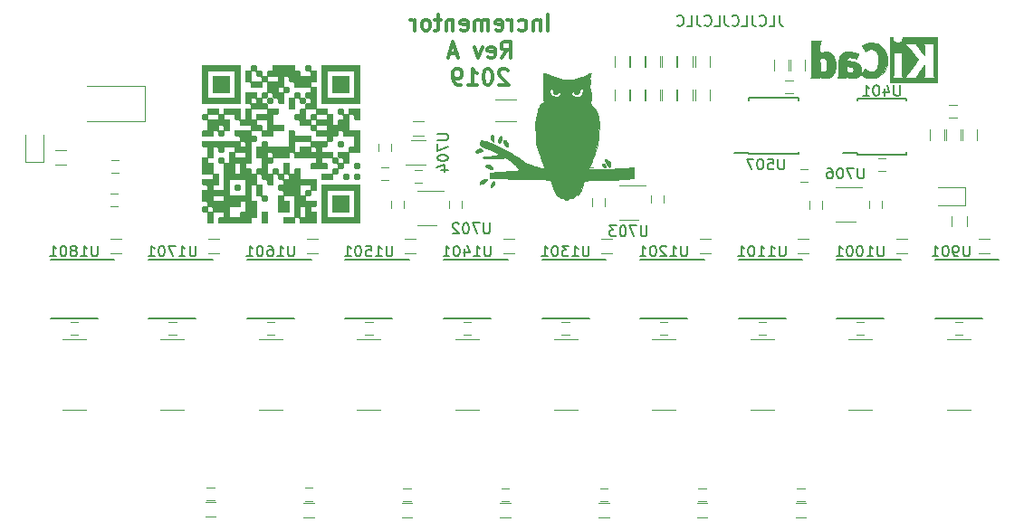
<source format=gbr>
G04 #@! TF.GenerationSoftware,KiCad,Pcbnew,(5.1.4)-1*
G04 #@! TF.CreationDate,2019-12-15T14:44:31-06:00*
G04 #@! TF.ProjectId,Incrementor,496e6372-656d-4656-9e74-6f722e6b6963,rev?*
G04 #@! TF.SameCoordinates,Original*
G04 #@! TF.FileFunction,Legend,Bot*
G04 #@! TF.FilePolarity,Positive*
%FSLAX46Y46*%
G04 Gerber Fmt 4.6, Leading zero omitted, Abs format (unit mm)*
G04 Created by KiCad (PCBNEW (5.1.4)-1) date 2019-12-15 14:44:31*
%MOMM*%
%LPD*%
G04 APERTURE LIST*
%ADD10C,0.150000*%
%ADD11C,0.300000*%
%ADD12C,0.010000*%
%ADD13C,0.120000*%
G04 APERTURE END LIST*
D10*
X145144547Y-60285380D02*
X145144547Y-60999666D01*
X145192166Y-61142523D01*
X145287404Y-61237761D01*
X145430261Y-61285380D01*
X145525500Y-61285380D01*
X144192166Y-61285380D02*
X144668357Y-61285380D01*
X144668357Y-60285380D01*
X143287404Y-61190142D02*
X143335023Y-61237761D01*
X143477880Y-61285380D01*
X143573119Y-61285380D01*
X143715976Y-61237761D01*
X143811214Y-61142523D01*
X143858833Y-61047285D01*
X143906452Y-60856809D01*
X143906452Y-60713952D01*
X143858833Y-60523476D01*
X143811214Y-60428238D01*
X143715976Y-60333000D01*
X143573119Y-60285380D01*
X143477880Y-60285380D01*
X143335023Y-60333000D01*
X143287404Y-60380619D01*
X142573119Y-60285380D02*
X142573119Y-60999666D01*
X142620738Y-61142523D01*
X142715976Y-61237761D01*
X142858833Y-61285380D01*
X142954071Y-61285380D01*
X141620738Y-61285380D02*
X142096928Y-61285380D01*
X142096928Y-60285380D01*
X140715976Y-61190142D02*
X140763595Y-61237761D01*
X140906452Y-61285380D01*
X141001690Y-61285380D01*
X141144547Y-61237761D01*
X141239785Y-61142523D01*
X141287404Y-61047285D01*
X141335023Y-60856809D01*
X141335023Y-60713952D01*
X141287404Y-60523476D01*
X141239785Y-60428238D01*
X141144547Y-60333000D01*
X141001690Y-60285380D01*
X140906452Y-60285380D01*
X140763595Y-60333000D01*
X140715976Y-60380619D01*
X140001690Y-60285380D02*
X140001690Y-60999666D01*
X140049309Y-61142523D01*
X140144547Y-61237761D01*
X140287404Y-61285380D01*
X140382642Y-61285380D01*
X139049309Y-61285380D02*
X139525500Y-61285380D01*
X139525500Y-60285380D01*
X138144547Y-61190142D02*
X138192166Y-61237761D01*
X138335023Y-61285380D01*
X138430261Y-61285380D01*
X138573119Y-61237761D01*
X138668357Y-61142523D01*
X138715976Y-61047285D01*
X138763595Y-60856809D01*
X138763595Y-60713952D01*
X138715976Y-60523476D01*
X138668357Y-60428238D01*
X138573119Y-60333000D01*
X138430261Y-60285380D01*
X138335023Y-60285380D01*
X138192166Y-60333000D01*
X138144547Y-60380619D01*
X137430261Y-60285380D02*
X137430261Y-60999666D01*
X137477880Y-61142523D01*
X137573119Y-61237761D01*
X137715976Y-61285380D01*
X137811214Y-61285380D01*
X136477880Y-61285380D02*
X136954071Y-61285380D01*
X136954071Y-60285380D01*
X135573119Y-61190142D02*
X135620738Y-61237761D01*
X135763595Y-61285380D01*
X135858833Y-61285380D01*
X136001690Y-61237761D01*
X136096928Y-61142523D01*
X136144547Y-61047285D01*
X136192166Y-60856809D01*
X136192166Y-60713952D01*
X136144547Y-60523476D01*
X136096928Y-60428238D01*
X136001690Y-60333000D01*
X135858833Y-60285380D01*
X135763595Y-60285380D01*
X135620738Y-60333000D01*
X135573119Y-60380619D01*
D11*
X123478928Y-61692071D02*
X123478928Y-60192071D01*
X122764642Y-60692071D02*
X122764642Y-61692071D01*
X122764642Y-60834928D02*
X122693214Y-60763500D01*
X122550357Y-60692071D01*
X122336071Y-60692071D01*
X122193214Y-60763500D01*
X122121785Y-60906357D01*
X122121785Y-61692071D01*
X120764642Y-61620642D02*
X120907500Y-61692071D01*
X121193214Y-61692071D01*
X121336071Y-61620642D01*
X121407500Y-61549214D01*
X121478928Y-61406357D01*
X121478928Y-60977785D01*
X121407500Y-60834928D01*
X121336071Y-60763500D01*
X121193214Y-60692071D01*
X120907500Y-60692071D01*
X120764642Y-60763500D01*
X120121785Y-61692071D02*
X120121785Y-60692071D01*
X120121785Y-60977785D02*
X120050357Y-60834928D01*
X119978928Y-60763500D01*
X119836071Y-60692071D01*
X119693214Y-60692071D01*
X118621785Y-61620642D02*
X118764642Y-61692071D01*
X119050357Y-61692071D01*
X119193214Y-61620642D01*
X119264642Y-61477785D01*
X119264642Y-60906357D01*
X119193214Y-60763500D01*
X119050357Y-60692071D01*
X118764642Y-60692071D01*
X118621785Y-60763500D01*
X118550357Y-60906357D01*
X118550357Y-61049214D01*
X119264642Y-61192071D01*
X117907500Y-61692071D02*
X117907500Y-60692071D01*
X117907500Y-60834928D02*
X117836071Y-60763500D01*
X117693214Y-60692071D01*
X117478928Y-60692071D01*
X117336071Y-60763500D01*
X117264642Y-60906357D01*
X117264642Y-61692071D01*
X117264642Y-60906357D02*
X117193214Y-60763500D01*
X117050357Y-60692071D01*
X116836071Y-60692071D01*
X116693214Y-60763500D01*
X116621785Y-60906357D01*
X116621785Y-61692071D01*
X115336071Y-61620642D02*
X115478928Y-61692071D01*
X115764642Y-61692071D01*
X115907500Y-61620642D01*
X115978928Y-61477785D01*
X115978928Y-60906357D01*
X115907500Y-60763500D01*
X115764642Y-60692071D01*
X115478928Y-60692071D01*
X115336071Y-60763500D01*
X115264642Y-60906357D01*
X115264642Y-61049214D01*
X115978928Y-61192071D01*
X114621785Y-60692071D02*
X114621785Y-61692071D01*
X114621785Y-60834928D02*
X114550357Y-60763500D01*
X114407500Y-60692071D01*
X114193214Y-60692071D01*
X114050357Y-60763500D01*
X113978928Y-60906357D01*
X113978928Y-61692071D01*
X113478928Y-60692071D02*
X112907500Y-60692071D01*
X113264642Y-60192071D02*
X113264642Y-61477785D01*
X113193214Y-61620642D01*
X113050357Y-61692071D01*
X112907500Y-61692071D01*
X112193214Y-61692071D02*
X112336071Y-61620642D01*
X112407500Y-61549214D01*
X112478928Y-61406357D01*
X112478928Y-60977785D01*
X112407500Y-60834928D01*
X112336071Y-60763500D01*
X112193214Y-60692071D01*
X111978928Y-60692071D01*
X111836071Y-60763500D01*
X111764642Y-60834928D01*
X111693214Y-60977785D01*
X111693214Y-61406357D01*
X111764642Y-61549214D01*
X111836071Y-61620642D01*
X111978928Y-61692071D01*
X112193214Y-61692071D01*
X111050357Y-61692071D02*
X111050357Y-60692071D01*
X111050357Y-60977785D02*
X110978928Y-60834928D01*
X110907500Y-60763500D01*
X110764642Y-60692071D01*
X110621785Y-60692071D01*
X119121785Y-64242071D02*
X119621785Y-63527785D01*
X119978928Y-64242071D02*
X119978928Y-62742071D01*
X119407500Y-62742071D01*
X119264642Y-62813500D01*
X119193214Y-62884928D01*
X119121785Y-63027785D01*
X119121785Y-63242071D01*
X119193214Y-63384928D01*
X119264642Y-63456357D01*
X119407500Y-63527785D01*
X119978928Y-63527785D01*
X117907500Y-64170642D02*
X118050357Y-64242071D01*
X118336071Y-64242071D01*
X118478928Y-64170642D01*
X118550357Y-64027785D01*
X118550357Y-63456357D01*
X118478928Y-63313500D01*
X118336071Y-63242071D01*
X118050357Y-63242071D01*
X117907500Y-63313500D01*
X117836071Y-63456357D01*
X117836071Y-63599214D01*
X118550357Y-63742071D01*
X117336071Y-63242071D02*
X116978928Y-64242071D01*
X116621785Y-63242071D01*
X114978928Y-63813500D02*
X114264642Y-63813500D01*
X115121785Y-64242071D02*
X114621785Y-62742071D01*
X114121785Y-64242071D01*
X119728928Y-65434928D02*
X119657500Y-65363500D01*
X119514642Y-65292071D01*
X119157500Y-65292071D01*
X119014642Y-65363500D01*
X118943214Y-65434928D01*
X118871785Y-65577785D01*
X118871785Y-65720642D01*
X118943214Y-65934928D01*
X119800357Y-66792071D01*
X118871785Y-66792071D01*
X117943214Y-65292071D02*
X117800357Y-65292071D01*
X117657500Y-65363500D01*
X117586071Y-65434928D01*
X117514642Y-65577785D01*
X117443214Y-65863500D01*
X117443214Y-66220642D01*
X117514642Y-66506357D01*
X117586071Y-66649214D01*
X117657500Y-66720642D01*
X117800357Y-66792071D01*
X117943214Y-66792071D01*
X118086071Y-66720642D01*
X118157500Y-66649214D01*
X118228928Y-66506357D01*
X118300357Y-66220642D01*
X118300357Y-65863500D01*
X118228928Y-65577785D01*
X118157500Y-65434928D01*
X118086071Y-65363500D01*
X117943214Y-65292071D01*
X116014642Y-66792071D02*
X116871785Y-66792071D01*
X116443214Y-66792071D02*
X116443214Y-65292071D01*
X116586071Y-65506357D01*
X116728928Y-65649214D01*
X116871785Y-65720642D01*
X115300357Y-66792071D02*
X115014642Y-66792071D01*
X114871785Y-66720642D01*
X114800357Y-66649214D01*
X114657500Y-66434928D01*
X114586071Y-66149214D01*
X114586071Y-65577785D01*
X114657500Y-65434928D01*
X114728928Y-65363500D01*
X114871785Y-65292071D01*
X115157500Y-65292071D01*
X115300357Y-65363500D01*
X115371785Y-65434928D01*
X115443214Y-65577785D01*
X115443214Y-65934928D01*
X115371785Y-66077785D01*
X115300357Y-66149214D01*
X115157500Y-66220642D01*
X114871785Y-66220642D01*
X114728928Y-66149214D01*
X114657500Y-66077785D01*
X114586071Y-65934928D01*
D10*
X152386400Y-73188200D02*
X151036400Y-73188200D01*
X152386400Y-68063200D02*
X157036400Y-68063200D01*
X152386400Y-73313200D02*
X157036400Y-73313200D01*
X152386400Y-68063200D02*
X152386400Y-68288200D01*
X157036400Y-68063200D02*
X157036400Y-68288200D01*
X157036400Y-73313200D02*
X157036400Y-73088200D01*
X152386400Y-73313200D02*
X152386400Y-73188200D01*
D12*
G36*
X148140036Y-64319150D02*
G01*
X148138494Y-64649052D01*
X148136934Y-64931981D01*
X148135239Y-65171761D01*
X148133292Y-65372219D01*
X148130977Y-65537181D01*
X148128178Y-65670472D01*
X148124776Y-65775918D01*
X148120656Y-65857345D01*
X148115701Y-65918580D01*
X148109793Y-65963447D01*
X148102817Y-65995774D01*
X148094655Y-66019385D01*
X148087698Y-66033650D01*
X148042596Y-66116200D01*
X148856700Y-66116200D01*
X148856700Y-66040000D01*
X148860059Y-65986452D01*
X148868149Y-65963804D01*
X148868273Y-65963800D01*
X148894391Y-65976784D01*
X148946774Y-66009537D01*
X148973597Y-66027421D01*
X149105897Y-66094647D01*
X149265563Y-66141589D01*
X149434478Y-66165338D01*
X149594523Y-66162984D01*
X149694900Y-66143247D01*
X149878962Y-66061939D01*
X150044090Y-65940200D01*
X150178983Y-65787510D01*
X150240345Y-65685694D01*
X150307769Y-65528029D01*
X150351645Y-65361951D01*
X150374786Y-65173403D01*
X150380259Y-64986913D01*
X150379498Y-64973200D01*
X149579364Y-64973200D01*
X149574866Y-65148895D01*
X149561251Y-65282414D01*
X149536023Y-65381949D01*
X149496688Y-65455691D01*
X149440749Y-65511831D01*
X149408484Y-65534170D01*
X149302079Y-65572164D01*
X149176356Y-65569176D01*
X149041297Y-65525728D01*
X149017001Y-65513773D01*
X148920200Y-65463557D01*
X148913358Y-64914487D01*
X148906515Y-64365416D01*
X148973609Y-64321454D01*
X149037140Y-64294707D01*
X149126832Y-64274044D01*
X149184867Y-64267065D01*
X149273245Y-64263970D01*
X149332209Y-64274095D01*
X149382515Y-64302683D01*
X149408573Y-64323568D01*
X149475917Y-64397167D01*
X149524836Y-64492737D01*
X149557159Y-64617234D01*
X149574713Y-64777611D01*
X149579364Y-64973200D01*
X150379498Y-64973200D01*
X150363825Y-64690965D01*
X150315958Y-64431134D01*
X150237329Y-64208509D01*
X150128611Y-64024180D01*
X149990475Y-63879237D01*
X149823594Y-63774768D01*
X149628640Y-63711864D01*
X149589330Y-63704835D01*
X149473797Y-63696575D01*
X149346437Y-63703429D01*
X149219839Y-63722852D01*
X149106588Y-63752299D01*
X149019272Y-63789225D01*
X148971238Y-63829815D01*
X148950373Y-63854282D01*
X148934330Y-63849192D01*
X148922575Y-63810657D01*
X148914576Y-63734788D01*
X148909798Y-63617701D01*
X148907707Y-63455506D01*
X148907500Y-63365670D01*
X148908023Y-63191573D01*
X148910031Y-63060217D01*
X148914189Y-62963550D01*
X148921157Y-62893519D01*
X148931599Y-62842073D01*
X148946178Y-62801158D01*
X148955562Y-62781470D01*
X149003624Y-62687200D01*
X148147272Y-62687200D01*
X148140036Y-64319150D01*
X148140036Y-64319150D01*
G37*
X148140036Y-64319150D02*
X148138494Y-64649052D01*
X148136934Y-64931981D01*
X148135239Y-65171761D01*
X148133292Y-65372219D01*
X148130977Y-65537181D01*
X148128178Y-65670472D01*
X148124776Y-65775918D01*
X148120656Y-65857345D01*
X148115701Y-65918580D01*
X148109793Y-65963447D01*
X148102817Y-65995774D01*
X148094655Y-66019385D01*
X148087698Y-66033650D01*
X148042596Y-66116200D01*
X148856700Y-66116200D01*
X148856700Y-66040000D01*
X148860059Y-65986452D01*
X148868149Y-65963804D01*
X148868273Y-65963800D01*
X148894391Y-65976784D01*
X148946774Y-66009537D01*
X148973597Y-66027421D01*
X149105897Y-66094647D01*
X149265563Y-66141589D01*
X149434478Y-66165338D01*
X149594523Y-66162984D01*
X149694900Y-66143247D01*
X149878962Y-66061939D01*
X150044090Y-65940200D01*
X150178983Y-65787510D01*
X150240345Y-65685694D01*
X150307769Y-65528029D01*
X150351645Y-65361951D01*
X150374786Y-65173403D01*
X150380259Y-64986913D01*
X150379498Y-64973200D01*
X149579364Y-64973200D01*
X149574866Y-65148895D01*
X149561251Y-65282414D01*
X149536023Y-65381949D01*
X149496688Y-65455691D01*
X149440749Y-65511831D01*
X149408484Y-65534170D01*
X149302079Y-65572164D01*
X149176356Y-65569176D01*
X149041297Y-65525728D01*
X149017001Y-65513773D01*
X148920200Y-65463557D01*
X148913358Y-64914487D01*
X148906515Y-64365416D01*
X148973609Y-64321454D01*
X149037140Y-64294707D01*
X149126832Y-64274044D01*
X149184867Y-64267065D01*
X149273245Y-64263970D01*
X149332209Y-64274095D01*
X149382515Y-64302683D01*
X149408573Y-64323568D01*
X149475917Y-64397167D01*
X149524836Y-64492737D01*
X149557159Y-64617234D01*
X149574713Y-64777611D01*
X149579364Y-64973200D01*
X150379498Y-64973200D01*
X150363825Y-64690965D01*
X150315958Y-64431134D01*
X150237329Y-64208509D01*
X150128611Y-64024180D01*
X149990475Y-63879237D01*
X149823594Y-63774768D01*
X149628640Y-63711864D01*
X149589330Y-63704835D01*
X149473797Y-63696575D01*
X149346437Y-63703429D01*
X149219839Y-63722852D01*
X149106588Y-63752299D01*
X149019272Y-63789225D01*
X148971238Y-63829815D01*
X148950373Y-63854282D01*
X148934330Y-63849192D01*
X148922575Y-63810657D01*
X148914576Y-63734788D01*
X148909798Y-63617701D01*
X148907707Y-63455506D01*
X148907500Y-63365670D01*
X148908023Y-63191573D01*
X148910031Y-63060217D01*
X148914189Y-62963550D01*
X148921157Y-62893519D01*
X148931599Y-62842073D01*
X148946178Y-62801158D01*
X148955562Y-62781470D01*
X149003624Y-62687200D01*
X148147272Y-62687200D01*
X148140036Y-64319150D01*
G36*
X151359880Y-63714359D02*
G01*
X151183924Y-63754264D01*
X151064987Y-63798895D01*
X150972402Y-63854778D01*
X150889721Y-63928360D01*
X150836583Y-63983188D01*
X150793104Y-64034829D01*
X150758209Y-64088992D01*
X150730824Y-64151387D01*
X150709876Y-64227723D01*
X150694291Y-64323710D01*
X150682996Y-64445058D01*
X150674915Y-64597475D01*
X150668977Y-64786670D01*
X150664106Y-65018355D01*
X150661951Y-65139477D01*
X150657693Y-65371434D01*
X150653570Y-65558051D01*
X150649224Y-65704785D01*
X150644297Y-65817095D01*
X150638432Y-65900437D01*
X150631269Y-65960269D01*
X150622451Y-66002049D01*
X150611620Y-66031234D01*
X150602365Y-66047527D01*
X150557329Y-66116200D01*
X151368082Y-66116200D01*
X151384000Y-65962698D01*
X151483398Y-66030483D01*
X151639554Y-66109254D01*
X151820408Y-66155178D01*
X152010205Y-66166137D01*
X152193191Y-66140011D01*
X152226666Y-66130436D01*
X152413071Y-66048112D01*
X152563980Y-65930585D01*
X152676848Y-65781321D01*
X152749125Y-65603786D01*
X152778265Y-65401443D01*
X152778712Y-65379600D01*
X152778048Y-65350545D01*
X152049793Y-65350545D01*
X152045537Y-65439884D01*
X152035410Y-65470502D01*
X151972721Y-65551089D01*
X151877777Y-65605481D01*
X151764173Y-65629352D01*
X151645504Y-65618378D01*
X151607904Y-65606508D01*
X151520717Y-65564968D01*
X151465076Y-65512366D01*
X151434606Y-65437280D01*
X151422934Y-65328289D01*
X151422100Y-65273572D01*
X151422100Y-65074800D01*
X151588016Y-65074800D01*
X151751753Y-65089824D01*
X151890372Y-65132733D01*
X151985824Y-65193555D01*
X152028431Y-65260298D01*
X152049793Y-65350545D01*
X152778048Y-65350545D01*
X152776097Y-65265273D01*
X152762449Y-65177974D01*
X152732950Y-65094311D01*
X152709618Y-65044215D01*
X152605277Y-64887636D01*
X152460896Y-64761758D01*
X152277131Y-64666878D01*
X152054638Y-64603291D01*
X151794074Y-64571295D01*
X151653706Y-64567241D01*
X151415412Y-64566800D01*
X151429304Y-64463228D01*
X151465238Y-64349960D01*
X151537156Y-64271507D01*
X151643776Y-64228163D01*
X151783813Y-64220223D01*
X151955984Y-64247980D01*
X152132991Y-64302144D01*
X152217449Y-64329413D01*
X152282442Y-64344373D01*
X152314305Y-64343908D01*
X152314638Y-64343589D01*
X152332224Y-64311872D01*
X152362320Y-64245912D01*
X152399598Y-64158745D01*
X152438727Y-64063404D01*
X152474378Y-63972925D01*
X152501220Y-63900340D01*
X152513925Y-63858685D01*
X152514300Y-63855302D01*
X152492510Y-63836617D01*
X152449053Y-63830200D01*
X152397469Y-63824037D01*
X152310650Y-63807424D01*
X152202397Y-63783175D01*
X152125203Y-63764173D01*
X151859404Y-63713360D01*
X151600724Y-63696718D01*
X151359880Y-63714359D01*
X151359880Y-63714359D01*
G37*
X151359880Y-63714359D02*
X151183924Y-63754264D01*
X151064987Y-63798895D01*
X150972402Y-63854778D01*
X150889721Y-63928360D01*
X150836583Y-63983188D01*
X150793104Y-64034829D01*
X150758209Y-64088992D01*
X150730824Y-64151387D01*
X150709876Y-64227723D01*
X150694291Y-64323710D01*
X150682996Y-64445058D01*
X150674915Y-64597475D01*
X150668977Y-64786670D01*
X150664106Y-65018355D01*
X150661951Y-65139477D01*
X150657693Y-65371434D01*
X150653570Y-65558051D01*
X150649224Y-65704785D01*
X150644297Y-65817095D01*
X150638432Y-65900437D01*
X150631269Y-65960269D01*
X150622451Y-66002049D01*
X150611620Y-66031234D01*
X150602365Y-66047527D01*
X150557329Y-66116200D01*
X151368082Y-66116200D01*
X151384000Y-65962698D01*
X151483398Y-66030483D01*
X151639554Y-66109254D01*
X151820408Y-66155178D01*
X152010205Y-66166137D01*
X152193191Y-66140011D01*
X152226666Y-66130436D01*
X152413071Y-66048112D01*
X152563980Y-65930585D01*
X152676848Y-65781321D01*
X152749125Y-65603786D01*
X152778265Y-65401443D01*
X152778712Y-65379600D01*
X152778048Y-65350545D01*
X152049793Y-65350545D01*
X152045537Y-65439884D01*
X152035410Y-65470502D01*
X151972721Y-65551089D01*
X151877777Y-65605481D01*
X151764173Y-65629352D01*
X151645504Y-65618378D01*
X151607904Y-65606508D01*
X151520717Y-65564968D01*
X151465076Y-65512366D01*
X151434606Y-65437280D01*
X151422934Y-65328289D01*
X151422100Y-65273572D01*
X151422100Y-65074800D01*
X151588016Y-65074800D01*
X151751753Y-65089824D01*
X151890372Y-65132733D01*
X151985824Y-65193555D01*
X152028431Y-65260298D01*
X152049793Y-65350545D01*
X152778048Y-65350545D01*
X152776097Y-65265273D01*
X152762449Y-65177974D01*
X152732950Y-65094311D01*
X152709618Y-65044215D01*
X152605277Y-64887636D01*
X152460896Y-64761758D01*
X152277131Y-64666878D01*
X152054638Y-64603291D01*
X151794074Y-64571295D01*
X151653706Y-64567241D01*
X151415412Y-64566800D01*
X151429304Y-64463228D01*
X151465238Y-64349960D01*
X151537156Y-64271507D01*
X151643776Y-64228163D01*
X151783813Y-64220223D01*
X151955984Y-64247980D01*
X152132991Y-64302144D01*
X152217449Y-64329413D01*
X152282442Y-64344373D01*
X152314305Y-64343908D01*
X152314638Y-64343589D01*
X152332224Y-64311872D01*
X152362320Y-64245912D01*
X152399598Y-64158745D01*
X152438727Y-64063404D01*
X152474378Y-63972925D01*
X152501220Y-63900340D01*
X152513925Y-63858685D01*
X152514300Y-63855302D01*
X152492510Y-63836617D01*
X152449053Y-63830200D01*
X152397469Y-63824037D01*
X152310650Y-63807424D01*
X152202397Y-63783175D01*
X152125203Y-63764173D01*
X151859404Y-63713360D01*
X151600724Y-63696718D01*
X151359880Y-63714359D01*
G36*
X153442824Y-62868341D02*
G01*
X153401589Y-62878143D01*
X153330621Y-62900829D01*
X153235327Y-62936963D01*
X153127979Y-62981187D01*
X153020847Y-63028147D01*
X152926202Y-63072487D01*
X152856315Y-63108851D01*
X152825436Y-63129598D01*
X152835126Y-63152582D01*
X152867464Y-63207508D01*
X152916036Y-63284651D01*
X152974426Y-63374288D01*
X153036219Y-63466695D01*
X153094998Y-63552151D01*
X153144348Y-63620930D01*
X153176823Y-63662159D01*
X153205264Y-63659624D01*
X153257419Y-63629335D01*
X153301093Y-63595312D01*
X153446202Y-63503226D01*
X153611013Y-63457559D01*
X153769402Y-63456284D01*
X153940102Y-63496902D01*
X154084241Y-63580127D01*
X154201255Y-63704925D01*
X154290581Y-63870260D01*
X154351657Y-64075097D01*
X154383919Y-64318401D01*
X154387074Y-64592200D01*
X154365633Y-64839826D01*
X154320516Y-65045741D01*
X154249870Y-65214105D01*
X154151843Y-65349080D01*
X154024583Y-65454826D01*
X153994921Y-65473151D01*
X153917727Y-65513415D01*
X153846262Y-65534876D01*
X153758473Y-65542676D01*
X153695400Y-65543009D01*
X153535683Y-65527354D01*
X153396953Y-65479392D01*
X153262875Y-65392613D01*
X153212654Y-65350663D01*
X153158408Y-65306162D01*
X153122086Y-65282225D01*
X153114445Y-65280969D01*
X153092284Y-65314288D01*
X153053002Y-65378333D01*
X153002270Y-65463348D01*
X152945757Y-65559575D01*
X152889134Y-65657257D01*
X152838069Y-65746636D01*
X152798235Y-65817956D01*
X152775299Y-65861460D01*
X152772047Y-65870180D01*
X152797282Y-65883554D01*
X152855156Y-65914253D01*
X152933438Y-65955786D01*
X152938043Y-65958230D01*
X153100353Y-66038612D01*
X153243288Y-66093928D01*
X153385228Y-66128986D01*
X153544553Y-66148593D01*
X153695400Y-66156340D01*
X153888215Y-66157569D01*
X154040250Y-66148113D01*
X154131064Y-66132565D01*
X154363299Y-66047718D01*
X154576341Y-65918718D01*
X154766134Y-65749906D01*
X154928622Y-65545623D01*
X155059748Y-65310209D01*
X155155456Y-65048005D01*
X155159952Y-65031632D01*
X155196250Y-64845026D01*
X155215155Y-64630920D01*
X155216677Y-64407257D01*
X155200831Y-64191982D01*
X155167628Y-64003040D01*
X155159203Y-63971044D01*
X155057439Y-63697435D01*
X154914768Y-63451468D01*
X154733696Y-63236653D01*
X154516730Y-63056495D01*
X154495500Y-63042082D01*
X154317856Y-62949504D01*
X154109802Y-62883748D01*
X153885302Y-62846907D01*
X153658322Y-62841073D01*
X153442824Y-62868341D01*
X153442824Y-62868341D01*
G37*
X153442824Y-62868341D02*
X153401589Y-62878143D01*
X153330621Y-62900829D01*
X153235327Y-62936963D01*
X153127979Y-62981187D01*
X153020847Y-63028147D01*
X152926202Y-63072487D01*
X152856315Y-63108851D01*
X152825436Y-63129598D01*
X152835126Y-63152582D01*
X152867464Y-63207508D01*
X152916036Y-63284651D01*
X152974426Y-63374288D01*
X153036219Y-63466695D01*
X153094998Y-63552151D01*
X153144348Y-63620930D01*
X153176823Y-63662159D01*
X153205264Y-63659624D01*
X153257419Y-63629335D01*
X153301093Y-63595312D01*
X153446202Y-63503226D01*
X153611013Y-63457559D01*
X153769402Y-63456284D01*
X153940102Y-63496902D01*
X154084241Y-63580127D01*
X154201255Y-63704925D01*
X154290581Y-63870260D01*
X154351657Y-64075097D01*
X154383919Y-64318401D01*
X154387074Y-64592200D01*
X154365633Y-64839826D01*
X154320516Y-65045741D01*
X154249870Y-65214105D01*
X154151843Y-65349080D01*
X154024583Y-65454826D01*
X153994921Y-65473151D01*
X153917727Y-65513415D01*
X153846262Y-65534876D01*
X153758473Y-65542676D01*
X153695400Y-65543009D01*
X153535683Y-65527354D01*
X153396953Y-65479392D01*
X153262875Y-65392613D01*
X153212654Y-65350663D01*
X153158408Y-65306162D01*
X153122086Y-65282225D01*
X153114445Y-65280969D01*
X153092284Y-65314288D01*
X153053002Y-65378333D01*
X153002270Y-65463348D01*
X152945757Y-65559575D01*
X152889134Y-65657257D01*
X152838069Y-65746636D01*
X152798235Y-65817956D01*
X152775299Y-65861460D01*
X152772047Y-65870180D01*
X152797282Y-65883554D01*
X152855156Y-65914253D01*
X152933438Y-65955786D01*
X152938043Y-65958230D01*
X153100353Y-66038612D01*
X153243288Y-66093928D01*
X153385228Y-66128986D01*
X153544553Y-66148593D01*
X153695400Y-66156340D01*
X153888215Y-66157569D01*
X154040250Y-66148113D01*
X154131064Y-66132565D01*
X154363299Y-66047718D01*
X154576341Y-65918718D01*
X154766134Y-65749906D01*
X154928622Y-65545623D01*
X155059748Y-65310209D01*
X155155456Y-65048005D01*
X155159952Y-65031632D01*
X155196250Y-64845026D01*
X155215155Y-64630920D01*
X155216677Y-64407257D01*
X155200831Y-64191982D01*
X155167628Y-64003040D01*
X155159203Y-63971044D01*
X155057439Y-63697435D01*
X154914768Y-63451468D01*
X154733696Y-63236653D01*
X154516730Y-63056495D01*
X154495500Y-63042082D01*
X154317856Y-62949504D01*
X154109802Y-62883748D01*
X153885302Y-62846907D01*
X153658322Y-62841073D01*
X153442824Y-62868341D01*
G36*
X155536137Y-62304699D02*
G01*
X155514345Y-62311976D01*
X155495914Y-62328420D01*
X155480565Y-62357197D01*
X155468019Y-62401474D01*
X155457995Y-62464418D01*
X155450217Y-62549194D01*
X155444404Y-62658971D01*
X155440277Y-62796914D01*
X155437557Y-62966191D01*
X155435965Y-63169968D01*
X155435223Y-63411411D01*
X155435050Y-63693687D01*
X155435168Y-64019964D01*
X155435297Y-64393407D01*
X155435300Y-64452500D01*
X155435378Y-64827884D01*
X155435651Y-65155711D01*
X155436182Y-65439221D01*
X155437031Y-65681658D01*
X155438260Y-65886261D01*
X155439931Y-66056274D01*
X155442105Y-66194939D01*
X155444843Y-66305496D01*
X155448208Y-66391188D01*
X155452259Y-66455257D01*
X155457059Y-66500944D01*
X155462669Y-66531492D01*
X155469151Y-66550141D01*
X155475215Y-66558885D01*
X155486291Y-66565992D01*
X155506499Y-66572213D01*
X155539010Y-66577606D01*
X155586997Y-66582229D01*
X155653633Y-66586140D01*
X155742090Y-66589396D01*
X155855540Y-66592056D01*
X155997156Y-66594175D01*
X156170110Y-66595813D01*
X156377576Y-66597028D01*
X156622724Y-66597876D01*
X156908729Y-66598415D01*
X157238761Y-66598703D01*
X157615995Y-66598798D01*
X157670501Y-66598800D01*
X158054324Y-66598726D01*
X158390520Y-66598467D01*
X158682261Y-66597965D01*
X158932719Y-66597162D01*
X159145068Y-66596000D01*
X159322479Y-66594422D01*
X159468125Y-66592371D01*
X159585178Y-66589787D01*
X159676812Y-66586615D01*
X159746197Y-66582795D01*
X159796508Y-66578271D01*
X159830916Y-66572985D01*
X159852593Y-66566879D01*
X159864713Y-66559895D01*
X159865786Y-66558885D01*
X159873035Y-66547627D01*
X159879362Y-66527152D01*
X159884828Y-66494219D01*
X159889494Y-66445586D01*
X159893422Y-66378011D01*
X159896674Y-66288252D01*
X159899310Y-66173068D01*
X159901393Y-66029217D01*
X159902983Y-65853456D01*
X159904142Y-65642544D01*
X159904932Y-65393239D01*
X159905414Y-65102300D01*
X159905649Y-64766484D01*
X159905700Y-64452500D01*
X159905623Y-64077115D01*
X159905350Y-63749288D01*
X159904819Y-63465778D01*
X159903970Y-63223341D01*
X159902741Y-63018738D01*
X159901552Y-62897729D01*
X159626301Y-62897729D01*
X159615863Y-62922638D01*
X159589556Y-62976844D01*
X159575501Y-63004699D01*
X159564568Y-63027774D01*
X159555326Y-63053420D01*
X159547633Y-63085859D01*
X159541348Y-63129308D01*
X159536328Y-63187988D01*
X159532432Y-63266117D01*
X159529517Y-63367917D01*
X159527443Y-63497605D01*
X159526066Y-63659401D01*
X159525246Y-63857525D01*
X159524841Y-64096197D01*
X159524709Y-64379635D01*
X159524701Y-64516290D01*
X159525061Y-64779726D01*
X159526098Y-65028037D01*
X159527744Y-65256556D01*
X159529932Y-65460618D01*
X159532597Y-65635558D01*
X159535670Y-65776711D01*
X159539085Y-65879410D01*
X159542776Y-65938991D01*
X159545276Y-65952370D01*
X159569700Y-65992136D01*
X159595532Y-66046350D01*
X159625211Y-66116200D01*
X159098706Y-66115811D01*
X158943533Y-66114849D01*
X158809150Y-66112381D01*
X158702501Y-66108674D01*
X158630530Y-66103992D01*
X158600181Y-66098600D01*
X158600406Y-66096761D01*
X158630355Y-66062826D01*
X158666168Y-66004626D01*
X158670256Y-65996811D01*
X158685182Y-65959521D01*
X158696193Y-65909267D01*
X158703831Y-65838556D01*
X158708634Y-65739898D01*
X158711144Y-65605800D01*
X158711899Y-65428772D01*
X158711900Y-65418961D01*
X158710667Y-65241347D01*
X158707104Y-65098876D01*
X158701422Y-64995727D01*
X158693828Y-64936078D01*
X158687086Y-64922400D01*
X158657586Y-64941770D01*
X158619859Y-64988744D01*
X158617585Y-64992250D01*
X158577007Y-65049268D01*
X158542801Y-65087500D01*
X158512353Y-65124632D01*
X158472417Y-65186966D01*
X158458829Y-65210833D01*
X158416680Y-65277930D01*
X158353973Y-65366720D01*
X158282908Y-65460064D01*
X158268958Y-65477533D01*
X158160839Y-65620344D01*
X158070362Y-65756967D01*
X158002111Y-65879349D01*
X157960669Y-65979440D01*
X157949900Y-66037923D01*
X157949900Y-66116200D01*
X156823445Y-66116200D01*
X156835571Y-66102488D01*
X156679900Y-66102488D01*
X156655801Y-66106757D01*
X156588704Y-66110485D01*
X156486411Y-66113448D01*
X156356722Y-66115426D01*
X156207439Y-66116196D01*
X156197300Y-66116200D01*
X156020533Y-66115408D01*
X155889399Y-66112806D01*
X155798753Y-66108056D01*
X155743450Y-66100818D01*
X155718344Y-66090752D01*
X155715508Y-66084450D01*
X155730462Y-66040554D01*
X155753608Y-66003395D01*
X155762802Y-65984692D01*
X155770398Y-65952195D01*
X155776541Y-65901498D01*
X155781373Y-65828196D01*
X155785036Y-65727883D01*
X155787674Y-65596154D01*
X155789430Y-65428604D01*
X155790447Y-65220827D01*
X155790867Y-64968418D01*
X155790900Y-64854045D01*
X155790900Y-63754000D01*
X156655805Y-63754000D01*
X156617053Y-63828938D01*
X156607022Y-63854815D01*
X156598833Y-63893092D01*
X156592308Y-63948607D01*
X156587274Y-64026197D01*
X156583553Y-64130700D01*
X156580971Y-64266954D01*
X156579352Y-64439797D01*
X156578521Y-64654067D01*
X156578300Y-64896750D01*
X156578414Y-65148440D01*
X156578915Y-65354511D01*
X156580045Y-65520147D01*
X156582045Y-65650527D01*
X156585155Y-65750835D01*
X156589617Y-65826251D01*
X156595671Y-65881957D01*
X156603559Y-65923135D01*
X156613521Y-65954967D01*
X156625799Y-65982635D01*
X156629100Y-65989200D01*
X156660010Y-66052636D01*
X156678020Y-66095110D01*
X156679900Y-66102488D01*
X156835571Y-66102488D01*
X156885023Y-66046570D01*
X156928945Y-65997266D01*
X156957127Y-65966290D01*
X156959300Y-65964020D01*
X157017055Y-65900905D01*
X157088537Y-65816689D01*
X157163603Y-65724065D01*
X157232109Y-65635725D01*
X157283912Y-65564361D01*
X157304124Y-65532547D01*
X157344345Y-65468584D01*
X157407838Y-65377299D01*
X157485696Y-65270680D01*
X157569013Y-65160715D01*
X157648883Y-65059390D01*
X157711227Y-64984607D01*
X157771671Y-64907548D01*
X157828341Y-64823943D01*
X157832522Y-64817050D01*
X157959863Y-64618936D01*
X158055506Y-64488356D01*
X158125464Y-64397212D01*
X158044032Y-64309760D01*
X157973840Y-64230661D01*
X157883785Y-64123892D01*
X157784443Y-64002451D01*
X157686393Y-63879339D01*
X157600211Y-63767555D01*
X157571349Y-63728815D01*
X157266559Y-63348892D01*
X157027221Y-63091787D01*
X156828441Y-62890400D01*
X157373753Y-62890400D01*
X157558950Y-62890523D01*
X157699502Y-62891861D01*
X157801563Y-62895867D01*
X157871288Y-62903993D01*
X157914831Y-62917691D01*
X157938347Y-62938416D01*
X157947989Y-62967618D01*
X157949914Y-63006751D01*
X157949900Y-63026390D01*
X157965488Y-63079842D01*
X158004559Y-63147121D01*
X158022201Y-63170362D01*
X158080848Y-63247668D01*
X158143610Y-63338586D01*
X158165698Y-63373000D01*
X158208948Y-63439764D01*
X158242588Y-63486931D01*
X158254261Y-63500000D01*
X158284055Y-63529339D01*
X158333255Y-63585018D01*
X158392978Y-63656108D01*
X158454338Y-63731681D01*
X158508453Y-63800808D01*
X158546437Y-63852561D01*
X158559500Y-63875483D01*
X158576318Y-63904974D01*
X158618354Y-63952717D01*
X158635701Y-63969900D01*
X158711901Y-64042904D01*
X158711900Y-63623088D01*
X158710307Y-63440302D01*
X158704605Y-63297476D01*
X158693407Y-63183840D01*
X158675328Y-63088629D01*
X158648982Y-63001075D01*
X158623336Y-62934850D01*
X158620106Y-62919771D01*
X158628851Y-62908538D01*
X158655795Y-62900591D01*
X158707162Y-62895367D01*
X158789176Y-62892303D01*
X158908061Y-62890838D01*
X159070040Y-62890410D01*
X159115583Y-62890400D01*
X159270417Y-62890746D01*
X159406378Y-62891712D01*
X159515883Y-62893190D01*
X159591349Y-62895071D01*
X159625192Y-62897245D01*
X159626301Y-62897729D01*
X159901552Y-62897729D01*
X159901070Y-62848725D01*
X159898896Y-62710060D01*
X159896158Y-62599503D01*
X159892793Y-62513811D01*
X159888742Y-62449742D01*
X159883942Y-62404055D01*
X159878332Y-62373507D01*
X159871850Y-62354858D01*
X159865786Y-62346114D01*
X159853322Y-62337934D01*
X159831063Y-62330938D01*
X159795309Y-62325034D01*
X159742359Y-62320133D01*
X159668512Y-62316144D01*
X159570069Y-62312978D01*
X159443327Y-62310544D01*
X159284587Y-62308752D01*
X159090147Y-62307511D01*
X158856307Y-62306733D01*
X158579365Y-62306326D01*
X158255622Y-62306200D01*
X156629100Y-62306200D01*
X156629100Y-62402418D01*
X156609021Y-62518335D01*
X156555975Y-62637000D01*
X156480746Y-62737991D01*
X156428494Y-62782244D01*
X156314954Y-62829370D01*
X156184000Y-62839636D01*
X156049872Y-62815918D01*
X155926810Y-62761089D01*
X155829052Y-62678023D01*
X155813700Y-62658147D01*
X155766694Y-62557428D01*
X155745061Y-62441877D01*
X155733810Y-62306199D01*
X155624470Y-62306200D01*
X155590920Y-62304977D01*
X155561569Y-62303421D01*
X155536137Y-62304699D01*
X155536137Y-62304699D01*
G37*
X155536137Y-62304699D02*
X155514345Y-62311976D01*
X155495914Y-62328420D01*
X155480565Y-62357197D01*
X155468019Y-62401474D01*
X155457995Y-62464418D01*
X155450217Y-62549194D01*
X155444404Y-62658971D01*
X155440277Y-62796914D01*
X155437557Y-62966191D01*
X155435965Y-63169968D01*
X155435223Y-63411411D01*
X155435050Y-63693687D01*
X155435168Y-64019964D01*
X155435297Y-64393407D01*
X155435300Y-64452500D01*
X155435378Y-64827884D01*
X155435651Y-65155711D01*
X155436182Y-65439221D01*
X155437031Y-65681658D01*
X155438260Y-65886261D01*
X155439931Y-66056274D01*
X155442105Y-66194939D01*
X155444843Y-66305496D01*
X155448208Y-66391188D01*
X155452259Y-66455257D01*
X155457059Y-66500944D01*
X155462669Y-66531492D01*
X155469151Y-66550141D01*
X155475215Y-66558885D01*
X155486291Y-66565992D01*
X155506499Y-66572213D01*
X155539010Y-66577606D01*
X155586997Y-66582229D01*
X155653633Y-66586140D01*
X155742090Y-66589396D01*
X155855540Y-66592056D01*
X155997156Y-66594175D01*
X156170110Y-66595813D01*
X156377576Y-66597028D01*
X156622724Y-66597876D01*
X156908729Y-66598415D01*
X157238761Y-66598703D01*
X157615995Y-66598798D01*
X157670501Y-66598800D01*
X158054324Y-66598726D01*
X158390520Y-66598467D01*
X158682261Y-66597965D01*
X158932719Y-66597162D01*
X159145068Y-66596000D01*
X159322479Y-66594422D01*
X159468125Y-66592371D01*
X159585178Y-66589787D01*
X159676812Y-66586615D01*
X159746197Y-66582795D01*
X159796508Y-66578271D01*
X159830916Y-66572985D01*
X159852593Y-66566879D01*
X159864713Y-66559895D01*
X159865786Y-66558885D01*
X159873035Y-66547627D01*
X159879362Y-66527152D01*
X159884828Y-66494219D01*
X159889494Y-66445586D01*
X159893422Y-66378011D01*
X159896674Y-66288252D01*
X159899310Y-66173068D01*
X159901393Y-66029217D01*
X159902983Y-65853456D01*
X159904142Y-65642544D01*
X159904932Y-65393239D01*
X159905414Y-65102300D01*
X159905649Y-64766484D01*
X159905700Y-64452500D01*
X159905623Y-64077115D01*
X159905350Y-63749288D01*
X159904819Y-63465778D01*
X159903970Y-63223341D01*
X159902741Y-63018738D01*
X159901552Y-62897729D01*
X159626301Y-62897729D01*
X159615863Y-62922638D01*
X159589556Y-62976844D01*
X159575501Y-63004699D01*
X159564568Y-63027774D01*
X159555326Y-63053420D01*
X159547633Y-63085859D01*
X159541348Y-63129308D01*
X159536328Y-63187988D01*
X159532432Y-63266117D01*
X159529517Y-63367917D01*
X159527443Y-63497605D01*
X159526066Y-63659401D01*
X159525246Y-63857525D01*
X159524841Y-64096197D01*
X159524709Y-64379635D01*
X159524701Y-64516290D01*
X159525061Y-64779726D01*
X159526098Y-65028037D01*
X159527744Y-65256556D01*
X159529932Y-65460618D01*
X159532597Y-65635558D01*
X159535670Y-65776711D01*
X159539085Y-65879410D01*
X159542776Y-65938991D01*
X159545276Y-65952370D01*
X159569700Y-65992136D01*
X159595532Y-66046350D01*
X159625211Y-66116200D01*
X159098706Y-66115811D01*
X158943533Y-66114849D01*
X158809150Y-66112381D01*
X158702501Y-66108674D01*
X158630530Y-66103992D01*
X158600181Y-66098600D01*
X158600406Y-66096761D01*
X158630355Y-66062826D01*
X158666168Y-66004626D01*
X158670256Y-65996811D01*
X158685182Y-65959521D01*
X158696193Y-65909267D01*
X158703831Y-65838556D01*
X158708634Y-65739898D01*
X158711144Y-65605800D01*
X158711899Y-65428772D01*
X158711900Y-65418961D01*
X158710667Y-65241347D01*
X158707104Y-65098876D01*
X158701422Y-64995727D01*
X158693828Y-64936078D01*
X158687086Y-64922400D01*
X158657586Y-64941770D01*
X158619859Y-64988744D01*
X158617585Y-64992250D01*
X158577007Y-65049268D01*
X158542801Y-65087500D01*
X158512353Y-65124632D01*
X158472417Y-65186966D01*
X158458829Y-65210833D01*
X158416680Y-65277930D01*
X158353973Y-65366720D01*
X158282908Y-65460064D01*
X158268958Y-65477533D01*
X158160839Y-65620344D01*
X158070362Y-65756967D01*
X158002111Y-65879349D01*
X157960669Y-65979440D01*
X157949900Y-66037923D01*
X157949900Y-66116200D01*
X156823445Y-66116200D01*
X156835571Y-66102488D01*
X156679900Y-66102488D01*
X156655801Y-66106757D01*
X156588704Y-66110485D01*
X156486411Y-66113448D01*
X156356722Y-66115426D01*
X156207439Y-66116196D01*
X156197300Y-66116200D01*
X156020533Y-66115408D01*
X155889399Y-66112806D01*
X155798753Y-66108056D01*
X155743450Y-66100818D01*
X155718344Y-66090752D01*
X155715508Y-66084450D01*
X155730462Y-66040554D01*
X155753608Y-66003395D01*
X155762802Y-65984692D01*
X155770398Y-65952195D01*
X155776541Y-65901498D01*
X155781373Y-65828196D01*
X155785036Y-65727883D01*
X155787674Y-65596154D01*
X155789430Y-65428604D01*
X155790447Y-65220827D01*
X155790867Y-64968418D01*
X155790900Y-64854045D01*
X155790900Y-63754000D01*
X156655805Y-63754000D01*
X156617053Y-63828938D01*
X156607022Y-63854815D01*
X156598833Y-63893092D01*
X156592308Y-63948607D01*
X156587274Y-64026197D01*
X156583553Y-64130700D01*
X156580971Y-64266954D01*
X156579352Y-64439797D01*
X156578521Y-64654067D01*
X156578300Y-64896750D01*
X156578414Y-65148440D01*
X156578915Y-65354511D01*
X156580045Y-65520147D01*
X156582045Y-65650527D01*
X156585155Y-65750835D01*
X156589617Y-65826251D01*
X156595671Y-65881957D01*
X156603559Y-65923135D01*
X156613521Y-65954967D01*
X156625799Y-65982635D01*
X156629100Y-65989200D01*
X156660010Y-66052636D01*
X156678020Y-66095110D01*
X156679900Y-66102488D01*
X156835571Y-66102488D01*
X156885023Y-66046570D01*
X156928945Y-65997266D01*
X156957127Y-65966290D01*
X156959300Y-65964020D01*
X157017055Y-65900905D01*
X157088537Y-65816689D01*
X157163603Y-65724065D01*
X157232109Y-65635725D01*
X157283912Y-65564361D01*
X157304124Y-65532547D01*
X157344345Y-65468584D01*
X157407838Y-65377299D01*
X157485696Y-65270680D01*
X157569013Y-65160715D01*
X157648883Y-65059390D01*
X157711227Y-64984607D01*
X157771671Y-64907548D01*
X157828341Y-64823943D01*
X157832522Y-64817050D01*
X157959863Y-64618936D01*
X158055506Y-64488356D01*
X158125464Y-64397212D01*
X158044032Y-64309760D01*
X157973840Y-64230661D01*
X157883785Y-64123892D01*
X157784443Y-64002451D01*
X157686393Y-63879339D01*
X157600211Y-63767555D01*
X157571349Y-63728815D01*
X157266559Y-63348892D01*
X157027221Y-63091787D01*
X156828441Y-62890400D01*
X157373753Y-62890400D01*
X157558950Y-62890523D01*
X157699502Y-62891861D01*
X157801563Y-62895867D01*
X157871288Y-62903993D01*
X157914831Y-62917691D01*
X157938347Y-62938416D01*
X157947989Y-62967618D01*
X157949914Y-63006751D01*
X157949900Y-63026390D01*
X157965488Y-63079842D01*
X158004559Y-63147121D01*
X158022201Y-63170362D01*
X158080848Y-63247668D01*
X158143610Y-63338586D01*
X158165698Y-63373000D01*
X158208948Y-63439764D01*
X158242588Y-63486931D01*
X158254261Y-63500000D01*
X158284055Y-63529339D01*
X158333255Y-63585018D01*
X158392978Y-63656108D01*
X158454338Y-63731681D01*
X158508453Y-63800808D01*
X158546437Y-63852561D01*
X158559500Y-63875483D01*
X158576318Y-63904974D01*
X158618354Y-63952717D01*
X158635701Y-63969900D01*
X158711901Y-64042904D01*
X158711900Y-63623088D01*
X158710307Y-63440302D01*
X158704605Y-63297476D01*
X158693407Y-63183840D01*
X158675328Y-63088629D01*
X158648982Y-63001075D01*
X158623336Y-62934850D01*
X158620106Y-62919771D01*
X158628851Y-62908538D01*
X158655795Y-62900591D01*
X158707162Y-62895367D01*
X158789176Y-62892303D01*
X158908061Y-62890838D01*
X159070040Y-62890410D01*
X159115583Y-62890400D01*
X159270417Y-62890746D01*
X159406378Y-62891712D01*
X159515883Y-62893190D01*
X159591349Y-62895071D01*
X159625192Y-62897245D01*
X159626301Y-62897729D01*
X159901552Y-62897729D01*
X159901070Y-62848725D01*
X159898896Y-62710060D01*
X159896158Y-62599503D01*
X159892793Y-62513811D01*
X159888742Y-62449742D01*
X159883942Y-62404055D01*
X159878332Y-62373507D01*
X159871850Y-62354858D01*
X159865786Y-62346114D01*
X159853322Y-62337934D01*
X159831063Y-62330938D01*
X159795309Y-62325034D01*
X159742359Y-62320133D01*
X159668512Y-62316144D01*
X159570069Y-62312978D01*
X159443327Y-62310544D01*
X159284587Y-62308752D01*
X159090147Y-62307511D01*
X158856307Y-62306733D01*
X158579365Y-62306326D01*
X158255622Y-62306200D01*
X156629100Y-62306200D01*
X156629100Y-62402418D01*
X156609021Y-62518335D01*
X156555975Y-62637000D01*
X156480746Y-62737991D01*
X156428494Y-62782244D01*
X156314954Y-62829370D01*
X156184000Y-62839636D01*
X156049872Y-62815918D01*
X155926810Y-62761089D01*
X155829052Y-62678023D01*
X155813700Y-62658147D01*
X155766694Y-62557428D01*
X155745061Y-62441877D01*
X155733810Y-62306199D01*
X155624470Y-62306200D01*
X155590920Y-62304977D01*
X155561569Y-62303421D01*
X155536137Y-62304699D01*
G36*
X123032870Y-65730235D02*
G01*
X123031270Y-65845139D01*
X123035847Y-65925699D01*
X123042328Y-66069889D01*
X123046601Y-66290787D01*
X123048663Y-66563525D01*
X123048510Y-66863236D01*
X123046139Y-67165051D01*
X123041548Y-67444102D01*
X123036063Y-67640200D01*
X123039553Y-67810355D01*
X123056487Y-68019731D01*
X123070622Y-68134007D01*
X123091291Y-68299198D01*
X123088384Y-68393117D01*
X123055367Y-68444649D01*
X122992467Y-68479599D01*
X122832978Y-68603483D01*
X122689459Y-68822739D01*
X122560515Y-69139699D01*
X122521021Y-69265800D01*
X122370299Y-69904192D01*
X122303212Y-70509277D01*
X122314148Y-71002724D01*
X122335146Y-71253716D01*
X122353117Y-71510472D01*
X122364699Y-71724100D01*
X122365873Y-71755000D01*
X122405408Y-72227818D01*
X122488375Y-72612206D01*
X122521167Y-72708528D01*
X122568507Y-72864127D01*
X122592401Y-73000520D01*
X122593100Y-73018923D01*
X122613914Y-73115287D01*
X122669793Y-73275991D01*
X122750896Y-73474240D01*
X122802608Y-73589395D01*
X122901756Y-73810986D01*
X122999280Y-74042466D01*
X123086495Y-74261592D01*
X123154718Y-74446119D01*
X123195266Y-74573803D01*
X123202700Y-74614297D01*
X123156748Y-74627555D01*
X123030344Y-74615949D01*
X122840672Y-74582733D01*
X122604912Y-74531157D01*
X122340246Y-74464474D01*
X122186753Y-74422014D01*
X121823435Y-74303260D01*
X121542253Y-74176325D01*
X121385449Y-74079262D01*
X121213722Y-73960538D01*
X121048415Y-73850964D01*
X120952973Y-73791098D01*
X120824796Y-73705976D01*
X120659387Y-73584960D01*
X120526733Y-73481475D01*
X120373193Y-73374889D01*
X120143598Y-73237774D01*
X119855623Y-73078817D01*
X119526941Y-72906705D01*
X119175224Y-72730124D01*
X118818146Y-72557760D01*
X118473381Y-72398300D01*
X118158600Y-72260431D01*
X117891478Y-72152839D01*
X117689688Y-72084210D01*
X117676481Y-72080551D01*
X117457936Y-72028165D01*
X117298403Y-72003752D01*
X117215150Y-72009807D01*
X117210534Y-72013259D01*
X117172002Y-72091034D01*
X117135975Y-72221636D01*
X117131322Y-72245385D01*
X117116846Y-72358966D01*
X117139425Y-72432577D01*
X117218494Y-72498810D01*
X117317869Y-72558242D01*
X117507663Y-72654530D01*
X117721178Y-72744574D01*
X117792476Y-72770057D01*
X117970927Y-72835909D01*
X118192040Y-72926396D01*
X118402076Y-73019271D01*
X118592545Y-73106958D01*
X118762425Y-73184279D01*
X118877630Y-73235729D01*
X118884700Y-73238798D01*
X118963158Y-73283492D01*
X118948106Y-73313482D01*
X118935500Y-73318094D01*
X118790901Y-73353442D01*
X118576276Y-73392800D01*
X118322833Y-73431576D01*
X118061784Y-73465180D01*
X117824335Y-73489021D01*
X117729000Y-73495588D01*
X117514034Y-73514706D01*
X117393653Y-73544297D01*
X117360700Y-73580467D01*
X117408307Y-73620162D01*
X117538694Y-73653463D01*
X117733211Y-73679851D01*
X117973208Y-73698811D01*
X118240035Y-73709824D01*
X118515043Y-73712374D01*
X118779582Y-73705942D01*
X119015002Y-73690013D01*
X119202653Y-73664069D01*
X119308904Y-73634499D01*
X119437667Y-73589111D01*
X119529959Y-73592778D01*
X119639824Y-73648404D01*
X119646865Y-73652673D01*
X119764508Y-73736732D01*
X119919506Y-73863690D01*
X120067357Y-73996007D01*
X120228564Y-74141842D01*
X120387155Y-74276416D01*
X120498367Y-74362839D01*
X120628999Y-74479548D01*
X120730435Y-74609955D01*
X120739267Y-74625908D01*
X120769274Y-74686089D01*
X120781326Y-74732298D01*
X120764087Y-74767284D01*
X120706223Y-74793794D01*
X120596398Y-74814577D01*
X120423278Y-74832380D01*
X120175527Y-74849953D01*
X119841810Y-74870042D01*
X119697500Y-74878475D01*
X119367470Y-74899732D01*
X119043532Y-74924102D01*
X118750947Y-74949433D01*
X118514971Y-74973574D01*
X118386928Y-74990122D01*
X118016155Y-75046818D01*
X118031328Y-75280509D01*
X118046500Y-75514200D01*
X118540410Y-75497770D01*
X118865016Y-75499886D01*
X119221804Y-75522531D01*
X119531010Y-75559439D01*
X119883176Y-75599702D01*
X120325813Y-75624677D01*
X120848868Y-75633844D01*
X120967500Y-75633714D01*
X121309088Y-75632305D01*
X121655380Y-75630842D01*
X121977676Y-75629450D01*
X122247274Y-75628251D01*
X122389900Y-75627591D01*
X122671571Y-75630970D01*
X122980590Y-75642001D01*
X123258479Y-75658468D01*
X123306148Y-75662301D01*
X123739796Y-75699312D01*
X124011407Y-76431645D01*
X124137442Y-76762159D01*
X124237666Y-77002011D01*
X124315866Y-77157731D01*
X124375829Y-77235849D01*
X124421340Y-77242895D01*
X124453194Y-77193560D01*
X124483690Y-77151881D01*
X124528169Y-77185394D01*
X124580048Y-77264039D01*
X124673976Y-77386794D01*
X124746808Y-77413721D01*
X124791774Y-77355700D01*
X124833943Y-77343037D01*
X124914664Y-77417239D01*
X124926694Y-77431900D01*
X125067000Y-77546052D01*
X125222836Y-77560060D01*
X125392137Y-77473846D01*
X125420278Y-77450795D01*
X125529836Y-77373335D01*
X125611067Y-77366627D01*
X125648576Y-77384857D01*
X125769827Y-77406001D01*
X125905762Y-77343945D01*
X126034821Y-77210404D01*
X126070509Y-77155568D01*
X126142108Y-77058487D01*
X126191226Y-77052952D01*
X126200983Y-77065352D01*
X126271707Y-77107245D01*
X126363329Y-77066910D01*
X126455495Y-76954967D01*
X126472972Y-76923438D01*
X126519748Y-76811036D01*
X126582476Y-76630895D01*
X126650866Y-76413430D01*
X126684445Y-76298524D01*
X126747091Y-76088533D01*
X126804424Y-75914837D01*
X126848290Y-75801265D01*
X126864618Y-75772039D01*
X126925705Y-75758452D01*
X127073927Y-75745323D01*
X127294815Y-75733332D01*
X127573905Y-75723161D01*
X127896729Y-75715488D01*
X128141701Y-75711962D01*
X128548696Y-75705234D01*
X128984875Y-75693819D01*
X129433106Y-75678531D01*
X129876256Y-75660183D01*
X130297192Y-75639589D01*
X130678784Y-75617562D01*
X131003898Y-75594916D01*
X131255402Y-75572464D01*
X131368800Y-75558720D01*
X131533900Y-75534996D01*
X131533900Y-74512063D01*
X131318000Y-74542463D01*
X131193203Y-74554755D01*
X130978658Y-74569848D01*
X130686159Y-74587165D01*
X130327502Y-74606129D01*
X129914483Y-74626164D01*
X129458897Y-74646691D01*
X128972539Y-74667135D01*
X128467205Y-74686919D01*
X128061711Y-74701723D01*
X127781612Y-74709381D01*
X127542382Y-74711651D01*
X127360039Y-74708733D01*
X127250602Y-74700829D01*
X127226190Y-74691267D01*
X127258204Y-74623011D01*
X127314188Y-74500110D01*
X127337938Y-74447400D01*
X127412545Y-74299929D01*
X127486284Y-74182155D01*
X127503945Y-74160038D01*
X127557449Y-74065902D01*
X127616910Y-73911573D01*
X127654695Y-73784747D01*
X127708046Y-73605973D01*
X127764908Y-73453957D01*
X127798538Y-73386308D01*
X127842178Y-73286766D01*
X127900333Y-73112282D01*
X127966133Y-72887238D01*
X128032709Y-72636017D01*
X128093191Y-72383000D01*
X128129345Y-72212200D01*
X128147091Y-72091766D01*
X128169789Y-71892797D01*
X128195111Y-71638094D01*
X128220730Y-71350461D01*
X128234283Y-71184209D01*
X128260263Y-70811901D01*
X128270479Y-70514561D01*
X128262117Y-70266387D01*
X128232363Y-70041575D01*
X128178403Y-69814322D01*
X128097423Y-69558825D01*
X128038914Y-69392937D01*
X127927438Y-69128928D01*
X127796465Y-68921861D01*
X127659371Y-68767188D01*
X127531877Y-68635314D01*
X127463793Y-68545821D01*
X127442931Y-68469009D01*
X127457099Y-68375178D01*
X127473221Y-68313669D01*
X127505077Y-68137661D01*
X127522176Y-67923045D01*
X127524335Y-67703476D01*
X127511373Y-67512609D01*
X127483111Y-67384100D01*
X127478279Y-67373682D01*
X127429500Y-67231368D01*
X127415737Y-67150428D01*
X126800785Y-67150428D01*
X126788215Y-67259748D01*
X126760809Y-67402413D01*
X126724480Y-67546075D01*
X126697044Y-67629552D01*
X126588735Y-67783453D01*
X126418331Y-67880547D01*
X126211575Y-67915085D01*
X125994211Y-67881319D01*
X125855295Y-67817519D01*
X125704908Y-67700148D01*
X125654543Y-67597530D01*
X124715214Y-67597530D01*
X124652921Y-67692361D01*
X124578208Y-67771107D01*
X124394046Y-67892250D01*
X124181464Y-67915885D01*
X123940645Y-67841997D01*
X123917705Y-67830621D01*
X123760807Y-67730680D01*
X123682847Y-67615776D01*
X123668707Y-67454845D01*
X123681245Y-67344736D01*
X123705067Y-67203400D01*
X123731754Y-67144846D01*
X123778998Y-67151342D01*
X123837866Y-67187779D01*
X123939217Y-67304000D01*
X123974572Y-67453689D01*
X123995918Y-67580296D01*
X124047975Y-67637904D01*
X124130573Y-67656348D01*
X124277165Y-67633028D01*
X124382112Y-67547803D01*
X124473311Y-67465211D01*
X124555219Y-67455977D01*
X124609940Y-67476308D01*
X124700165Y-67532215D01*
X124715214Y-67597530D01*
X125654543Y-67597530D01*
X125652035Y-67592421D01*
X125697927Y-67497425D01*
X125718756Y-67480453D01*
X125827139Y-67419587D01*
X125898452Y-67442279D01*
X125955144Y-67538600D01*
X126046574Y-67644489D01*
X126129876Y-67665600D01*
X126252246Y-67628111D01*
X126362753Y-67537016D01*
X126430622Y-67424366D01*
X126435619Y-67347177D01*
X126449476Y-67270466D01*
X126545686Y-67202357D01*
X126591553Y-67181823D01*
X126712223Y-67133526D01*
X126785908Y-67107999D01*
X126792606Y-67106800D01*
X126800785Y-67150428D01*
X127415737Y-67150428D01*
X127398592Y-67049605D01*
X127389371Y-66869611D01*
X127405652Y-66732605D01*
X127416406Y-66705433D01*
X127444797Y-66573507D01*
X127421280Y-66370503D01*
X127419244Y-66360599D01*
X127393842Y-66154833D01*
X127419602Y-65976684D01*
X127439968Y-65913000D01*
X127479916Y-65783937D01*
X127494908Y-65701870D01*
X127492382Y-65690262D01*
X127435410Y-65692512D01*
X127334232Y-65728631D01*
X127231378Y-65779575D01*
X127169377Y-65826303D01*
X127165100Y-65836800D01*
X127115656Y-65884820D01*
X126971239Y-65943049D01*
X126737720Y-66009343D01*
X126606300Y-66040965D01*
X126390363Y-66102436D01*
X126156963Y-66185993D01*
X126052924Y-66229886D01*
X125911833Y-66289454D01*
X125790999Y-66323279D01*
X125657298Y-66335326D01*
X125477606Y-66329563D01*
X125317712Y-66317928D01*
X124955924Y-66270857D01*
X124603770Y-66182128D01*
X124372489Y-66103126D01*
X124162946Y-66028601D01*
X123923545Y-65947635D01*
X123676056Y-65867083D01*
X123442253Y-65793799D01*
X123243908Y-65734637D01*
X123102793Y-65696453D01*
X123046393Y-65685638D01*
X123032870Y-65730235D01*
X123032870Y-65730235D01*
G37*
X123032870Y-65730235D02*
X123031270Y-65845139D01*
X123035847Y-65925699D01*
X123042328Y-66069889D01*
X123046601Y-66290787D01*
X123048663Y-66563525D01*
X123048510Y-66863236D01*
X123046139Y-67165051D01*
X123041548Y-67444102D01*
X123036063Y-67640200D01*
X123039553Y-67810355D01*
X123056487Y-68019731D01*
X123070622Y-68134007D01*
X123091291Y-68299198D01*
X123088384Y-68393117D01*
X123055367Y-68444649D01*
X122992467Y-68479599D01*
X122832978Y-68603483D01*
X122689459Y-68822739D01*
X122560515Y-69139699D01*
X122521021Y-69265800D01*
X122370299Y-69904192D01*
X122303212Y-70509277D01*
X122314148Y-71002724D01*
X122335146Y-71253716D01*
X122353117Y-71510472D01*
X122364699Y-71724100D01*
X122365873Y-71755000D01*
X122405408Y-72227818D01*
X122488375Y-72612206D01*
X122521167Y-72708528D01*
X122568507Y-72864127D01*
X122592401Y-73000520D01*
X122593100Y-73018923D01*
X122613914Y-73115287D01*
X122669793Y-73275991D01*
X122750896Y-73474240D01*
X122802608Y-73589395D01*
X122901756Y-73810986D01*
X122999280Y-74042466D01*
X123086495Y-74261592D01*
X123154718Y-74446119D01*
X123195266Y-74573803D01*
X123202700Y-74614297D01*
X123156748Y-74627555D01*
X123030344Y-74615949D01*
X122840672Y-74582733D01*
X122604912Y-74531157D01*
X122340246Y-74464474D01*
X122186753Y-74422014D01*
X121823435Y-74303260D01*
X121542253Y-74176325D01*
X121385449Y-74079262D01*
X121213722Y-73960538D01*
X121048415Y-73850964D01*
X120952973Y-73791098D01*
X120824796Y-73705976D01*
X120659387Y-73584960D01*
X120526733Y-73481475D01*
X120373193Y-73374889D01*
X120143598Y-73237774D01*
X119855623Y-73078817D01*
X119526941Y-72906705D01*
X119175224Y-72730124D01*
X118818146Y-72557760D01*
X118473381Y-72398300D01*
X118158600Y-72260431D01*
X117891478Y-72152839D01*
X117689688Y-72084210D01*
X117676481Y-72080551D01*
X117457936Y-72028165D01*
X117298403Y-72003752D01*
X117215150Y-72009807D01*
X117210534Y-72013259D01*
X117172002Y-72091034D01*
X117135975Y-72221636D01*
X117131322Y-72245385D01*
X117116846Y-72358966D01*
X117139425Y-72432577D01*
X117218494Y-72498810D01*
X117317869Y-72558242D01*
X117507663Y-72654530D01*
X117721178Y-72744574D01*
X117792476Y-72770057D01*
X117970927Y-72835909D01*
X118192040Y-72926396D01*
X118402076Y-73019271D01*
X118592545Y-73106958D01*
X118762425Y-73184279D01*
X118877630Y-73235729D01*
X118884700Y-73238798D01*
X118963158Y-73283492D01*
X118948106Y-73313482D01*
X118935500Y-73318094D01*
X118790901Y-73353442D01*
X118576276Y-73392800D01*
X118322833Y-73431576D01*
X118061784Y-73465180D01*
X117824335Y-73489021D01*
X117729000Y-73495588D01*
X117514034Y-73514706D01*
X117393653Y-73544297D01*
X117360700Y-73580467D01*
X117408307Y-73620162D01*
X117538694Y-73653463D01*
X117733211Y-73679851D01*
X117973208Y-73698811D01*
X118240035Y-73709824D01*
X118515043Y-73712374D01*
X118779582Y-73705942D01*
X119015002Y-73690013D01*
X119202653Y-73664069D01*
X119308904Y-73634499D01*
X119437667Y-73589111D01*
X119529959Y-73592778D01*
X119639824Y-73648404D01*
X119646865Y-73652673D01*
X119764508Y-73736732D01*
X119919506Y-73863690D01*
X120067357Y-73996007D01*
X120228564Y-74141842D01*
X120387155Y-74276416D01*
X120498367Y-74362839D01*
X120628999Y-74479548D01*
X120730435Y-74609955D01*
X120739267Y-74625908D01*
X120769274Y-74686089D01*
X120781326Y-74732298D01*
X120764087Y-74767284D01*
X120706223Y-74793794D01*
X120596398Y-74814577D01*
X120423278Y-74832380D01*
X120175527Y-74849953D01*
X119841810Y-74870042D01*
X119697500Y-74878475D01*
X119367470Y-74899732D01*
X119043532Y-74924102D01*
X118750947Y-74949433D01*
X118514971Y-74973574D01*
X118386928Y-74990122D01*
X118016155Y-75046818D01*
X118031328Y-75280509D01*
X118046500Y-75514200D01*
X118540410Y-75497770D01*
X118865016Y-75499886D01*
X119221804Y-75522531D01*
X119531010Y-75559439D01*
X119883176Y-75599702D01*
X120325813Y-75624677D01*
X120848868Y-75633844D01*
X120967500Y-75633714D01*
X121309088Y-75632305D01*
X121655380Y-75630842D01*
X121977676Y-75629450D01*
X122247274Y-75628251D01*
X122389900Y-75627591D01*
X122671571Y-75630970D01*
X122980590Y-75642001D01*
X123258479Y-75658468D01*
X123306148Y-75662301D01*
X123739796Y-75699312D01*
X124011407Y-76431645D01*
X124137442Y-76762159D01*
X124237666Y-77002011D01*
X124315866Y-77157731D01*
X124375829Y-77235849D01*
X124421340Y-77242895D01*
X124453194Y-77193560D01*
X124483690Y-77151881D01*
X124528169Y-77185394D01*
X124580048Y-77264039D01*
X124673976Y-77386794D01*
X124746808Y-77413721D01*
X124791774Y-77355700D01*
X124833943Y-77343037D01*
X124914664Y-77417239D01*
X124926694Y-77431900D01*
X125067000Y-77546052D01*
X125222836Y-77560060D01*
X125392137Y-77473846D01*
X125420278Y-77450795D01*
X125529836Y-77373335D01*
X125611067Y-77366627D01*
X125648576Y-77384857D01*
X125769827Y-77406001D01*
X125905762Y-77343945D01*
X126034821Y-77210404D01*
X126070509Y-77155568D01*
X126142108Y-77058487D01*
X126191226Y-77052952D01*
X126200983Y-77065352D01*
X126271707Y-77107245D01*
X126363329Y-77066910D01*
X126455495Y-76954967D01*
X126472972Y-76923438D01*
X126519748Y-76811036D01*
X126582476Y-76630895D01*
X126650866Y-76413430D01*
X126684445Y-76298524D01*
X126747091Y-76088533D01*
X126804424Y-75914837D01*
X126848290Y-75801265D01*
X126864618Y-75772039D01*
X126925705Y-75758452D01*
X127073927Y-75745323D01*
X127294815Y-75733332D01*
X127573905Y-75723161D01*
X127896729Y-75715488D01*
X128141701Y-75711962D01*
X128548696Y-75705234D01*
X128984875Y-75693819D01*
X129433106Y-75678531D01*
X129876256Y-75660183D01*
X130297192Y-75639589D01*
X130678784Y-75617562D01*
X131003898Y-75594916D01*
X131255402Y-75572464D01*
X131368800Y-75558720D01*
X131533900Y-75534996D01*
X131533900Y-74512063D01*
X131318000Y-74542463D01*
X131193203Y-74554755D01*
X130978658Y-74569848D01*
X130686159Y-74587165D01*
X130327502Y-74606129D01*
X129914483Y-74626164D01*
X129458897Y-74646691D01*
X128972539Y-74667135D01*
X128467205Y-74686919D01*
X128061711Y-74701723D01*
X127781612Y-74709381D01*
X127542382Y-74711651D01*
X127360039Y-74708733D01*
X127250602Y-74700829D01*
X127226190Y-74691267D01*
X127258204Y-74623011D01*
X127314188Y-74500110D01*
X127337938Y-74447400D01*
X127412545Y-74299929D01*
X127486284Y-74182155D01*
X127503945Y-74160038D01*
X127557449Y-74065902D01*
X127616910Y-73911573D01*
X127654695Y-73784747D01*
X127708046Y-73605973D01*
X127764908Y-73453957D01*
X127798538Y-73386308D01*
X127842178Y-73286766D01*
X127900333Y-73112282D01*
X127966133Y-72887238D01*
X128032709Y-72636017D01*
X128093191Y-72383000D01*
X128129345Y-72212200D01*
X128147091Y-72091766D01*
X128169789Y-71892797D01*
X128195111Y-71638094D01*
X128220730Y-71350461D01*
X128234283Y-71184209D01*
X128260263Y-70811901D01*
X128270479Y-70514561D01*
X128262117Y-70266387D01*
X128232363Y-70041575D01*
X128178403Y-69814322D01*
X128097423Y-69558825D01*
X128038914Y-69392937D01*
X127927438Y-69128928D01*
X127796465Y-68921861D01*
X127659371Y-68767188D01*
X127531877Y-68635314D01*
X127463793Y-68545821D01*
X127442931Y-68469009D01*
X127457099Y-68375178D01*
X127473221Y-68313669D01*
X127505077Y-68137661D01*
X127522176Y-67923045D01*
X127524335Y-67703476D01*
X127511373Y-67512609D01*
X127483111Y-67384100D01*
X127478279Y-67373682D01*
X127429500Y-67231368D01*
X127415737Y-67150428D01*
X126800785Y-67150428D01*
X126788215Y-67259748D01*
X126760809Y-67402413D01*
X126724480Y-67546075D01*
X126697044Y-67629552D01*
X126588735Y-67783453D01*
X126418331Y-67880547D01*
X126211575Y-67915085D01*
X125994211Y-67881319D01*
X125855295Y-67817519D01*
X125704908Y-67700148D01*
X125654543Y-67597530D01*
X124715214Y-67597530D01*
X124652921Y-67692361D01*
X124578208Y-67771107D01*
X124394046Y-67892250D01*
X124181464Y-67915885D01*
X123940645Y-67841997D01*
X123917705Y-67830621D01*
X123760807Y-67730680D01*
X123682847Y-67615776D01*
X123668707Y-67454845D01*
X123681245Y-67344736D01*
X123705067Y-67203400D01*
X123731754Y-67144846D01*
X123778998Y-67151342D01*
X123837866Y-67187779D01*
X123939217Y-67304000D01*
X123974572Y-67453689D01*
X123995918Y-67580296D01*
X124047975Y-67637904D01*
X124130573Y-67656348D01*
X124277165Y-67633028D01*
X124382112Y-67547803D01*
X124473311Y-67465211D01*
X124555219Y-67455977D01*
X124609940Y-67476308D01*
X124700165Y-67532215D01*
X124715214Y-67597530D01*
X125654543Y-67597530D01*
X125652035Y-67592421D01*
X125697927Y-67497425D01*
X125718756Y-67480453D01*
X125827139Y-67419587D01*
X125898452Y-67442279D01*
X125955144Y-67538600D01*
X126046574Y-67644489D01*
X126129876Y-67665600D01*
X126252246Y-67628111D01*
X126362753Y-67537016D01*
X126430622Y-67424366D01*
X126435619Y-67347177D01*
X126449476Y-67270466D01*
X126545686Y-67202357D01*
X126591553Y-67181823D01*
X126712223Y-67133526D01*
X126785908Y-67107999D01*
X126792606Y-67106800D01*
X126800785Y-67150428D01*
X127415737Y-67150428D01*
X127398592Y-67049605D01*
X127389371Y-66869611D01*
X127405652Y-66732605D01*
X127416406Y-66705433D01*
X127444797Y-66573507D01*
X127421280Y-66370503D01*
X127419244Y-66360599D01*
X127393842Y-66154833D01*
X127419602Y-65976684D01*
X127439968Y-65913000D01*
X127479916Y-65783937D01*
X127494908Y-65701870D01*
X127492382Y-65690262D01*
X127435410Y-65692512D01*
X127334232Y-65728631D01*
X127231378Y-65779575D01*
X127169377Y-65826303D01*
X127165100Y-65836800D01*
X127115656Y-65884820D01*
X126971239Y-65943049D01*
X126737720Y-66009343D01*
X126606300Y-66040965D01*
X126390363Y-66102436D01*
X126156963Y-66185993D01*
X126052924Y-66229886D01*
X125911833Y-66289454D01*
X125790999Y-66323279D01*
X125657298Y-66335326D01*
X125477606Y-66329563D01*
X125317712Y-66317928D01*
X124955924Y-66270857D01*
X124603770Y-66182128D01*
X124372489Y-66103126D01*
X124162946Y-66028601D01*
X123923545Y-65947635D01*
X123676056Y-65867083D01*
X123442253Y-65793799D01*
X123243908Y-65734637D01*
X123102793Y-65696453D01*
X123046393Y-65685638D01*
X123032870Y-65730235D01*
G36*
X118283730Y-75882807D02*
G01*
X118208943Y-76004733D01*
X118154645Y-76161198D01*
X118148218Y-76191839D01*
X118130100Y-76330505D01*
X118152356Y-76380181D01*
X118225309Y-76348929D01*
X118288845Y-76301692D01*
X118390704Y-76183728D01*
X118452859Y-76039532D01*
X118464722Y-75904757D01*
X118429897Y-75826679D01*
X118362788Y-75816447D01*
X118283730Y-75882807D01*
X118283730Y-75882807D01*
G37*
X118283730Y-75882807D02*
X118208943Y-76004733D01*
X118154645Y-76161198D01*
X118148218Y-76191839D01*
X118130100Y-76330505D01*
X118152356Y-76380181D01*
X118225309Y-76348929D01*
X118288845Y-76301692D01*
X118390704Y-76183728D01*
X118452859Y-76039532D01*
X118464722Y-75904757D01*
X118429897Y-75826679D01*
X118362788Y-75816447D01*
X118283730Y-75882807D01*
G36*
X117530077Y-75614217D02*
G01*
X117376395Y-75685309D01*
X117236890Y-75787482D01*
X117138325Y-75905381D01*
X117106700Y-76008980D01*
X117113092Y-76068314D01*
X117146351Y-76089198D01*
X117227608Y-76071121D01*
X117377991Y-76013573D01*
X117407292Y-76001717D01*
X117575742Y-75914670D01*
X117705574Y-75812939D01*
X117779587Y-75714168D01*
X117780575Y-75636002D01*
X117772923Y-75626702D01*
X117671174Y-75589563D01*
X117530077Y-75614217D01*
X117530077Y-75614217D01*
G37*
X117530077Y-75614217D02*
X117376395Y-75685309D01*
X117236890Y-75787482D01*
X117138325Y-75905381D01*
X117106700Y-76008980D01*
X117113092Y-76068314D01*
X117146351Y-76089198D01*
X117227608Y-76071121D01*
X117377991Y-76013573D01*
X117407292Y-76001717D01*
X117575742Y-75914670D01*
X117705574Y-75812939D01*
X117779587Y-75714168D01*
X117780575Y-75636002D01*
X117772923Y-75626702D01*
X117671174Y-75589563D01*
X117530077Y-75614217D01*
G36*
X117708087Y-74289295D02*
G01*
X117633561Y-74343492D01*
X117649471Y-74424854D01*
X117754743Y-74526044D01*
X117926778Y-74628912D01*
X118118178Y-74707633D01*
X118251926Y-74721972D01*
X118319397Y-74671851D01*
X118325900Y-74632617D01*
X118292948Y-74533415D01*
X118212494Y-74416445D01*
X118201326Y-74404017D01*
X118073478Y-74304473D01*
X117913903Y-74270413D01*
X117874124Y-74269600D01*
X117708087Y-74289295D01*
X117708087Y-74289295D01*
G37*
X117708087Y-74289295D02*
X117633561Y-74343492D01*
X117649471Y-74424854D01*
X117754743Y-74526044D01*
X117926778Y-74628912D01*
X118118178Y-74707633D01*
X118251926Y-74721972D01*
X118319397Y-74671851D01*
X118325900Y-74632617D01*
X118292948Y-74533415D01*
X118212494Y-74416445D01*
X118201326Y-74404017D01*
X118073478Y-74304473D01*
X117913903Y-74270413D01*
X117874124Y-74269600D01*
X117708087Y-74289295D01*
G36*
X128568546Y-74181661D02*
G01*
X128536700Y-74234695D01*
X128568412Y-74308424D01*
X128644866Y-74401848D01*
X128738042Y-74488211D01*
X128819919Y-74540755D01*
X128857723Y-74541244D01*
X128893520Y-74444302D01*
X128873502Y-74322863D01*
X128808103Y-74229464D01*
X128794040Y-74220587D01*
X128663059Y-74173548D01*
X128568546Y-74181661D01*
X128568546Y-74181661D01*
G37*
X128568546Y-74181661D02*
X128536700Y-74234695D01*
X128568412Y-74308424D01*
X128644866Y-74401848D01*
X128738042Y-74488211D01*
X128819919Y-74540755D01*
X128857723Y-74541244D01*
X128893520Y-74444302D01*
X128873502Y-74322863D01*
X128808103Y-74229464D01*
X128794040Y-74220587D01*
X128663059Y-74173548D01*
X128568546Y-74181661D01*
G36*
X128823884Y-73775528D02*
G01*
X128809969Y-73837455D01*
X128822823Y-73901300D01*
X128868657Y-74016553D01*
X128950242Y-74167609D01*
X129046693Y-74320804D01*
X129137124Y-74442473D01*
X129190672Y-74494227D01*
X129258733Y-74494384D01*
X129266215Y-74488352D01*
X129286556Y-74421301D01*
X129297872Y-74293298D01*
X129298700Y-74245237D01*
X129278027Y-74074295D01*
X129201020Y-73944380D01*
X129156221Y-73898104D01*
X129034485Y-73808270D01*
X128918290Y-73762926D01*
X128901253Y-73761600D01*
X128823884Y-73775528D01*
X128823884Y-73775528D01*
G37*
X128823884Y-73775528D02*
X128809969Y-73837455D01*
X128822823Y-73901300D01*
X128868657Y-74016553D01*
X128950242Y-74167609D01*
X129046693Y-74320804D01*
X129137124Y-74442473D01*
X129190672Y-74494227D01*
X129258733Y-74494384D01*
X129266215Y-74488352D01*
X129286556Y-74421301D01*
X129297872Y-74293298D01*
X129298700Y-74245237D01*
X129278027Y-74074295D01*
X129201020Y-73944380D01*
X129156221Y-73898104D01*
X129034485Y-73808270D01*
X128918290Y-73762926D01*
X128901253Y-73761600D01*
X128823884Y-73775528D01*
G36*
X117030427Y-72773988D02*
G01*
X116909694Y-72844805D01*
X116792273Y-72936529D01*
X116704988Y-73027640D01*
X116674660Y-73096617D01*
X116678063Y-73106317D01*
X116754303Y-73143752D01*
X116890675Y-73144400D01*
X117053410Y-73110278D01*
X117138702Y-73078828D01*
X117257941Y-73015239D01*
X117331356Y-72954897D01*
X117333575Y-72951591D01*
X117337185Y-72867087D01*
X117269141Y-72789763D01*
X117157268Y-72747452D01*
X117127648Y-72745600D01*
X117030427Y-72773988D01*
X117030427Y-72773988D01*
G37*
X117030427Y-72773988D02*
X116909694Y-72844805D01*
X116792273Y-72936529D01*
X116704988Y-73027640D01*
X116674660Y-73096617D01*
X116678063Y-73106317D01*
X116754303Y-73143752D01*
X116890675Y-73144400D01*
X117053410Y-73110278D01*
X117138702Y-73078828D01*
X117257941Y-73015239D01*
X117331356Y-72954897D01*
X117333575Y-72951591D01*
X117337185Y-72867087D01*
X117269141Y-72789763D01*
X117157268Y-72747452D01*
X117127648Y-72745600D01*
X117030427Y-72773988D01*
G36*
X119353179Y-72001035D02*
G01*
X119350802Y-72117035D01*
X119411225Y-72305931D01*
X119442132Y-72377300D01*
X119535978Y-72534139D01*
X119629618Y-72589785D01*
X119723868Y-72544636D01*
X119742035Y-72524549D01*
X119767778Y-72423926D01*
X119740819Y-72283087D01*
X119675001Y-72138591D01*
X119584166Y-72026998D01*
X119543208Y-71999397D01*
X119417575Y-71960849D01*
X119353179Y-72001035D01*
X119353179Y-72001035D01*
G37*
X119353179Y-72001035D02*
X119350802Y-72117035D01*
X119411225Y-72305931D01*
X119442132Y-72377300D01*
X119535978Y-72534139D01*
X119629618Y-72589785D01*
X119723868Y-72544636D01*
X119742035Y-72524549D01*
X119767778Y-72423926D01*
X119740819Y-72283087D01*
X119675001Y-72138591D01*
X119584166Y-72026998D01*
X119543208Y-71999397D01*
X119417575Y-71960849D01*
X119353179Y-72001035D01*
G36*
X119061671Y-71584836D02*
G01*
X118981900Y-71638569D01*
X118895799Y-71750315D01*
X118874646Y-71787888D01*
X118818453Y-71944212D01*
X118809349Y-72083112D01*
X118839262Y-72186270D01*
X118900122Y-72235373D01*
X118983857Y-72212104D01*
X119038499Y-72159714D01*
X119080958Y-72065378D01*
X119116170Y-71913167D01*
X119127869Y-71824451D01*
X119138338Y-71673211D01*
X119127567Y-71599735D01*
X119089276Y-71581291D01*
X119061671Y-71584836D01*
X119061671Y-71584836D01*
G37*
X119061671Y-71584836D02*
X118981900Y-71638569D01*
X118895799Y-71750315D01*
X118874646Y-71787888D01*
X118818453Y-71944212D01*
X118809349Y-72083112D01*
X118839262Y-72186270D01*
X118900122Y-72235373D01*
X118983857Y-72212104D01*
X119038499Y-72159714D01*
X119080958Y-72065378D01*
X119116170Y-71913167D01*
X119127869Y-71824451D01*
X119138338Y-71673211D01*
X119127567Y-71599735D01*
X119089276Y-71581291D01*
X119061671Y-71584836D01*
G36*
X118201272Y-71481158D02*
G01*
X118175288Y-71523060D01*
X118125134Y-71715935D01*
X118171688Y-71909820D01*
X118243478Y-72016747D01*
X118364256Y-72157159D01*
X118400036Y-71897009D01*
X118409410Y-71704450D01*
X118385832Y-71552629D01*
X118337691Y-71455503D01*
X118273375Y-71427027D01*
X118201272Y-71481158D01*
X118201272Y-71481158D01*
G37*
X118201272Y-71481158D02*
X118175288Y-71523060D01*
X118125134Y-71715935D01*
X118171688Y-71909820D01*
X118243478Y-72016747D01*
X118364256Y-72157159D01*
X118400036Y-71897009D01*
X118409410Y-71704450D01*
X118385832Y-71552629D01*
X118337691Y-71455503D01*
X118273375Y-71427027D01*
X118201272Y-71481158D01*
D13*
X85759500Y-66930000D02*
X80359500Y-66930000D01*
X85759500Y-70230000D02*
X80359500Y-70230000D01*
X85759500Y-66930000D02*
X85759500Y-70230000D01*
D12*
G36*
X102298500Y-79692500D02*
G01*
X105854500Y-79692500D01*
X105854500Y-76644500D01*
X105346500Y-76644500D01*
X105346500Y-79184500D01*
X102806500Y-79184500D01*
X102806500Y-76644500D01*
X105346500Y-76644500D01*
X105854500Y-76644500D01*
X105854500Y-76136500D01*
X102298500Y-76136500D01*
X102298500Y-79692500D01*
X102298500Y-79692500D01*
G37*
X102298500Y-79692500D02*
X105854500Y-79692500D01*
X105854500Y-76644500D01*
X105346500Y-76644500D01*
X105346500Y-79184500D01*
X102806500Y-79184500D01*
X102806500Y-76644500D01*
X105346500Y-76644500D01*
X105854500Y-76644500D01*
X105854500Y-76136500D01*
X102298500Y-76136500D01*
X102298500Y-79692500D01*
G36*
X96202500Y-77152500D02*
G01*
X96456500Y-77152500D01*
X96636408Y-77173479D01*
X96702718Y-77272440D01*
X96710500Y-77406500D01*
X96731479Y-77586408D01*
X96830440Y-77652719D01*
X96964500Y-77660500D01*
X97144408Y-77639521D01*
X97210718Y-77540560D01*
X97218500Y-77406500D01*
X97197521Y-77226592D01*
X97098560Y-77160282D01*
X96964500Y-77152500D01*
X96710500Y-77152500D01*
X96710500Y-76136500D01*
X96202500Y-76136500D01*
X96202500Y-77152500D01*
X96202500Y-77152500D01*
G37*
X96202500Y-77152500D02*
X96456500Y-77152500D01*
X96636408Y-77173479D01*
X96702718Y-77272440D01*
X96710500Y-77406500D01*
X96731479Y-77586408D01*
X96830440Y-77652719D01*
X96964500Y-77660500D01*
X97144408Y-77639521D01*
X97210718Y-77540560D01*
X97218500Y-77406500D01*
X97197521Y-77226592D01*
X97098560Y-77160282D01*
X96964500Y-77152500D01*
X96710500Y-77152500D01*
X96710500Y-76136500D01*
X96202500Y-76136500D01*
X96202500Y-77152500D01*
G36*
X96202500Y-75120500D02*
G01*
X96456500Y-75120500D01*
X96636408Y-75141479D01*
X96702718Y-75240440D01*
X96710500Y-75374500D01*
X96731479Y-75554408D01*
X96830440Y-75620719D01*
X96964500Y-75628500D01*
X97144408Y-75649479D01*
X97210718Y-75748440D01*
X97218500Y-75882500D01*
X97239479Y-76062408D01*
X97338440Y-76128719D01*
X97472500Y-76136500D01*
X97726500Y-76136500D01*
X97726500Y-75120500D01*
X97980500Y-75120500D01*
X98160408Y-75141479D01*
X98226718Y-75240440D01*
X98234500Y-75374500D01*
X98255479Y-75554408D01*
X98354440Y-75620719D01*
X98488500Y-75628500D01*
X98668408Y-75649479D01*
X98734718Y-75748440D01*
X98742500Y-75882500D01*
X98721521Y-76062408D01*
X98622560Y-76128719D01*
X98488500Y-76136500D01*
X98308592Y-76157479D01*
X98242281Y-76256440D01*
X98234500Y-76390500D01*
X98255479Y-76570408D01*
X98354440Y-76636719D01*
X98488500Y-76644500D01*
X98668408Y-76665479D01*
X98734718Y-76764440D01*
X98742500Y-76898500D01*
X98721521Y-77078408D01*
X98622560Y-77144719D01*
X98488500Y-77152500D01*
X98234500Y-77152500D01*
X98234500Y-78676500D01*
X99250500Y-78676500D01*
X99250500Y-77660500D01*
X98996500Y-77660500D01*
X98816592Y-77639521D01*
X98750281Y-77540560D01*
X98742500Y-77406500D01*
X98742500Y-77152500D01*
X99758500Y-77152500D01*
X99758500Y-79184500D01*
X98742500Y-79184500D01*
X98742500Y-79692500D01*
X99758500Y-79692500D01*
X99758500Y-79438500D01*
X99779479Y-79258592D01*
X99878440Y-79192282D01*
X100012500Y-79184500D01*
X100192408Y-79205479D01*
X100258718Y-79304440D01*
X100266500Y-79438500D01*
X100266500Y-79692500D01*
X101790500Y-79692500D01*
X101790500Y-78676500D01*
X101536500Y-78676500D01*
X101356592Y-78655521D01*
X101290281Y-78556560D01*
X101282500Y-78422500D01*
X101303479Y-78242592D01*
X101402440Y-78176282D01*
X101536500Y-78168500D01*
X100774500Y-78168500D01*
X100774500Y-79184500D01*
X100266500Y-79184500D01*
X100266500Y-78168500D01*
X100774500Y-78168500D01*
X101536500Y-78168500D01*
X101716408Y-78147521D01*
X101782718Y-78048560D01*
X101790500Y-77914500D01*
X101790500Y-77660500D01*
X100774500Y-77660500D01*
X100774500Y-77406500D01*
X100795479Y-77226592D01*
X100894440Y-77160282D01*
X101028500Y-77152500D01*
X101208408Y-77131521D01*
X101274718Y-77032560D01*
X101282500Y-76898500D01*
X101303479Y-76718592D01*
X101402440Y-76652282D01*
X101536500Y-76644500D01*
X101790500Y-76644500D01*
X101790500Y-76136500D01*
X101282500Y-76136500D01*
X101282500Y-76390500D01*
X101261521Y-76570408D01*
X101162560Y-76636719D01*
X101028500Y-76644500D01*
X100848592Y-76665479D01*
X100782281Y-76764440D01*
X100774500Y-76898500D01*
X100753521Y-77078408D01*
X100654560Y-77144719D01*
X100520500Y-77152500D01*
X100266500Y-77152500D01*
X100266500Y-76136500D01*
X101282500Y-76136500D01*
X101790500Y-76136500D01*
X101790500Y-75628500D01*
X100266500Y-75628500D01*
X100266500Y-75374500D01*
X99250500Y-75374500D01*
X99229521Y-75554408D01*
X99130560Y-75620719D01*
X98996500Y-75628500D01*
X98816592Y-75607521D01*
X98750281Y-75508560D01*
X98742500Y-75374500D01*
X98763479Y-75194592D01*
X98862440Y-75128282D01*
X98996500Y-75120500D01*
X99176408Y-75141479D01*
X99242718Y-75240440D01*
X99250500Y-75374500D01*
X100266500Y-75374500D01*
X100266500Y-74612500D01*
X100012500Y-74612500D01*
X99832592Y-74633479D01*
X99766281Y-74732440D01*
X99758500Y-74866500D01*
X99737521Y-75046408D01*
X99638560Y-75112719D01*
X99504500Y-75120500D01*
X99250500Y-75120500D01*
X99250500Y-74104500D01*
X98742500Y-74104500D01*
X98742500Y-75120500D01*
X98488500Y-75120500D01*
X98308592Y-75099521D01*
X98242281Y-75000560D01*
X98234500Y-74866500D01*
X98213521Y-74686592D01*
X98114560Y-74620282D01*
X97980500Y-74612500D01*
X97800592Y-74633479D01*
X97734281Y-74732440D01*
X97726500Y-74866500D01*
X97705521Y-75046408D01*
X97606560Y-75112719D01*
X97472500Y-75120500D01*
X97218500Y-75120500D01*
X97218500Y-74104500D01*
X97472500Y-74104500D01*
X97652408Y-74083521D01*
X97718718Y-73984560D01*
X97726500Y-73850500D01*
X97726500Y-73596500D01*
X99250500Y-73596500D01*
X99250500Y-73342500D01*
X97726500Y-73342500D01*
X97705521Y-73522408D01*
X97606560Y-73588719D01*
X97472500Y-73596500D01*
X97292592Y-73575521D01*
X97226281Y-73476560D01*
X97218500Y-73342500D01*
X97239479Y-73162592D01*
X97338440Y-73096282D01*
X97472500Y-73088500D01*
X97652408Y-73109479D01*
X97718718Y-73208440D01*
X97726500Y-73342500D01*
X99250500Y-73342500D01*
X99271479Y-73162592D01*
X99370440Y-73096282D01*
X99504500Y-73088500D01*
X99684408Y-73109479D01*
X99750718Y-73208440D01*
X99758500Y-73342500D01*
X99758500Y-73596500D01*
X101790500Y-73596500D01*
X101790500Y-73850500D01*
X101769521Y-74030408D01*
X101670560Y-74096719D01*
X101536500Y-74104500D01*
X101356592Y-74125479D01*
X101290281Y-74224440D01*
X101282500Y-74358500D01*
X101282500Y-74612500D01*
X102806500Y-74612500D01*
X102806500Y-74358500D01*
X102785521Y-74178592D01*
X102686560Y-74112282D01*
X102552500Y-74104500D01*
X102372592Y-74083521D01*
X102306281Y-73984560D01*
X102298500Y-73850500D01*
X102298500Y-73596500D01*
X103314500Y-73596500D01*
X103314500Y-73850500D01*
X103335479Y-74030408D01*
X103434440Y-74096719D01*
X103568500Y-74104500D01*
X103748408Y-74125479D01*
X103814718Y-74224440D01*
X103822500Y-74358500D01*
X103801521Y-74538408D01*
X103702560Y-74604719D01*
X103568500Y-74612500D01*
X103388592Y-74633479D01*
X103322281Y-74732440D01*
X103314500Y-74866500D01*
X103314500Y-75120500D01*
X102298500Y-75120500D01*
X102298500Y-75628500D01*
X103314500Y-75628500D01*
X103314500Y-75374500D01*
X103335479Y-75194592D01*
X103434440Y-75128282D01*
X103568500Y-75120500D01*
X103748408Y-75099521D01*
X103814718Y-75000560D01*
X103822500Y-74866500D01*
X103843479Y-74686592D01*
X103942440Y-74620282D01*
X104076500Y-74612500D01*
X104256408Y-74591521D01*
X104322718Y-74492560D01*
X104330500Y-74358500D01*
X104351479Y-74178592D01*
X104450440Y-74112282D01*
X104584500Y-74104500D01*
X104838500Y-74104500D01*
X104838500Y-73088500D01*
X105854500Y-73088500D01*
X105854500Y-71564500D01*
X105346500Y-71564500D01*
X105346500Y-72580500D01*
X105092500Y-72580500D01*
X104912592Y-72601479D01*
X104846281Y-72700440D01*
X104838500Y-72834500D01*
X104838500Y-73088500D01*
X103822500Y-73088500D01*
X103822500Y-73342500D01*
X103843479Y-73522408D01*
X103942440Y-73588719D01*
X104076500Y-73596500D01*
X104256408Y-73617479D01*
X104322718Y-73716440D01*
X104330500Y-73850500D01*
X104309521Y-74030408D01*
X104210560Y-74096719D01*
X104076500Y-74104500D01*
X103896592Y-74083521D01*
X103830281Y-73984560D01*
X103822500Y-73850500D01*
X103801521Y-73670592D01*
X103702560Y-73604282D01*
X103568500Y-73596500D01*
X103388592Y-73575521D01*
X103322281Y-73476560D01*
X103314500Y-73342500D01*
X103314500Y-73088500D01*
X102298500Y-73088500D01*
X102298500Y-72834500D01*
X101790500Y-72834500D01*
X101769521Y-73014408D01*
X101670560Y-73080719D01*
X101536500Y-73088500D01*
X101356592Y-73067521D01*
X101290281Y-72968560D01*
X101282500Y-72834500D01*
X101282500Y-72580500D01*
X100266500Y-72580500D01*
X100266500Y-72834500D01*
X100245521Y-73014408D01*
X100146560Y-73080719D01*
X100012500Y-73088500D01*
X99758500Y-73088500D01*
X99758500Y-72072500D01*
X101282500Y-72072500D01*
X101282500Y-72326500D01*
X101303479Y-72506408D01*
X101402440Y-72572719D01*
X101536500Y-72580500D01*
X101716408Y-72601479D01*
X101782718Y-72700440D01*
X101790500Y-72834500D01*
X102298500Y-72834500D01*
X102319479Y-72654592D01*
X102418440Y-72588282D01*
X102552500Y-72580500D01*
X102732408Y-72559521D01*
X102798718Y-72460560D01*
X102806500Y-72326500D01*
X102806500Y-72072500D01*
X101282500Y-72072500D01*
X101282500Y-71564500D01*
X99758500Y-71564500D01*
X99758500Y-71310500D01*
X99737521Y-71130592D01*
X99638560Y-71064282D01*
X99504500Y-71056500D01*
X99250500Y-71056500D01*
X99250500Y-72580500D01*
X97218500Y-72580500D01*
X97218500Y-72326500D01*
X97197521Y-72146592D01*
X97098560Y-72080282D01*
X96964500Y-72072500D01*
X96784592Y-72093479D01*
X96718281Y-72192440D01*
X96710500Y-72326500D01*
X96689521Y-72506408D01*
X96590560Y-72572719D01*
X96456500Y-72580500D01*
X96202500Y-72580500D01*
X96202500Y-73596500D01*
X96710500Y-73596500D01*
X96710500Y-74612500D01*
X96456500Y-74612500D01*
X96276592Y-74633479D01*
X96210281Y-74732440D01*
X96202500Y-74866500D01*
X96181521Y-75046408D01*
X96082560Y-75112719D01*
X95948500Y-75120500D01*
X95768592Y-75099521D01*
X95702281Y-75000560D01*
X95694500Y-74866500D01*
X95673521Y-74686592D01*
X95574560Y-74620282D01*
X95440500Y-74612500D01*
X95260592Y-74591521D01*
X95194281Y-74492560D01*
X95186500Y-74358500D01*
X95207479Y-74178592D01*
X95306440Y-74112282D01*
X95440500Y-74104500D01*
X94678500Y-74104500D01*
X94678500Y-75120500D01*
X94170500Y-75120500D01*
X94170500Y-74104500D01*
X94678500Y-74104500D01*
X95440500Y-74104500D01*
X95694500Y-74104500D01*
X95694500Y-73088500D01*
X95186500Y-73088500D01*
X95186500Y-73596500D01*
X94170500Y-73596500D01*
X94170500Y-73342500D01*
X94149521Y-73162592D01*
X94050560Y-73096282D01*
X93916500Y-73088500D01*
X93662500Y-73088500D01*
X93662500Y-74104500D01*
X93154500Y-74104500D01*
X93154500Y-76644500D01*
X92138500Y-76644500D01*
X92138500Y-76390500D01*
X92159479Y-76210592D01*
X92258440Y-76144282D01*
X92392500Y-76136500D01*
X92646500Y-76136500D01*
X92646500Y-75120500D01*
X92138500Y-75120500D01*
X92138500Y-74104500D01*
X91884500Y-74104500D01*
X91704592Y-74083521D01*
X91638281Y-73984560D01*
X91630500Y-73850500D01*
X91651479Y-73670592D01*
X91750440Y-73604282D01*
X91884500Y-73596500D01*
X92138500Y-73596500D01*
X92138500Y-72580500D01*
X92392500Y-72580500D01*
X92572408Y-72601479D01*
X92638718Y-72700440D01*
X92646500Y-72834500D01*
X92667479Y-73014408D01*
X92766440Y-73080719D01*
X92900500Y-73088500D01*
X93080408Y-73067521D01*
X93146718Y-72968560D01*
X93154500Y-72834500D01*
X93154500Y-72580500D01*
X94170500Y-72580500D01*
X94170500Y-73088500D01*
X95186500Y-73088500D01*
X95694500Y-73088500D01*
X95694500Y-72326500D01*
X95186500Y-72326500D01*
X95165521Y-72506408D01*
X95066560Y-72572719D01*
X94932500Y-72580500D01*
X94752592Y-72559521D01*
X94686281Y-72460560D01*
X94678500Y-72326500D01*
X94699479Y-72146592D01*
X94798440Y-72080282D01*
X94932500Y-72072500D01*
X95112408Y-72093479D01*
X95178718Y-72192440D01*
X95186500Y-72326500D01*
X95694500Y-72326500D01*
X95694500Y-72072500D01*
X95948500Y-72072500D01*
X96128408Y-72051521D01*
X96194718Y-71952560D01*
X96202500Y-71818500D01*
X96181521Y-71638592D01*
X96082560Y-71572282D01*
X95948500Y-71564500D01*
X95768592Y-71543521D01*
X95702281Y-71444560D01*
X95694500Y-71310500D01*
X95694500Y-71056500D01*
X96710500Y-71056500D01*
X96710500Y-70802500D01*
X96689521Y-70622592D01*
X96590560Y-70556282D01*
X96456500Y-70548500D01*
X96276592Y-70527521D01*
X96210281Y-70428560D01*
X96202500Y-70294500D01*
X96181521Y-70114592D01*
X96082560Y-70048282D01*
X95948500Y-70040500D01*
X95694500Y-70040500D01*
X95694500Y-69024500D01*
X97218500Y-69024500D01*
X97218500Y-68770500D01*
X97197521Y-68590592D01*
X97098560Y-68524282D01*
X96964500Y-68516500D01*
X96784592Y-68495521D01*
X96718281Y-68396560D01*
X96710500Y-68262500D01*
X96202500Y-68262500D01*
X96181521Y-68442408D01*
X96082560Y-68508719D01*
X95948500Y-68516500D01*
X95768592Y-68495521D01*
X95702281Y-68396560D01*
X95694500Y-68262500D01*
X95715479Y-68082592D01*
X95814440Y-68016282D01*
X95948500Y-68008500D01*
X96128408Y-68029479D01*
X96194718Y-68128440D01*
X96202500Y-68262500D01*
X96710500Y-68262500D01*
X96731479Y-68082592D01*
X96830440Y-68016282D01*
X96964500Y-68008500D01*
X97144408Y-67987521D01*
X97210718Y-67888560D01*
X97218500Y-67754500D01*
X97239479Y-67574592D01*
X97338440Y-67508282D01*
X97472500Y-67500500D01*
X97652408Y-67521479D01*
X97718718Y-67620440D01*
X97726500Y-67754500D01*
X97747479Y-67934408D01*
X97846440Y-68000719D01*
X97980500Y-68008500D01*
X98160408Y-68029479D01*
X98226718Y-68128440D01*
X98234500Y-68262500D01*
X98255479Y-68442408D01*
X98354440Y-68508719D01*
X98488500Y-68516500D01*
X98742500Y-68516500D01*
X98742500Y-67500500D01*
X98488500Y-67500500D01*
X98308592Y-67479521D01*
X98242281Y-67380560D01*
X98234500Y-67246500D01*
X98255479Y-67066592D01*
X98354440Y-67000282D01*
X98488500Y-66992500D01*
X98742500Y-66992500D01*
X98742500Y-65976500D01*
X98234500Y-65976500D01*
X98234500Y-66484500D01*
X97218500Y-66484500D01*
X97218500Y-66230500D01*
X96710500Y-66230500D01*
X96710500Y-66484500D01*
X95694500Y-66484500D01*
X95694500Y-65468500D01*
X95948500Y-65468500D01*
X96128408Y-65489479D01*
X96194718Y-65588440D01*
X96202500Y-65722500D01*
X96223479Y-65902408D01*
X96322440Y-65968719D01*
X96456500Y-65976500D01*
X96636408Y-65997479D01*
X96702718Y-66096440D01*
X96710500Y-66230500D01*
X97218500Y-66230500D01*
X97218500Y-65976500D01*
X98234500Y-65976500D01*
X98742500Y-65976500D01*
X98996500Y-65976500D01*
X99176408Y-65997479D01*
X99242718Y-66096440D01*
X99250500Y-66230500D01*
X99271479Y-66410408D01*
X99370440Y-66476719D01*
X99504500Y-66484500D01*
X99684408Y-66505479D01*
X99750718Y-66604440D01*
X99758500Y-66738500D01*
X99758500Y-66992500D01*
X101282500Y-66992500D01*
X101282500Y-67246500D01*
X101261521Y-67426408D01*
X101162560Y-67492719D01*
X101028500Y-67500500D01*
X100848592Y-67521479D01*
X100782281Y-67620440D01*
X100774500Y-67754500D01*
X100795479Y-67934408D01*
X100894440Y-68000719D01*
X101028500Y-68008500D01*
X101208408Y-68029479D01*
X101274718Y-68128440D01*
X101282500Y-68262500D01*
X101261521Y-68442408D01*
X101162560Y-68508719D01*
X101028500Y-68516500D01*
X100848592Y-68537479D01*
X100782281Y-68636440D01*
X100774500Y-68770500D01*
X100774500Y-69024500D01*
X101790500Y-69024500D01*
X101790500Y-69532500D01*
X102806500Y-69532500D01*
X102806500Y-70040500D01*
X101790500Y-70040500D01*
X101790500Y-70548500D01*
X102806500Y-70548500D01*
X102806500Y-71056500D01*
X101790500Y-71056500D01*
X101790500Y-71564500D01*
X102806500Y-71564500D01*
X102806500Y-71818500D01*
X102827479Y-71998408D01*
X102926440Y-72064719D01*
X103060500Y-72072500D01*
X103240408Y-72051521D01*
X103306718Y-71952560D01*
X103314500Y-71818500D01*
X103335479Y-71638592D01*
X103434440Y-71572282D01*
X103568500Y-71564500D01*
X103748408Y-71543521D01*
X103814718Y-71444560D01*
X103822500Y-71310500D01*
X103843479Y-71130592D01*
X103942440Y-71064282D01*
X104076500Y-71056500D01*
X104256408Y-71077479D01*
X104322718Y-71176440D01*
X104330500Y-71310500D01*
X104330500Y-71564500D01*
X105346500Y-71564500D01*
X105854500Y-71564500D01*
X105854500Y-71056500D01*
X104838500Y-71056500D01*
X104838500Y-69532500D01*
X105092500Y-69532500D01*
X105272408Y-69553479D01*
X105338718Y-69652440D01*
X105346500Y-69786500D01*
X105367479Y-69966408D01*
X105466440Y-70032719D01*
X105600500Y-70040500D01*
X105854500Y-70040500D01*
X105854500Y-69024500D01*
X104838500Y-69024500D01*
X104838500Y-69278500D01*
X104817521Y-69458408D01*
X104718560Y-69524719D01*
X104584500Y-69532500D01*
X104404592Y-69511521D01*
X104338281Y-69412560D01*
X104330500Y-69278500D01*
X104309521Y-69098592D01*
X104210560Y-69032282D01*
X104076500Y-69024500D01*
X103896592Y-69045479D01*
X103830281Y-69144440D01*
X103822500Y-69278500D01*
X103843479Y-69458408D01*
X103942440Y-69524719D01*
X104076500Y-69532500D01*
X104256408Y-69553479D01*
X104322718Y-69652440D01*
X104330500Y-69786500D01*
X104309521Y-69966408D01*
X104210560Y-70032719D01*
X104076500Y-70040500D01*
X103896592Y-70061479D01*
X103830281Y-70160440D01*
X103822500Y-70294500D01*
X103801521Y-70474408D01*
X103702560Y-70540719D01*
X103568500Y-70548500D01*
X103314500Y-70548500D01*
X103314500Y-69532500D01*
X103060500Y-69532500D01*
X102880592Y-69511521D01*
X102814281Y-69412560D01*
X102806500Y-69278500D01*
X102806500Y-69024500D01*
X101790500Y-69024500D01*
X101790500Y-66992500D01*
X101536500Y-66992500D01*
X101356592Y-66971521D01*
X101290281Y-66872560D01*
X101282500Y-66738500D01*
X101303479Y-66558592D01*
X101402440Y-66492282D01*
X101536500Y-66484500D01*
X101790500Y-66484500D01*
X101790500Y-65468500D01*
X101536500Y-65468500D01*
X101356592Y-65447521D01*
X101290281Y-65348560D01*
X101282500Y-65214500D01*
X101261521Y-65034592D01*
X101162560Y-64968282D01*
X101028500Y-64960500D01*
X100848592Y-64981479D01*
X100782281Y-65080440D01*
X100774500Y-65214500D01*
X100795479Y-65394408D01*
X100894440Y-65460719D01*
X101028500Y-65468500D01*
X101208408Y-65489479D01*
X101274718Y-65588440D01*
X101282500Y-65722500D01*
X101282500Y-65976500D01*
X100266500Y-65976500D01*
X100266500Y-65722500D01*
X100245521Y-65542592D01*
X100146560Y-65476282D01*
X100012500Y-65468500D01*
X99832592Y-65447521D01*
X99766281Y-65348560D01*
X99758500Y-65214500D01*
X99758500Y-64960500D01*
X97726500Y-64960500D01*
X97726500Y-65214500D01*
X97705521Y-65394408D01*
X97606560Y-65460719D01*
X97472500Y-65468500D01*
X97292592Y-65489479D01*
X97226281Y-65588440D01*
X97218500Y-65722500D01*
X97197521Y-65902408D01*
X97098560Y-65968719D01*
X96964500Y-65976500D01*
X96784592Y-65955521D01*
X96718281Y-65856560D01*
X96710500Y-65722500D01*
X96689521Y-65542592D01*
X96590560Y-65476282D01*
X96456500Y-65468500D01*
X96276592Y-65447521D01*
X96210281Y-65348560D01*
X96202500Y-65214500D01*
X96181521Y-65034592D01*
X96082560Y-64968282D01*
X95948500Y-64960500D01*
X95768592Y-64981479D01*
X95702281Y-65080440D01*
X95694500Y-65214500D01*
X95673521Y-65394408D01*
X95574560Y-65460719D01*
X95440500Y-65468500D01*
X95186500Y-65468500D01*
X95186500Y-66484500D01*
X95440500Y-66484500D01*
X95620408Y-66505479D01*
X95686718Y-66604440D01*
X95694500Y-66738500D01*
X95694500Y-66992500D01*
X96710500Y-66992500D01*
X96710500Y-66738500D01*
X96731479Y-66558592D01*
X96830440Y-66492282D01*
X96964500Y-66484500D01*
X97218500Y-66484500D01*
X97218500Y-67500500D01*
X96964500Y-67500500D01*
X96784592Y-67521479D01*
X96718281Y-67620440D01*
X96710500Y-67754500D01*
X96689521Y-67934408D01*
X96590560Y-68000719D01*
X96456500Y-68008500D01*
X96276592Y-67987521D01*
X96210281Y-67888560D01*
X96202500Y-67754500D01*
X96202500Y-67500500D01*
X95186500Y-67500500D01*
X95186500Y-68516500D01*
X95440500Y-68516500D01*
X95620408Y-68537479D01*
X95686718Y-68636440D01*
X95694500Y-68770500D01*
X95673521Y-68950408D01*
X95574560Y-69016719D01*
X95440500Y-69024500D01*
X95186500Y-69024500D01*
X95186500Y-70040500D01*
X94678500Y-70040500D01*
X94678500Y-69024500D01*
X93154500Y-69024500D01*
X93154500Y-69278500D01*
X93133521Y-69458408D01*
X93034560Y-69524719D01*
X92900500Y-69532500D01*
X92646500Y-69532500D01*
X92646500Y-70040500D01*
X91630500Y-70040500D01*
X91630500Y-69532500D01*
X92646500Y-69532500D01*
X92900500Y-69532500D01*
X92720592Y-69511521D01*
X92654281Y-69412560D01*
X92646500Y-69278500D01*
X92646500Y-69024500D01*
X91630500Y-69024500D01*
X91630500Y-69278500D01*
X91609521Y-69458408D01*
X91510560Y-69524719D01*
X91376500Y-69532500D01*
X91196592Y-69553479D01*
X91130281Y-69652440D01*
X91122500Y-69786500D01*
X91143479Y-69966408D01*
X91242440Y-70032719D01*
X91376500Y-70040500D01*
X91630500Y-70040500D01*
X91630500Y-71056500D01*
X91376500Y-71056500D01*
X91196592Y-71077479D01*
X91130281Y-71176440D01*
X91122500Y-71310500D01*
X91122500Y-71564500D01*
X92138500Y-71564500D01*
X92138500Y-71310500D01*
X92159479Y-71130592D01*
X92258440Y-71064282D01*
X92392500Y-71056500D01*
X92572408Y-71077479D01*
X92638718Y-71176440D01*
X92646500Y-71310500D01*
X92667479Y-71490408D01*
X92766440Y-71556719D01*
X92900500Y-71564500D01*
X93080408Y-71543521D01*
X93146718Y-71444560D01*
X93154500Y-71310500D01*
X93175479Y-71130592D01*
X93274440Y-71064282D01*
X93408500Y-71056500D01*
X93662500Y-71056500D01*
X93662500Y-70802500D01*
X93154500Y-70802500D01*
X93133521Y-70982408D01*
X93034560Y-71048719D01*
X92900500Y-71056500D01*
X92720592Y-71035521D01*
X92654281Y-70936560D01*
X92646500Y-70802500D01*
X92667479Y-70622592D01*
X92766440Y-70556282D01*
X92900500Y-70548500D01*
X93080408Y-70569479D01*
X93146718Y-70668440D01*
X93154500Y-70802500D01*
X93662500Y-70802500D01*
X93662500Y-70040500D01*
X93408500Y-70040500D01*
X93228592Y-70019521D01*
X93162281Y-69920560D01*
X93154500Y-69786500D01*
X93154500Y-69532500D01*
X94170500Y-69532500D01*
X94170500Y-69786500D01*
X94191479Y-69966408D01*
X94290440Y-70032719D01*
X94424500Y-70040500D01*
X94604408Y-70061479D01*
X94670718Y-70160440D01*
X94678500Y-70294500D01*
X94678500Y-70548500D01*
X95694500Y-70548500D01*
X95694500Y-71056500D01*
X94170500Y-71056500D01*
X94170500Y-71310500D01*
X94191479Y-71490408D01*
X94290440Y-71556719D01*
X94424500Y-71564500D01*
X94604408Y-71585479D01*
X94670718Y-71684440D01*
X94678500Y-71818500D01*
X94678500Y-72072500D01*
X91122500Y-72072500D01*
X91122500Y-72326500D01*
X91143479Y-72506408D01*
X91242440Y-72572719D01*
X91376500Y-72580500D01*
X91630500Y-72580500D01*
X91630500Y-73596500D01*
X91122500Y-73596500D01*
X91122500Y-75120500D01*
X92138500Y-75120500D01*
X92138500Y-75628500D01*
X91122500Y-75628500D01*
X91122500Y-75882500D01*
X91143479Y-76062408D01*
X91242440Y-76128719D01*
X91376500Y-76136500D01*
X91556408Y-76157479D01*
X91622718Y-76256440D01*
X91630500Y-76390500D01*
X91609521Y-76570408D01*
X91510560Y-76636719D01*
X91376500Y-76644500D01*
X91122500Y-76644500D01*
X91122500Y-77660500D01*
X91376500Y-77660500D01*
X91556408Y-77681479D01*
X91622718Y-77780440D01*
X91630500Y-77914500D01*
X91609521Y-78094408D01*
X91510560Y-78160719D01*
X91376500Y-78168500D01*
X91196592Y-78189479D01*
X91130281Y-78288440D01*
X91122500Y-78422500D01*
X91143479Y-78602408D01*
X91242440Y-78668719D01*
X91376500Y-78676500D01*
X91630500Y-78676500D01*
X91630500Y-79692500D01*
X92138500Y-79692500D01*
X92138500Y-78676500D01*
X93154500Y-78676500D01*
X93154500Y-78930500D01*
X93133521Y-79110408D01*
X93034560Y-79176719D01*
X92900500Y-79184500D01*
X92720592Y-79205479D01*
X92654281Y-79304440D01*
X92646500Y-79438500D01*
X92646500Y-79692500D01*
X95694500Y-79692500D01*
X95694500Y-79438500D01*
X95715479Y-79258592D01*
X95814440Y-79192282D01*
X95948500Y-79184500D01*
X96202500Y-79184500D01*
X96202500Y-77660500D01*
X95694500Y-77660500D01*
X95186500Y-77660500D01*
X95186500Y-78676500D01*
X94932500Y-78676500D01*
X94752592Y-78697479D01*
X94686281Y-78796440D01*
X94678500Y-78930500D01*
X94678500Y-79184500D01*
X93662500Y-79184500D01*
X93662500Y-78422500D01*
X92138500Y-78422500D01*
X92117521Y-78602408D01*
X92018560Y-78668719D01*
X91884500Y-78676500D01*
X91704592Y-78655521D01*
X91638281Y-78556560D01*
X91630500Y-78422500D01*
X91651479Y-78242592D01*
X91750440Y-78176282D01*
X91884500Y-78168500D01*
X92064408Y-78189479D01*
X92130718Y-78288440D01*
X92138500Y-78422500D01*
X93662500Y-78422500D01*
X93662500Y-78168500D01*
X94678500Y-78168500D01*
X94678500Y-77914500D01*
X94699479Y-77734592D01*
X94798440Y-77668282D01*
X94932500Y-77660500D01*
X95186500Y-77660500D01*
X95694500Y-77660500D01*
X95694500Y-76136500D01*
X96202500Y-76136500D01*
X96202500Y-75628500D01*
X95186500Y-75628500D01*
X95186500Y-77152500D01*
X93662500Y-77152500D01*
X93154500Y-77152500D01*
X93154500Y-77660500D01*
X92138500Y-77660500D01*
X92138500Y-77152500D01*
X93154500Y-77152500D01*
X93662500Y-77152500D01*
X93662500Y-75628500D01*
X95186500Y-75628500D01*
X96202500Y-75628500D01*
X96202500Y-75120500D01*
X96202500Y-75120500D01*
G37*
X96202500Y-75120500D02*
X96456500Y-75120500D01*
X96636408Y-75141479D01*
X96702718Y-75240440D01*
X96710500Y-75374500D01*
X96731479Y-75554408D01*
X96830440Y-75620719D01*
X96964500Y-75628500D01*
X97144408Y-75649479D01*
X97210718Y-75748440D01*
X97218500Y-75882500D01*
X97239479Y-76062408D01*
X97338440Y-76128719D01*
X97472500Y-76136500D01*
X97726500Y-76136500D01*
X97726500Y-75120500D01*
X97980500Y-75120500D01*
X98160408Y-75141479D01*
X98226718Y-75240440D01*
X98234500Y-75374500D01*
X98255479Y-75554408D01*
X98354440Y-75620719D01*
X98488500Y-75628500D01*
X98668408Y-75649479D01*
X98734718Y-75748440D01*
X98742500Y-75882500D01*
X98721521Y-76062408D01*
X98622560Y-76128719D01*
X98488500Y-76136500D01*
X98308592Y-76157479D01*
X98242281Y-76256440D01*
X98234500Y-76390500D01*
X98255479Y-76570408D01*
X98354440Y-76636719D01*
X98488500Y-76644500D01*
X98668408Y-76665479D01*
X98734718Y-76764440D01*
X98742500Y-76898500D01*
X98721521Y-77078408D01*
X98622560Y-77144719D01*
X98488500Y-77152500D01*
X98234500Y-77152500D01*
X98234500Y-78676500D01*
X99250500Y-78676500D01*
X99250500Y-77660500D01*
X98996500Y-77660500D01*
X98816592Y-77639521D01*
X98750281Y-77540560D01*
X98742500Y-77406500D01*
X98742500Y-77152500D01*
X99758500Y-77152500D01*
X99758500Y-79184500D01*
X98742500Y-79184500D01*
X98742500Y-79692500D01*
X99758500Y-79692500D01*
X99758500Y-79438500D01*
X99779479Y-79258592D01*
X99878440Y-79192282D01*
X100012500Y-79184500D01*
X100192408Y-79205479D01*
X100258718Y-79304440D01*
X100266500Y-79438500D01*
X100266500Y-79692500D01*
X101790500Y-79692500D01*
X101790500Y-78676500D01*
X101536500Y-78676500D01*
X101356592Y-78655521D01*
X101290281Y-78556560D01*
X101282500Y-78422500D01*
X101303479Y-78242592D01*
X101402440Y-78176282D01*
X101536500Y-78168500D01*
X100774500Y-78168500D01*
X100774500Y-79184500D01*
X100266500Y-79184500D01*
X100266500Y-78168500D01*
X100774500Y-78168500D01*
X101536500Y-78168500D01*
X101716408Y-78147521D01*
X101782718Y-78048560D01*
X101790500Y-77914500D01*
X101790500Y-77660500D01*
X100774500Y-77660500D01*
X100774500Y-77406500D01*
X100795479Y-77226592D01*
X100894440Y-77160282D01*
X101028500Y-77152500D01*
X101208408Y-77131521D01*
X101274718Y-77032560D01*
X101282500Y-76898500D01*
X101303479Y-76718592D01*
X101402440Y-76652282D01*
X101536500Y-76644500D01*
X101790500Y-76644500D01*
X101790500Y-76136500D01*
X101282500Y-76136500D01*
X101282500Y-76390500D01*
X101261521Y-76570408D01*
X101162560Y-76636719D01*
X101028500Y-76644500D01*
X100848592Y-76665479D01*
X100782281Y-76764440D01*
X100774500Y-76898500D01*
X100753521Y-77078408D01*
X100654560Y-77144719D01*
X100520500Y-77152500D01*
X100266500Y-77152500D01*
X100266500Y-76136500D01*
X101282500Y-76136500D01*
X101790500Y-76136500D01*
X101790500Y-75628500D01*
X100266500Y-75628500D01*
X100266500Y-75374500D01*
X99250500Y-75374500D01*
X99229521Y-75554408D01*
X99130560Y-75620719D01*
X98996500Y-75628500D01*
X98816592Y-75607521D01*
X98750281Y-75508560D01*
X98742500Y-75374500D01*
X98763479Y-75194592D01*
X98862440Y-75128282D01*
X98996500Y-75120500D01*
X99176408Y-75141479D01*
X99242718Y-75240440D01*
X99250500Y-75374500D01*
X100266500Y-75374500D01*
X100266500Y-74612500D01*
X100012500Y-74612500D01*
X99832592Y-74633479D01*
X99766281Y-74732440D01*
X99758500Y-74866500D01*
X99737521Y-75046408D01*
X99638560Y-75112719D01*
X99504500Y-75120500D01*
X99250500Y-75120500D01*
X99250500Y-74104500D01*
X98742500Y-74104500D01*
X98742500Y-75120500D01*
X98488500Y-75120500D01*
X98308592Y-75099521D01*
X98242281Y-75000560D01*
X98234500Y-74866500D01*
X98213521Y-74686592D01*
X98114560Y-74620282D01*
X97980500Y-74612500D01*
X97800592Y-74633479D01*
X97734281Y-74732440D01*
X97726500Y-74866500D01*
X97705521Y-75046408D01*
X97606560Y-75112719D01*
X97472500Y-75120500D01*
X97218500Y-75120500D01*
X97218500Y-74104500D01*
X97472500Y-74104500D01*
X97652408Y-74083521D01*
X97718718Y-73984560D01*
X97726500Y-73850500D01*
X97726500Y-73596500D01*
X99250500Y-73596500D01*
X99250500Y-73342500D01*
X97726500Y-73342500D01*
X97705521Y-73522408D01*
X97606560Y-73588719D01*
X97472500Y-73596500D01*
X97292592Y-73575521D01*
X97226281Y-73476560D01*
X97218500Y-73342500D01*
X97239479Y-73162592D01*
X97338440Y-73096282D01*
X97472500Y-73088500D01*
X97652408Y-73109479D01*
X97718718Y-73208440D01*
X97726500Y-73342500D01*
X99250500Y-73342500D01*
X99271479Y-73162592D01*
X99370440Y-73096282D01*
X99504500Y-73088500D01*
X99684408Y-73109479D01*
X99750718Y-73208440D01*
X99758500Y-73342500D01*
X99758500Y-73596500D01*
X101790500Y-73596500D01*
X101790500Y-73850500D01*
X101769521Y-74030408D01*
X101670560Y-74096719D01*
X101536500Y-74104500D01*
X101356592Y-74125479D01*
X101290281Y-74224440D01*
X101282500Y-74358500D01*
X101282500Y-74612500D01*
X102806500Y-74612500D01*
X102806500Y-74358500D01*
X102785521Y-74178592D01*
X102686560Y-74112282D01*
X102552500Y-74104500D01*
X102372592Y-74083521D01*
X102306281Y-73984560D01*
X102298500Y-73850500D01*
X102298500Y-73596500D01*
X103314500Y-73596500D01*
X103314500Y-73850500D01*
X103335479Y-74030408D01*
X103434440Y-74096719D01*
X103568500Y-74104500D01*
X103748408Y-74125479D01*
X103814718Y-74224440D01*
X103822500Y-74358500D01*
X103801521Y-74538408D01*
X103702560Y-74604719D01*
X103568500Y-74612500D01*
X103388592Y-74633479D01*
X103322281Y-74732440D01*
X103314500Y-74866500D01*
X103314500Y-75120500D01*
X102298500Y-75120500D01*
X102298500Y-75628500D01*
X103314500Y-75628500D01*
X103314500Y-75374500D01*
X103335479Y-75194592D01*
X103434440Y-75128282D01*
X103568500Y-75120500D01*
X103748408Y-75099521D01*
X103814718Y-75000560D01*
X103822500Y-74866500D01*
X103843479Y-74686592D01*
X103942440Y-74620282D01*
X104076500Y-74612500D01*
X104256408Y-74591521D01*
X104322718Y-74492560D01*
X104330500Y-74358500D01*
X104351479Y-74178592D01*
X104450440Y-74112282D01*
X104584500Y-74104500D01*
X104838500Y-74104500D01*
X104838500Y-73088500D01*
X105854500Y-73088500D01*
X105854500Y-71564500D01*
X105346500Y-71564500D01*
X105346500Y-72580500D01*
X105092500Y-72580500D01*
X104912592Y-72601479D01*
X104846281Y-72700440D01*
X104838500Y-72834500D01*
X104838500Y-73088500D01*
X103822500Y-73088500D01*
X103822500Y-73342500D01*
X103843479Y-73522408D01*
X103942440Y-73588719D01*
X104076500Y-73596500D01*
X104256408Y-73617479D01*
X104322718Y-73716440D01*
X104330500Y-73850500D01*
X104309521Y-74030408D01*
X104210560Y-74096719D01*
X104076500Y-74104500D01*
X103896592Y-74083521D01*
X103830281Y-73984560D01*
X103822500Y-73850500D01*
X103801521Y-73670592D01*
X103702560Y-73604282D01*
X103568500Y-73596500D01*
X103388592Y-73575521D01*
X103322281Y-73476560D01*
X103314500Y-73342500D01*
X103314500Y-73088500D01*
X102298500Y-73088500D01*
X102298500Y-72834500D01*
X101790500Y-72834500D01*
X101769521Y-73014408D01*
X101670560Y-73080719D01*
X101536500Y-73088500D01*
X101356592Y-73067521D01*
X101290281Y-72968560D01*
X101282500Y-72834500D01*
X101282500Y-72580500D01*
X100266500Y-72580500D01*
X100266500Y-72834500D01*
X100245521Y-73014408D01*
X100146560Y-73080719D01*
X100012500Y-73088500D01*
X99758500Y-73088500D01*
X99758500Y-72072500D01*
X101282500Y-72072500D01*
X101282500Y-72326500D01*
X101303479Y-72506408D01*
X101402440Y-72572719D01*
X101536500Y-72580500D01*
X101716408Y-72601479D01*
X101782718Y-72700440D01*
X101790500Y-72834500D01*
X102298500Y-72834500D01*
X102319479Y-72654592D01*
X102418440Y-72588282D01*
X102552500Y-72580500D01*
X102732408Y-72559521D01*
X102798718Y-72460560D01*
X102806500Y-72326500D01*
X102806500Y-72072500D01*
X101282500Y-72072500D01*
X101282500Y-71564500D01*
X99758500Y-71564500D01*
X99758500Y-71310500D01*
X99737521Y-71130592D01*
X99638560Y-71064282D01*
X99504500Y-71056500D01*
X99250500Y-71056500D01*
X99250500Y-72580500D01*
X97218500Y-72580500D01*
X97218500Y-72326500D01*
X97197521Y-72146592D01*
X97098560Y-72080282D01*
X96964500Y-72072500D01*
X96784592Y-72093479D01*
X96718281Y-72192440D01*
X96710500Y-72326500D01*
X96689521Y-72506408D01*
X96590560Y-72572719D01*
X96456500Y-72580500D01*
X96202500Y-72580500D01*
X96202500Y-73596500D01*
X96710500Y-73596500D01*
X96710500Y-74612500D01*
X96456500Y-74612500D01*
X96276592Y-74633479D01*
X96210281Y-74732440D01*
X96202500Y-74866500D01*
X96181521Y-75046408D01*
X96082560Y-75112719D01*
X95948500Y-75120500D01*
X95768592Y-75099521D01*
X95702281Y-75000560D01*
X95694500Y-74866500D01*
X95673521Y-74686592D01*
X95574560Y-74620282D01*
X95440500Y-74612500D01*
X95260592Y-74591521D01*
X95194281Y-74492560D01*
X95186500Y-74358500D01*
X95207479Y-74178592D01*
X95306440Y-74112282D01*
X95440500Y-74104500D01*
X94678500Y-74104500D01*
X94678500Y-75120500D01*
X94170500Y-75120500D01*
X94170500Y-74104500D01*
X94678500Y-74104500D01*
X95440500Y-74104500D01*
X95694500Y-74104500D01*
X95694500Y-73088500D01*
X95186500Y-73088500D01*
X95186500Y-73596500D01*
X94170500Y-73596500D01*
X94170500Y-73342500D01*
X94149521Y-73162592D01*
X94050560Y-73096282D01*
X93916500Y-73088500D01*
X93662500Y-73088500D01*
X93662500Y-74104500D01*
X93154500Y-74104500D01*
X93154500Y-76644500D01*
X92138500Y-76644500D01*
X92138500Y-76390500D01*
X92159479Y-76210592D01*
X92258440Y-76144282D01*
X92392500Y-76136500D01*
X92646500Y-76136500D01*
X92646500Y-75120500D01*
X92138500Y-75120500D01*
X92138500Y-74104500D01*
X91884500Y-74104500D01*
X91704592Y-74083521D01*
X91638281Y-73984560D01*
X91630500Y-73850500D01*
X91651479Y-73670592D01*
X91750440Y-73604282D01*
X91884500Y-73596500D01*
X92138500Y-73596500D01*
X92138500Y-72580500D01*
X92392500Y-72580500D01*
X92572408Y-72601479D01*
X92638718Y-72700440D01*
X92646500Y-72834500D01*
X92667479Y-73014408D01*
X92766440Y-73080719D01*
X92900500Y-73088500D01*
X93080408Y-73067521D01*
X93146718Y-72968560D01*
X93154500Y-72834500D01*
X93154500Y-72580500D01*
X94170500Y-72580500D01*
X94170500Y-73088500D01*
X95186500Y-73088500D01*
X95694500Y-73088500D01*
X95694500Y-72326500D01*
X95186500Y-72326500D01*
X95165521Y-72506408D01*
X95066560Y-72572719D01*
X94932500Y-72580500D01*
X94752592Y-72559521D01*
X94686281Y-72460560D01*
X94678500Y-72326500D01*
X94699479Y-72146592D01*
X94798440Y-72080282D01*
X94932500Y-72072500D01*
X95112408Y-72093479D01*
X95178718Y-72192440D01*
X95186500Y-72326500D01*
X95694500Y-72326500D01*
X95694500Y-72072500D01*
X95948500Y-72072500D01*
X96128408Y-72051521D01*
X96194718Y-71952560D01*
X96202500Y-71818500D01*
X96181521Y-71638592D01*
X96082560Y-71572282D01*
X95948500Y-71564500D01*
X95768592Y-71543521D01*
X95702281Y-71444560D01*
X95694500Y-71310500D01*
X95694500Y-71056500D01*
X96710500Y-71056500D01*
X96710500Y-70802500D01*
X96689521Y-70622592D01*
X96590560Y-70556282D01*
X96456500Y-70548500D01*
X96276592Y-70527521D01*
X96210281Y-70428560D01*
X96202500Y-70294500D01*
X96181521Y-70114592D01*
X96082560Y-70048282D01*
X95948500Y-70040500D01*
X95694500Y-70040500D01*
X95694500Y-69024500D01*
X97218500Y-69024500D01*
X97218500Y-68770500D01*
X97197521Y-68590592D01*
X97098560Y-68524282D01*
X96964500Y-68516500D01*
X96784592Y-68495521D01*
X96718281Y-68396560D01*
X96710500Y-68262500D01*
X96202500Y-68262500D01*
X96181521Y-68442408D01*
X96082560Y-68508719D01*
X95948500Y-68516500D01*
X95768592Y-68495521D01*
X95702281Y-68396560D01*
X95694500Y-68262500D01*
X95715479Y-68082592D01*
X95814440Y-68016282D01*
X95948500Y-68008500D01*
X96128408Y-68029479D01*
X96194718Y-68128440D01*
X96202500Y-68262500D01*
X96710500Y-68262500D01*
X96731479Y-68082592D01*
X96830440Y-68016282D01*
X96964500Y-68008500D01*
X97144408Y-67987521D01*
X97210718Y-67888560D01*
X97218500Y-67754500D01*
X97239479Y-67574592D01*
X97338440Y-67508282D01*
X97472500Y-67500500D01*
X97652408Y-67521479D01*
X97718718Y-67620440D01*
X97726500Y-67754500D01*
X97747479Y-67934408D01*
X97846440Y-68000719D01*
X97980500Y-68008500D01*
X98160408Y-68029479D01*
X98226718Y-68128440D01*
X98234500Y-68262500D01*
X98255479Y-68442408D01*
X98354440Y-68508719D01*
X98488500Y-68516500D01*
X98742500Y-68516500D01*
X98742500Y-67500500D01*
X98488500Y-67500500D01*
X98308592Y-67479521D01*
X98242281Y-67380560D01*
X98234500Y-67246500D01*
X98255479Y-67066592D01*
X98354440Y-67000282D01*
X98488500Y-66992500D01*
X98742500Y-66992500D01*
X98742500Y-65976500D01*
X98234500Y-65976500D01*
X98234500Y-66484500D01*
X97218500Y-66484500D01*
X97218500Y-66230500D01*
X96710500Y-66230500D01*
X96710500Y-66484500D01*
X95694500Y-66484500D01*
X95694500Y-65468500D01*
X95948500Y-65468500D01*
X96128408Y-65489479D01*
X96194718Y-65588440D01*
X96202500Y-65722500D01*
X96223479Y-65902408D01*
X96322440Y-65968719D01*
X96456500Y-65976500D01*
X96636408Y-65997479D01*
X96702718Y-66096440D01*
X96710500Y-66230500D01*
X97218500Y-66230500D01*
X97218500Y-65976500D01*
X98234500Y-65976500D01*
X98742500Y-65976500D01*
X98996500Y-65976500D01*
X99176408Y-65997479D01*
X99242718Y-66096440D01*
X99250500Y-66230500D01*
X99271479Y-66410408D01*
X99370440Y-66476719D01*
X99504500Y-66484500D01*
X99684408Y-66505479D01*
X99750718Y-66604440D01*
X99758500Y-66738500D01*
X99758500Y-66992500D01*
X101282500Y-66992500D01*
X101282500Y-67246500D01*
X101261521Y-67426408D01*
X101162560Y-67492719D01*
X101028500Y-67500500D01*
X100848592Y-67521479D01*
X100782281Y-67620440D01*
X100774500Y-67754500D01*
X100795479Y-67934408D01*
X100894440Y-68000719D01*
X101028500Y-68008500D01*
X101208408Y-68029479D01*
X101274718Y-68128440D01*
X101282500Y-68262500D01*
X101261521Y-68442408D01*
X101162560Y-68508719D01*
X101028500Y-68516500D01*
X100848592Y-68537479D01*
X100782281Y-68636440D01*
X100774500Y-68770500D01*
X100774500Y-69024500D01*
X101790500Y-69024500D01*
X101790500Y-69532500D01*
X102806500Y-69532500D01*
X102806500Y-70040500D01*
X101790500Y-70040500D01*
X101790500Y-70548500D01*
X102806500Y-70548500D01*
X102806500Y-71056500D01*
X101790500Y-71056500D01*
X101790500Y-71564500D01*
X102806500Y-71564500D01*
X102806500Y-71818500D01*
X102827479Y-71998408D01*
X102926440Y-72064719D01*
X103060500Y-72072500D01*
X103240408Y-72051521D01*
X103306718Y-71952560D01*
X103314500Y-71818500D01*
X103335479Y-71638592D01*
X103434440Y-71572282D01*
X103568500Y-71564500D01*
X103748408Y-71543521D01*
X103814718Y-71444560D01*
X103822500Y-71310500D01*
X103843479Y-71130592D01*
X103942440Y-71064282D01*
X104076500Y-71056500D01*
X104256408Y-71077479D01*
X104322718Y-71176440D01*
X104330500Y-71310500D01*
X104330500Y-71564500D01*
X105346500Y-71564500D01*
X105854500Y-71564500D01*
X105854500Y-71056500D01*
X104838500Y-71056500D01*
X104838500Y-69532500D01*
X105092500Y-69532500D01*
X105272408Y-69553479D01*
X105338718Y-69652440D01*
X105346500Y-69786500D01*
X105367479Y-69966408D01*
X105466440Y-70032719D01*
X105600500Y-70040500D01*
X105854500Y-70040500D01*
X105854500Y-69024500D01*
X104838500Y-69024500D01*
X104838500Y-69278500D01*
X104817521Y-69458408D01*
X104718560Y-69524719D01*
X104584500Y-69532500D01*
X104404592Y-69511521D01*
X104338281Y-69412560D01*
X104330500Y-69278500D01*
X104309521Y-69098592D01*
X104210560Y-69032282D01*
X104076500Y-69024500D01*
X103896592Y-69045479D01*
X103830281Y-69144440D01*
X103822500Y-69278500D01*
X103843479Y-69458408D01*
X103942440Y-69524719D01*
X104076500Y-69532500D01*
X104256408Y-69553479D01*
X104322718Y-69652440D01*
X104330500Y-69786500D01*
X104309521Y-69966408D01*
X104210560Y-70032719D01*
X104076500Y-70040500D01*
X103896592Y-70061479D01*
X103830281Y-70160440D01*
X103822500Y-70294500D01*
X103801521Y-70474408D01*
X103702560Y-70540719D01*
X103568500Y-70548500D01*
X103314500Y-70548500D01*
X103314500Y-69532500D01*
X103060500Y-69532500D01*
X102880592Y-69511521D01*
X102814281Y-69412560D01*
X102806500Y-69278500D01*
X102806500Y-69024500D01*
X101790500Y-69024500D01*
X101790500Y-66992500D01*
X101536500Y-66992500D01*
X101356592Y-66971521D01*
X101290281Y-66872560D01*
X101282500Y-66738500D01*
X101303479Y-66558592D01*
X101402440Y-66492282D01*
X101536500Y-66484500D01*
X101790500Y-66484500D01*
X101790500Y-65468500D01*
X101536500Y-65468500D01*
X101356592Y-65447521D01*
X101290281Y-65348560D01*
X101282500Y-65214500D01*
X101261521Y-65034592D01*
X101162560Y-64968282D01*
X101028500Y-64960500D01*
X100848592Y-64981479D01*
X100782281Y-65080440D01*
X100774500Y-65214500D01*
X100795479Y-65394408D01*
X100894440Y-65460719D01*
X101028500Y-65468500D01*
X101208408Y-65489479D01*
X101274718Y-65588440D01*
X101282500Y-65722500D01*
X101282500Y-65976500D01*
X100266500Y-65976500D01*
X100266500Y-65722500D01*
X100245521Y-65542592D01*
X100146560Y-65476282D01*
X100012500Y-65468500D01*
X99832592Y-65447521D01*
X99766281Y-65348560D01*
X99758500Y-65214500D01*
X99758500Y-64960500D01*
X97726500Y-64960500D01*
X97726500Y-65214500D01*
X97705521Y-65394408D01*
X97606560Y-65460719D01*
X97472500Y-65468500D01*
X97292592Y-65489479D01*
X97226281Y-65588440D01*
X97218500Y-65722500D01*
X97197521Y-65902408D01*
X97098560Y-65968719D01*
X96964500Y-65976500D01*
X96784592Y-65955521D01*
X96718281Y-65856560D01*
X96710500Y-65722500D01*
X96689521Y-65542592D01*
X96590560Y-65476282D01*
X96456500Y-65468500D01*
X96276592Y-65447521D01*
X96210281Y-65348560D01*
X96202500Y-65214500D01*
X96181521Y-65034592D01*
X96082560Y-64968282D01*
X95948500Y-64960500D01*
X95768592Y-64981479D01*
X95702281Y-65080440D01*
X95694500Y-65214500D01*
X95673521Y-65394408D01*
X95574560Y-65460719D01*
X95440500Y-65468500D01*
X95186500Y-65468500D01*
X95186500Y-66484500D01*
X95440500Y-66484500D01*
X95620408Y-66505479D01*
X95686718Y-66604440D01*
X95694500Y-66738500D01*
X95694500Y-66992500D01*
X96710500Y-66992500D01*
X96710500Y-66738500D01*
X96731479Y-66558592D01*
X96830440Y-66492282D01*
X96964500Y-66484500D01*
X97218500Y-66484500D01*
X97218500Y-67500500D01*
X96964500Y-67500500D01*
X96784592Y-67521479D01*
X96718281Y-67620440D01*
X96710500Y-67754500D01*
X96689521Y-67934408D01*
X96590560Y-68000719D01*
X96456500Y-68008500D01*
X96276592Y-67987521D01*
X96210281Y-67888560D01*
X96202500Y-67754500D01*
X96202500Y-67500500D01*
X95186500Y-67500500D01*
X95186500Y-68516500D01*
X95440500Y-68516500D01*
X95620408Y-68537479D01*
X95686718Y-68636440D01*
X95694500Y-68770500D01*
X95673521Y-68950408D01*
X95574560Y-69016719D01*
X95440500Y-69024500D01*
X95186500Y-69024500D01*
X95186500Y-70040500D01*
X94678500Y-70040500D01*
X94678500Y-69024500D01*
X93154500Y-69024500D01*
X93154500Y-69278500D01*
X93133521Y-69458408D01*
X93034560Y-69524719D01*
X92900500Y-69532500D01*
X92646500Y-69532500D01*
X92646500Y-70040500D01*
X91630500Y-70040500D01*
X91630500Y-69532500D01*
X92646500Y-69532500D01*
X92900500Y-69532500D01*
X92720592Y-69511521D01*
X92654281Y-69412560D01*
X92646500Y-69278500D01*
X92646500Y-69024500D01*
X91630500Y-69024500D01*
X91630500Y-69278500D01*
X91609521Y-69458408D01*
X91510560Y-69524719D01*
X91376500Y-69532500D01*
X91196592Y-69553479D01*
X91130281Y-69652440D01*
X91122500Y-69786500D01*
X91143479Y-69966408D01*
X91242440Y-70032719D01*
X91376500Y-70040500D01*
X91630500Y-70040500D01*
X91630500Y-71056500D01*
X91376500Y-71056500D01*
X91196592Y-71077479D01*
X91130281Y-71176440D01*
X91122500Y-71310500D01*
X91122500Y-71564500D01*
X92138500Y-71564500D01*
X92138500Y-71310500D01*
X92159479Y-71130592D01*
X92258440Y-71064282D01*
X92392500Y-71056500D01*
X92572408Y-71077479D01*
X92638718Y-71176440D01*
X92646500Y-71310500D01*
X92667479Y-71490408D01*
X92766440Y-71556719D01*
X92900500Y-71564500D01*
X93080408Y-71543521D01*
X93146718Y-71444560D01*
X93154500Y-71310500D01*
X93175479Y-71130592D01*
X93274440Y-71064282D01*
X93408500Y-71056500D01*
X93662500Y-71056500D01*
X93662500Y-70802500D01*
X93154500Y-70802500D01*
X93133521Y-70982408D01*
X93034560Y-71048719D01*
X92900500Y-71056500D01*
X92720592Y-71035521D01*
X92654281Y-70936560D01*
X92646500Y-70802500D01*
X92667479Y-70622592D01*
X92766440Y-70556282D01*
X92900500Y-70548500D01*
X93080408Y-70569479D01*
X93146718Y-70668440D01*
X93154500Y-70802500D01*
X93662500Y-70802500D01*
X93662500Y-70040500D01*
X93408500Y-70040500D01*
X93228592Y-70019521D01*
X93162281Y-69920560D01*
X93154500Y-69786500D01*
X93154500Y-69532500D01*
X94170500Y-69532500D01*
X94170500Y-69786500D01*
X94191479Y-69966408D01*
X94290440Y-70032719D01*
X94424500Y-70040500D01*
X94604408Y-70061479D01*
X94670718Y-70160440D01*
X94678500Y-70294500D01*
X94678500Y-70548500D01*
X95694500Y-70548500D01*
X95694500Y-71056500D01*
X94170500Y-71056500D01*
X94170500Y-71310500D01*
X94191479Y-71490408D01*
X94290440Y-71556719D01*
X94424500Y-71564500D01*
X94604408Y-71585479D01*
X94670718Y-71684440D01*
X94678500Y-71818500D01*
X94678500Y-72072500D01*
X91122500Y-72072500D01*
X91122500Y-72326500D01*
X91143479Y-72506408D01*
X91242440Y-72572719D01*
X91376500Y-72580500D01*
X91630500Y-72580500D01*
X91630500Y-73596500D01*
X91122500Y-73596500D01*
X91122500Y-75120500D01*
X92138500Y-75120500D01*
X92138500Y-75628500D01*
X91122500Y-75628500D01*
X91122500Y-75882500D01*
X91143479Y-76062408D01*
X91242440Y-76128719D01*
X91376500Y-76136500D01*
X91556408Y-76157479D01*
X91622718Y-76256440D01*
X91630500Y-76390500D01*
X91609521Y-76570408D01*
X91510560Y-76636719D01*
X91376500Y-76644500D01*
X91122500Y-76644500D01*
X91122500Y-77660500D01*
X91376500Y-77660500D01*
X91556408Y-77681479D01*
X91622718Y-77780440D01*
X91630500Y-77914500D01*
X91609521Y-78094408D01*
X91510560Y-78160719D01*
X91376500Y-78168500D01*
X91196592Y-78189479D01*
X91130281Y-78288440D01*
X91122500Y-78422500D01*
X91143479Y-78602408D01*
X91242440Y-78668719D01*
X91376500Y-78676500D01*
X91630500Y-78676500D01*
X91630500Y-79692500D01*
X92138500Y-79692500D01*
X92138500Y-78676500D01*
X93154500Y-78676500D01*
X93154500Y-78930500D01*
X93133521Y-79110408D01*
X93034560Y-79176719D01*
X92900500Y-79184500D01*
X92720592Y-79205479D01*
X92654281Y-79304440D01*
X92646500Y-79438500D01*
X92646500Y-79692500D01*
X95694500Y-79692500D01*
X95694500Y-79438500D01*
X95715479Y-79258592D01*
X95814440Y-79192282D01*
X95948500Y-79184500D01*
X96202500Y-79184500D01*
X96202500Y-77660500D01*
X95694500Y-77660500D01*
X95186500Y-77660500D01*
X95186500Y-78676500D01*
X94932500Y-78676500D01*
X94752592Y-78697479D01*
X94686281Y-78796440D01*
X94678500Y-78930500D01*
X94678500Y-79184500D01*
X93662500Y-79184500D01*
X93662500Y-78422500D01*
X92138500Y-78422500D01*
X92117521Y-78602408D01*
X92018560Y-78668719D01*
X91884500Y-78676500D01*
X91704592Y-78655521D01*
X91638281Y-78556560D01*
X91630500Y-78422500D01*
X91651479Y-78242592D01*
X91750440Y-78176282D01*
X91884500Y-78168500D01*
X92064408Y-78189479D01*
X92130718Y-78288440D01*
X92138500Y-78422500D01*
X93662500Y-78422500D01*
X93662500Y-78168500D01*
X94678500Y-78168500D01*
X94678500Y-77914500D01*
X94699479Y-77734592D01*
X94798440Y-77668282D01*
X94932500Y-77660500D01*
X95186500Y-77660500D01*
X95694500Y-77660500D01*
X95694500Y-76136500D01*
X96202500Y-76136500D01*
X96202500Y-75628500D01*
X95186500Y-75628500D01*
X95186500Y-77152500D01*
X93662500Y-77152500D01*
X93154500Y-77152500D01*
X93154500Y-77660500D01*
X92138500Y-77660500D01*
X92138500Y-77152500D01*
X93154500Y-77152500D01*
X93662500Y-77152500D01*
X93662500Y-75628500D01*
X95186500Y-75628500D01*
X96202500Y-75628500D01*
X96202500Y-75120500D01*
G36*
X96710500Y-79692500D02*
G01*
X97218500Y-79692500D01*
X97218500Y-78676500D01*
X96710500Y-78676500D01*
X96710500Y-79692500D01*
X96710500Y-79692500D01*
G37*
X96710500Y-79692500D02*
X97218500Y-79692500D01*
X97218500Y-78676500D01*
X96710500Y-78676500D01*
X96710500Y-79692500D01*
G36*
X105420592Y-75141479D02*
G01*
X105354281Y-75240440D01*
X105346500Y-75374500D01*
X105367479Y-75554408D01*
X105466440Y-75620719D01*
X105600500Y-75628500D01*
X105780408Y-75607521D01*
X105846718Y-75508560D01*
X105854500Y-75374500D01*
X105833521Y-75194592D01*
X105734560Y-75128282D01*
X105600500Y-75120500D01*
X105420592Y-75141479D01*
X105420592Y-75141479D01*
G37*
X105420592Y-75141479D02*
X105354281Y-75240440D01*
X105346500Y-75374500D01*
X105367479Y-75554408D01*
X105466440Y-75620719D01*
X105600500Y-75628500D01*
X105780408Y-75607521D01*
X105846718Y-75508560D01*
X105854500Y-75374500D01*
X105833521Y-75194592D01*
X105734560Y-75128282D01*
X105600500Y-75120500D01*
X105420592Y-75141479D01*
G36*
X104404592Y-75141479D02*
G01*
X104338281Y-75240440D01*
X104330500Y-75374500D01*
X104351479Y-75554408D01*
X104450440Y-75620719D01*
X104584500Y-75628500D01*
X104764408Y-75607521D01*
X104830718Y-75508560D01*
X104838500Y-75374500D01*
X104817521Y-75194592D01*
X104718560Y-75128282D01*
X104584500Y-75120500D01*
X104404592Y-75141479D01*
X104404592Y-75141479D01*
G37*
X104404592Y-75141479D02*
X104338281Y-75240440D01*
X104330500Y-75374500D01*
X104351479Y-75554408D01*
X104450440Y-75620719D01*
X104584500Y-75628500D01*
X104764408Y-75607521D01*
X104830718Y-75508560D01*
X104838500Y-75374500D01*
X104817521Y-75194592D01*
X104718560Y-75128282D01*
X104584500Y-75120500D01*
X104404592Y-75141479D01*
G36*
X105420592Y-74125479D02*
G01*
X105354281Y-74224440D01*
X105346500Y-74358500D01*
X105367479Y-74538408D01*
X105466440Y-74604719D01*
X105600500Y-74612500D01*
X105780408Y-74591521D01*
X105846718Y-74492560D01*
X105854500Y-74358500D01*
X105833521Y-74178592D01*
X105734560Y-74112282D01*
X105600500Y-74104500D01*
X105420592Y-74125479D01*
X105420592Y-74125479D01*
G37*
X105420592Y-74125479D02*
X105354281Y-74224440D01*
X105346500Y-74358500D01*
X105367479Y-74538408D01*
X105466440Y-74604719D01*
X105600500Y-74612500D01*
X105780408Y-74591521D01*
X105846718Y-74492560D01*
X105854500Y-74358500D01*
X105833521Y-74178592D01*
X105734560Y-74112282D01*
X105600500Y-74104500D01*
X105420592Y-74125479D01*
G36*
X102298500Y-68516500D02*
G01*
X105854500Y-68516500D01*
X105854500Y-65468500D01*
X105346500Y-65468500D01*
X105346500Y-68008500D01*
X102806500Y-68008500D01*
X102806500Y-65468500D01*
X105346500Y-65468500D01*
X105854500Y-65468500D01*
X105854500Y-64960500D01*
X102298500Y-64960500D01*
X102298500Y-68516500D01*
X102298500Y-68516500D01*
G37*
X102298500Y-68516500D02*
X105854500Y-68516500D01*
X105854500Y-65468500D01*
X105346500Y-65468500D01*
X105346500Y-68008500D01*
X102806500Y-68008500D01*
X102806500Y-65468500D01*
X105346500Y-65468500D01*
X105854500Y-65468500D01*
X105854500Y-64960500D01*
X102298500Y-64960500D01*
X102298500Y-68516500D01*
G36*
X91122500Y-68516500D02*
G01*
X94678500Y-68516500D01*
X94678500Y-65468500D01*
X94170500Y-65468500D01*
X94170500Y-68008500D01*
X91630500Y-68008500D01*
X91630500Y-65468500D01*
X94170500Y-65468500D01*
X94678500Y-65468500D01*
X94678500Y-64960500D01*
X91122500Y-64960500D01*
X91122500Y-68516500D01*
X91122500Y-68516500D01*
G37*
X91122500Y-68516500D02*
X94678500Y-68516500D01*
X94678500Y-65468500D01*
X94170500Y-65468500D01*
X94170500Y-68008500D01*
X91630500Y-68008500D01*
X91630500Y-65468500D01*
X94170500Y-65468500D01*
X94678500Y-65468500D01*
X94678500Y-64960500D01*
X91122500Y-64960500D01*
X91122500Y-68516500D01*
G36*
X103314500Y-78676500D02*
G01*
X104838500Y-78676500D01*
X104838500Y-77152500D01*
X103314500Y-77152500D01*
X103314500Y-78676500D01*
X103314500Y-78676500D01*
G37*
X103314500Y-78676500D02*
X104838500Y-78676500D01*
X104838500Y-77152500D01*
X103314500Y-77152500D01*
X103314500Y-78676500D01*
G36*
X94244592Y-76157479D02*
G01*
X94178281Y-76256440D01*
X94170500Y-76390500D01*
X94191479Y-76570408D01*
X94290440Y-76636719D01*
X94424500Y-76644500D01*
X94604408Y-76623521D01*
X94670718Y-76524560D01*
X94678500Y-76390500D01*
X94657521Y-76210592D01*
X94558560Y-76144282D01*
X94424500Y-76136500D01*
X94244592Y-76157479D01*
X94244592Y-76157479D01*
G37*
X94244592Y-76157479D02*
X94178281Y-76256440D01*
X94170500Y-76390500D01*
X94191479Y-76570408D01*
X94290440Y-76636719D01*
X94424500Y-76644500D01*
X94604408Y-76623521D01*
X94670718Y-76524560D01*
X94678500Y-76390500D01*
X94657521Y-76210592D01*
X94558560Y-76144282D01*
X94424500Y-76136500D01*
X94244592Y-76157479D01*
G36*
X92720592Y-73617479D02*
G01*
X92654281Y-73716440D01*
X92646500Y-73850500D01*
X92667479Y-74030408D01*
X92766440Y-74096719D01*
X92900500Y-74104500D01*
X93080408Y-74083521D01*
X93146718Y-73984560D01*
X93154500Y-73850500D01*
X93133521Y-73670592D01*
X93034560Y-73604282D01*
X92900500Y-73596500D01*
X92720592Y-73617479D01*
X92720592Y-73617479D01*
G37*
X92720592Y-73617479D02*
X92654281Y-73716440D01*
X92646500Y-73850500D01*
X92667479Y-74030408D01*
X92766440Y-74096719D01*
X92900500Y-74104500D01*
X93080408Y-74083521D01*
X93146718Y-73984560D01*
X93154500Y-73850500D01*
X93133521Y-73670592D01*
X93034560Y-73604282D01*
X92900500Y-73596500D01*
X92720592Y-73617479D01*
G36*
X103896592Y-72093479D02*
G01*
X103830281Y-72192440D01*
X103822500Y-72326500D01*
X103843479Y-72506408D01*
X103942440Y-72572719D01*
X104076500Y-72580500D01*
X104256408Y-72559521D01*
X104322718Y-72460560D01*
X104330500Y-72326500D01*
X104309521Y-72146592D01*
X104210560Y-72080282D01*
X104076500Y-72072500D01*
X103896592Y-72093479D01*
X103896592Y-72093479D01*
G37*
X103896592Y-72093479D02*
X103830281Y-72192440D01*
X103822500Y-72326500D01*
X103843479Y-72506408D01*
X103942440Y-72572719D01*
X104076500Y-72580500D01*
X104256408Y-72559521D01*
X104322718Y-72460560D01*
X104330500Y-72326500D01*
X104309521Y-72146592D01*
X104210560Y-72080282D01*
X104076500Y-72072500D01*
X103896592Y-72093479D01*
G36*
X97218500Y-69532500D02*
G01*
X96202500Y-69532500D01*
X96202500Y-70040500D01*
X97218500Y-70040500D01*
X97218500Y-71056500D01*
X96964500Y-71056500D01*
X96784592Y-71077479D01*
X96718281Y-71176440D01*
X96710500Y-71310500D01*
X96710500Y-71564500D01*
X97726500Y-71564500D01*
X97726500Y-71056500D01*
X98742500Y-71056500D01*
X98742500Y-70548500D01*
X97726500Y-70548500D01*
X97726500Y-69532500D01*
X97980500Y-69532500D01*
X98160408Y-69511521D01*
X98226718Y-69412560D01*
X98234500Y-69278500D01*
X98234500Y-69024500D01*
X97218500Y-69024500D01*
X97218500Y-69532500D01*
X97218500Y-69532500D01*
G37*
X97218500Y-69532500D02*
X96202500Y-69532500D01*
X96202500Y-70040500D01*
X97218500Y-70040500D01*
X97218500Y-71056500D01*
X96964500Y-71056500D01*
X96784592Y-71077479D01*
X96718281Y-71176440D01*
X96710500Y-71310500D01*
X96710500Y-71564500D01*
X97726500Y-71564500D01*
X97726500Y-71056500D01*
X98742500Y-71056500D01*
X98742500Y-70548500D01*
X97726500Y-70548500D01*
X97726500Y-69532500D01*
X97980500Y-69532500D01*
X98160408Y-69511521D01*
X98226718Y-69412560D01*
X98234500Y-69278500D01*
X98234500Y-69024500D01*
X97218500Y-69024500D01*
X97218500Y-69532500D01*
G36*
X100340592Y-69045479D02*
G01*
X100274281Y-69144440D01*
X100266500Y-69278500D01*
X100245521Y-69458408D01*
X100146560Y-69524719D01*
X100012500Y-69532500D01*
X99832592Y-69553479D01*
X99766281Y-69652440D01*
X99758500Y-69786500D01*
X99779479Y-69966408D01*
X99878440Y-70032719D01*
X100012500Y-70040500D01*
X100192408Y-70061479D01*
X100258718Y-70160440D01*
X100266500Y-70294500D01*
X100266500Y-70548500D01*
X101282500Y-70548500D01*
X101282500Y-70802500D01*
X101303479Y-70982408D01*
X101402440Y-71048719D01*
X101536500Y-71056500D01*
X101716408Y-71035521D01*
X101782718Y-70936560D01*
X101790500Y-70802500D01*
X101769521Y-70622592D01*
X101670560Y-70556282D01*
X101536500Y-70548500D01*
X101356592Y-70527521D01*
X101290281Y-70428560D01*
X101282500Y-70294500D01*
X101303479Y-70114592D01*
X101402440Y-70048282D01*
X101536500Y-70040500D01*
X101716408Y-70019521D01*
X101782718Y-69920560D01*
X101790500Y-69786500D01*
X101769521Y-69606592D01*
X101670560Y-69540282D01*
X101536500Y-69532500D01*
X101356592Y-69553479D01*
X101290281Y-69652440D01*
X101282500Y-69786500D01*
X101261521Y-69966408D01*
X101162560Y-70032719D01*
X101028500Y-70040500D01*
X100774500Y-70040500D01*
X100774500Y-69024500D01*
X100520500Y-69024500D01*
X100340592Y-69045479D01*
X100340592Y-69045479D01*
G37*
X100340592Y-69045479D02*
X100274281Y-69144440D01*
X100266500Y-69278500D01*
X100245521Y-69458408D01*
X100146560Y-69524719D01*
X100012500Y-69532500D01*
X99832592Y-69553479D01*
X99766281Y-69652440D01*
X99758500Y-69786500D01*
X99779479Y-69966408D01*
X99878440Y-70032719D01*
X100012500Y-70040500D01*
X100192408Y-70061479D01*
X100258718Y-70160440D01*
X100266500Y-70294500D01*
X100266500Y-70548500D01*
X101282500Y-70548500D01*
X101282500Y-70802500D01*
X101303479Y-70982408D01*
X101402440Y-71048719D01*
X101536500Y-71056500D01*
X101716408Y-71035521D01*
X101782718Y-70936560D01*
X101790500Y-70802500D01*
X101769521Y-70622592D01*
X101670560Y-70556282D01*
X101536500Y-70548500D01*
X101356592Y-70527521D01*
X101290281Y-70428560D01*
X101282500Y-70294500D01*
X101303479Y-70114592D01*
X101402440Y-70048282D01*
X101536500Y-70040500D01*
X101716408Y-70019521D01*
X101782718Y-69920560D01*
X101790500Y-69786500D01*
X101769521Y-69606592D01*
X101670560Y-69540282D01*
X101536500Y-69532500D01*
X101356592Y-69553479D01*
X101290281Y-69652440D01*
X101282500Y-69786500D01*
X101261521Y-69966408D01*
X101162560Y-70032719D01*
X101028500Y-70040500D01*
X100774500Y-70040500D01*
X100774500Y-69024500D01*
X100520500Y-69024500D01*
X100340592Y-69045479D01*
G36*
X99832592Y-67521479D02*
G01*
X99766281Y-67620440D01*
X99758500Y-67754500D01*
X99737521Y-67934408D01*
X99638560Y-68000719D01*
X99504500Y-68008500D01*
X99250500Y-68008500D01*
X99250500Y-69024500D01*
X99758500Y-69024500D01*
X99758500Y-68008500D01*
X100012500Y-68008500D01*
X100192408Y-68029479D01*
X100258718Y-68128440D01*
X100266500Y-68262500D01*
X100287479Y-68442408D01*
X100386440Y-68508719D01*
X100520500Y-68516500D01*
X100700408Y-68495521D01*
X100766718Y-68396560D01*
X100774500Y-68262500D01*
X100753521Y-68082592D01*
X100654560Y-68016282D01*
X100520500Y-68008500D01*
X100340592Y-67987521D01*
X100274281Y-67888560D01*
X100266500Y-67754500D01*
X100245521Y-67574592D01*
X100146560Y-67508282D01*
X100012500Y-67500500D01*
X99832592Y-67521479D01*
X99832592Y-67521479D01*
G37*
X99832592Y-67521479D02*
X99766281Y-67620440D01*
X99758500Y-67754500D01*
X99737521Y-67934408D01*
X99638560Y-68000719D01*
X99504500Y-68008500D01*
X99250500Y-68008500D01*
X99250500Y-69024500D01*
X99758500Y-69024500D01*
X99758500Y-68008500D01*
X100012500Y-68008500D01*
X100192408Y-68029479D01*
X100258718Y-68128440D01*
X100266500Y-68262500D01*
X100287479Y-68442408D01*
X100386440Y-68508719D01*
X100520500Y-68516500D01*
X100700408Y-68495521D01*
X100766718Y-68396560D01*
X100774500Y-68262500D01*
X100753521Y-68082592D01*
X100654560Y-68016282D01*
X100520500Y-68008500D01*
X100340592Y-67987521D01*
X100274281Y-67888560D01*
X100266500Y-67754500D01*
X100245521Y-67574592D01*
X100146560Y-67508282D01*
X100012500Y-67500500D01*
X99832592Y-67521479D01*
G36*
X97292592Y-68029479D02*
G01*
X97226281Y-68128440D01*
X97218500Y-68262500D01*
X97239479Y-68442408D01*
X97338440Y-68508719D01*
X97472500Y-68516500D01*
X97652408Y-68495521D01*
X97718718Y-68396560D01*
X97726500Y-68262500D01*
X97705521Y-68082592D01*
X97606560Y-68016282D01*
X97472500Y-68008500D01*
X97292592Y-68029479D01*
X97292592Y-68029479D01*
G37*
X97292592Y-68029479D02*
X97226281Y-68128440D01*
X97218500Y-68262500D01*
X97239479Y-68442408D01*
X97338440Y-68508719D01*
X97472500Y-68516500D01*
X97652408Y-68495521D01*
X97718718Y-68396560D01*
X97726500Y-68262500D01*
X97705521Y-68082592D01*
X97606560Y-68016282D01*
X97472500Y-68008500D01*
X97292592Y-68029479D01*
G36*
X98816592Y-67013479D02*
G01*
X98750281Y-67112440D01*
X98742500Y-67246500D01*
X98763479Y-67426408D01*
X98862440Y-67492719D01*
X98996500Y-67500500D01*
X99176408Y-67479521D01*
X99242718Y-67380560D01*
X99250500Y-67246500D01*
X99229521Y-67066592D01*
X99130560Y-67000282D01*
X98996500Y-66992500D01*
X98816592Y-67013479D01*
X98816592Y-67013479D01*
G37*
X98816592Y-67013479D02*
X98750281Y-67112440D01*
X98742500Y-67246500D01*
X98763479Y-67426408D01*
X98862440Y-67492719D01*
X98996500Y-67500500D01*
X99176408Y-67479521D01*
X99242718Y-67380560D01*
X99250500Y-67246500D01*
X99229521Y-67066592D01*
X99130560Y-67000282D01*
X98996500Y-66992500D01*
X98816592Y-67013479D01*
G36*
X103314500Y-67500500D02*
G01*
X104838500Y-67500500D01*
X104838500Y-65976500D01*
X103314500Y-65976500D01*
X103314500Y-67500500D01*
X103314500Y-67500500D01*
G37*
X103314500Y-67500500D02*
X104838500Y-67500500D01*
X104838500Y-65976500D01*
X103314500Y-65976500D01*
X103314500Y-67500500D01*
G36*
X92138500Y-67500500D02*
G01*
X93662500Y-67500500D01*
X93662500Y-65976500D01*
X92138500Y-65976500D01*
X92138500Y-67500500D01*
X92138500Y-67500500D01*
G37*
X92138500Y-67500500D02*
X93662500Y-67500500D01*
X93662500Y-65976500D01*
X92138500Y-65976500D01*
X92138500Y-67500500D01*
D13*
X163570200Y-72001000D02*
X163570200Y-71001000D01*
X162210200Y-71001000D02*
X162210200Y-72001000D01*
X160522200Y-72001000D02*
X160522200Y-71001000D01*
X159162200Y-71001000D02*
X159162200Y-72001000D01*
X162046200Y-72001000D02*
X162046200Y-71001000D01*
X160686200Y-71001000D02*
X160686200Y-72001000D01*
X161716200Y-68665800D02*
X161016200Y-68665800D01*
X161016200Y-69865800D02*
X161716200Y-69865800D01*
X132531400Y-68216400D02*
X132531400Y-67216400D01*
X131171400Y-67216400D02*
X131171400Y-68216400D01*
X135503200Y-68216400D02*
X135503200Y-67216400D01*
X134143200Y-67216400D02*
X134143200Y-68216400D01*
X138602000Y-68216400D02*
X138602000Y-67216400D01*
X137242000Y-67216400D02*
X137242000Y-68216400D01*
X132531400Y-65110000D02*
X132531400Y-64110000D01*
X131171400Y-64110000D02*
X131171400Y-65110000D01*
X135503200Y-65117600D02*
X135503200Y-64117600D01*
X134143200Y-64117600D02*
X134143200Y-65117600D01*
X131058200Y-68216400D02*
X131058200Y-67216400D01*
X129698200Y-67216400D02*
X129698200Y-68216400D01*
X134004600Y-68216400D02*
X134004600Y-67216400D01*
X132644600Y-67216400D02*
X132644600Y-68216400D01*
X136976400Y-68216400D02*
X136976400Y-67216400D01*
X135616400Y-67216400D02*
X135616400Y-68216400D01*
X131058200Y-65110000D02*
X131058200Y-64110000D01*
X129698200Y-64110000D02*
X129698200Y-65110000D01*
X134004600Y-65117600D02*
X134004600Y-64117600D01*
X132644600Y-64117600D02*
X132644600Y-65117600D01*
X150421800Y-76408500D02*
X152871800Y-76408500D01*
X152221800Y-79628500D02*
X150421800Y-79628500D01*
X130125900Y-76241000D02*
X132575900Y-76241000D01*
X131925900Y-79461000D02*
X130125900Y-79461000D01*
X111279100Y-76749000D02*
X113729100Y-76749000D01*
X113079100Y-79969000D02*
X111279100Y-79969000D01*
X147758900Y-74672900D02*
X147058900Y-74672900D01*
X147058900Y-75872900D02*
X147758900Y-75872900D01*
X127743700Y-74520500D02*
X127043700Y-74520500D01*
X127043700Y-75720500D02*
X127743700Y-75720500D01*
X147913800Y-77691500D02*
X147913800Y-78391500D01*
X149113800Y-78391500D02*
X149113800Y-77691500D01*
X127631900Y-77437500D02*
X127631900Y-78137500D01*
X128831900Y-78137500D02*
X128831900Y-77437500D01*
X108785100Y-77628000D02*
X108785100Y-78328000D01*
X109985100Y-78328000D02*
X109985100Y-77628000D01*
X153527200Y-77628000D02*
X153527200Y-78328000D01*
X154727200Y-78328000D02*
X154727200Y-77628000D01*
X133092900Y-77120000D02*
X133092900Y-77820000D01*
X134292900Y-77820000D02*
X134292900Y-77120000D01*
X114246100Y-77628000D02*
X114246100Y-78328000D01*
X115446100Y-78328000D02*
X115446100Y-77628000D01*
X110679000Y-71953900D02*
X112079000Y-71953900D01*
X112079000Y-74273900D02*
X110179000Y-74273900D01*
X111879000Y-70211400D02*
X110879000Y-70211400D01*
X110879000Y-71571400D02*
X111879000Y-71571400D01*
X111729000Y-74787200D02*
X111029000Y-74787200D01*
X111029000Y-75987200D02*
X111729000Y-75987200D01*
X107654800Y-72306700D02*
X107654800Y-73006700D01*
X108854800Y-73006700D02*
X108854800Y-72306700D01*
X108604800Y-74533200D02*
X107904800Y-74533200D01*
X107904800Y-75733200D02*
X108604800Y-75733200D01*
X120532400Y-70184200D02*
X118532400Y-70184200D01*
X118532400Y-68144200D02*
X120532400Y-68144200D01*
D10*
X82951900Y-83140900D02*
X76976900Y-83140900D01*
X81376900Y-88665900D02*
X76976900Y-88665900D01*
X92141900Y-83140900D02*
X86166900Y-83140900D01*
X90566900Y-88665900D02*
X86166900Y-88665900D01*
X101331900Y-83140900D02*
X95356900Y-83140900D01*
X99756900Y-88665900D02*
X95356900Y-88665900D01*
X110521900Y-83140900D02*
X104546900Y-83140900D01*
X108946900Y-88665900D02*
X104546900Y-88665900D01*
X119711900Y-83140900D02*
X113736900Y-83140900D01*
X118136900Y-88665900D02*
X113736900Y-88665900D01*
X128901900Y-83140900D02*
X122926900Y-83140900D01*
X127326900Y-88665900D02*
X122926900Y-88665900D01*
X138091900Y-83140900D02*
X132116900Y-83140900D01*
X136516900Y-88665900D02*
X132116900Y-88665900D01*
X147281900Y-83140900D02*
X141306900Y-83140900D01*
X145706900Y-88665900D02*
X141306900Y-88665900D01*
X156471900Y-83140900D02*
X150496900Y-83140900D01*
X154896900Y-88665900D02*
X150496900Y-88665900D01*
D13*
X82550400Y-82556900D02*
X83550400Y-82556900D01*
X83550400Y-81196900D02*
X82550400Y-81196900D01*
X91740400Y-82556900D02*
X92740400Y-82556900D01*
X92740400Y-81196900D02*
X91740400Y-81196900D01*
X100930400Y-82556900D02*
X101930400Y-82556900D01*
X101930400Y-81196900D02*
X100930400Y-81196900D01*
X110120400Y-82556900D02*
X111120400Y-82556900D01*
X111120400Y-81196900D02*
X110120400Y-81196900D01*
X119310400Y-82556900D02*
X120310400Y-82556900D01*
X120310400Y-81196900D02*
X119310400Y-81196900D01*
X128500400Y-82556900D02*
X129500400Y-82556900D01*
X129500400Y-81196900D02*
X128500400Y-81196900D01*
X137690400Y-82556900D02*
X138690400Y-82556900D01*
X138690400Y-81196900D02*
X137690400Y-81196900D01*
X146880400Y-82556900D02*
X147880400Y-82556900D01*
X147880400Y-81196900D02*
X146880400Y-81196900D01*
X156070400Y-82556900D02*
X157070400Y-82556900D01*
X157070400Y-81196900D02*
X156070400Y-81196900D01*
X80276900Y-97178400D02*
X78076900Y-97178400D01*
X80276900Y-90578400D02*
X78076900Y-90578400D01*
X89466900Y-97178400D02*
X87266900Y-97178400D01*
X89466900Y-90578400D02*
X87266900Y-90578400D01*
X98656900Y-97178400D02*
X96456900Y-97178400D01*
X98656900Y-90578400D02*
X96456900Y-90578400D01*
X107846900Y-97178400D02*
X105646900Y-97178400D01*
X107846900Y-90578400D02*
X105646900Y-90578400D01*
X117036900Y-97178400D02*
X114836900Y-97178400D01*
X117036900Y-90578400D02*
X114836900Y-90578400D01*
X126226900Y-97178400D02*
X124026900Y-97178400D01*
X126226900Y-90578400D02*
X124026900Y-90578400D01*
X135416900Y-97178400D02*
X133216900Y-97178400D01*
X135416900Y-90578400D02*
X133216900Y-90578400D01*
X144606900Y-97178400D02*
X142406900Y-97178400D01*
X144606900Y-90578400D02*
X142406900Y-90578400D01*
X153796900Y-97178400D02*
X151596900Y-97178400D01*
X153796900Y-90578400D02*
X151596900Y-90578400D01*
X78826900Y-90160400D02*
X79526900Y-90160400D01*
X79526900Y-88960400D02*
X78826900Y-88960400D01*
X88016900Y-90160400D02*
X88716900Y-90160400D01*
X88716900Y-88960400D02*
X88016900Y-88960400D01*
X97206900Y-90160400D02*
X97906900Y-90160400D01*
X97906900Y-88960400D02*
X97206900Y-88960400D01*
X106396900Y-90160400D02*
X107096900Y-90160400D01*
X107096900Y-88960400D02*
X106396900Y-88960400D01*
X115586900Y-90160400D02*
X116286900Y-90160400D01*
X116286900Y-88960400D02*
X115586900Y-88960400D01*
X124776900Y-90160400D02*
X125476900Y-90160400D01*
X125476900Y-88960400D02*
X124776900Y-88960400D01*
X133966900Y-90160400D02*
X134666900Y-90160400D01*
X134666900Y-88960400D02*
X133966900Y-88960400D01*
X143156900Y-90160400D02*
X143856900Y-90160400D01*
X143856900Y-88960400D02*
X143156900Y-88960400D01*
X152346900Y-90160400D02*
X153046900Y-90160400D01*
X153046900Y-88960400D02*
X152346900Y-88960400D01*
D10*
X164086900Y-88665900D02*
X159686900Y-88665900D01*
X165661900Y-83140900D02*
X159686900Y-83140900D01*
X142277200Y-73287800D02*
X142277200Y-73162800D01*
X146927200Y-73287800D02*
X146927200Y-73062800D01*
X146927200Y-68037800D02*
X146927200Y-68262800D01*
X142277200Y-68037800D02*
X142277200Y-68262800D01*
X142277200Y-73287800D02*
X146927200Y-73287800D01*
X142277200Y-68037800D02*
X146927200Y-68037800D01*
X142277200Y-73162800D02*
X140927200Y-73162800D01*
D13*
X162986900Y-90578400D02*
X160786900Y-90578400D01*
X162986900Y-97178400D02*
X160786900Y-97178400D01*
X78427200Y-72929200D02*
X77427200Y-72929200D01*
X77427200Y-74289200D02*
X78427200Y-74289200D01*
X163812600Y-82556900D02*
X164812600Y-82556900D01*
X164812600Y-81196900D02*
X163812600Y-81196900D01*
X162630400Y-80052800D02*
X162630400Y-79052800D01*
X161270400Y-79052800D02*
X161270400Y-80052800D01*
X146629500Y-107309200D02*
X147629500Y-107309200D01*
X147629500Y-105949200D02*
X146629500Y-105949200D01*
X109812200Y-107283800D02*
X110812200Y-107283800D01*
X110812200Y-105923800D02*
X109812200Y-105923800D01*
X118968900Y-107283800D02*
X119968900Y-107283800D01*
X119968900Y-105923800D02*
X118968900Y-105923800D01*
X137409300Y-107309200D02*
X138409300Y-107309200D01*
X138409300Y-105949200D02*
X137409300Y-105949200D01*
X100642800Y-107258400D02*
X101642800Y-107258400D01*
X101642800Y-105898400D02*
X100642800Y-105898400D01*
X128239900Y-107296500D02*
X129239900Y-107296500D01*
X129239900Y-105936500D02*
X128239900Y-105936500D01*
X91435300Y-107220300D02*
X92435300Y-107220300D01*
X92435300Y-105860300D02*
X91435300Y-105860300D01*
X135616400Y-64117600D02*
X135616400Y-65117600D01*
X136976400Y-65117600D02*
X136976400Y-64117600D01*
X137242000Y-64117600D02*
X137242000Y-65117600D01*
X138602000Y-65117600D02*
X138602000Y-64117600D01*
X144608000Y-64447800D02*
X144608000Y-65447800D01*
X145968000Y-65447800D02*
X145968000Y-64447800D01*
X146132000Y-64447800D02*
X146132000Y-65447800D01*
X147492000Y-65447800D02*
X147492000Y-64447800D01*
X76288000Y-74042400D02*
X76288000Y-71492400D01*
X74588000Y-74042400D02*
X74588000Y-71492400D01*
X76288000Y-74042400D02*
X74588000Y-74042400D01*
X162536000Y-76366000D02*
X159986000Y-76366000D01*
X162536000Y-78066000D02*
X159986000Y-78066000D01*
X162536000Y-76366000D02*
X162536000Y-78066000D01*
X162236900Y-88960400D02*
X161536900Y-88960400D01*
X161536900Y-90160400D02*
X162236900Y-90160400D01*
X83285300Y-76984300D02*
X82585300Y-76984300D01*
X82585300Y-78184300D02*
X83285300Y-78184300D01*
X147479500Y-104568700D02*
X146779500Y-104568700D01*
X146779500Y-105768700D02*
X147479500Y-105768700D01*
X110662200Y-104543300D02*
X109962200Y-104543300D01*
X109962200Y-105743300D02*
X110662200Y-105743300D01*
X119818900Y-104543300D02*
X119118900Y-104543300D01*
X119118900Y-105743300D02*
X119818900Y-105743300D01*
X138259300Y-104568700D02*
X137559300Y-104568700D01*
X137559300Y-105768700D02*
X138259300Y-105768700D01*
X101492800Y-104517900D02*
X100792800Y-104517900D01*
X100792800Y-105717900D02*
X101492800Y-105717900D01*
X83331800Y-73860100D02*
X82631800Y-73860100D01*
X82631800Y-75060100D02*
X83331800Y-75060100D01*
X129089900Y-104556000D02*
X128389900Y-104556000D01*
X128389900Y-105756000D02*
X129089900Y-105756000D01*
X92282800Y-104479800D02*
X91582800Y-104479800D01*
X91582800Y-105679800D02*
X92282800Y-105679800D01*
X145674600Y-67579800D02*
X146374600Y-67579800D01*
X146374600Y-66379800D02*
X145674600Y-66379800D01*
X155061400Y-73695000D02*
X154361400Y-73695000D01*
X154361400Y-74895000D02*
X155061400Y-74895000D01*
D10*
X156425685Y-66825880D02*
X156425685Y-67635404D01*
X156378066Y-67730642D01*
X156330447Y-67778261D01*
X156235209Y-67825880D01*
X156044733Y-67825880D01*
X155949495Y-67778261D01*
X155901876Y-67730642D01*
X155854257Y-67635404D01*
X155854257Y-66825880D01*
X154949495Y-67159214D02*
X154949495Y-67825880D01*
X155187590Y-66778261D02*
X155425685Y-67492547D01*
X154806638Y-67492547D01*
X154235209Y-66825880D02*
X154139971Y-66825880D01*
X154044733Y-66873500D01*
X153997114Y-66921119D01*
X153949495Y-67016357D01*
X153901876Y-67206833D01*
X153901876Y-67444928D01*
X153949495Y-67635404D01*
X153997114Y-67730642D01*
X154044733Y-67778261D01*
X154139971Y-67825880D01*
X154235209Y-67825880D01*
X154330447Y-67778261D01*
X154378066Y-67730642D01*
X154425685Y-67635404D01*
X154473304Y-67444928D01*
X154473304Y-67206833D01*
X154425685Y-67016357D01*
X154378066Y-66921119D01*
X154330447Y-66873500D01*
X154235209Y-66825880D01*
X152949495Y-67825880D02*
X153520923Y-67825880D01*
X153235209Y-67825880D02*
X153235209Y-66825880D01*
X153330447Y-66968738D01*
X153425685Y-67063976D01*
X153520923Y-67111595D01*
X153036085Y-74570880D02*
X153036085Y-75380404D01*
X152988466Y-75475642D01*
X152940847Y-75523261D01*
X152845609Y-75570880D01*
X152655133Y-75570880D01*
X152559895Y-75523261D01*
X152512276Y-75475642D01*
X152464657Y-75380404D01*
X152464657Y-74570880D01*
X152083704Y-74570880D02*
X151417038Y-74570880D01*
X151845609Y-75570880D01*
X150845609Y-74570880D02*
X150750371Y-74570880D01*
X150655133Y-74618500D01*
X150607514Y-74666119D01*
X150559895Y-74761357D01*
X150512276Y-74951833D01*
X150512276Y-75189928D01*
X150559895Y-75380404D01*
X150607514Y-75475642D01*
X150655133Y-75523261D01*
X150750371Y-75570880D01*
X150845609Y-75570880D01*
X150940847Y-75523261D01*
X150988466Y-75475642D01*
X151036085Y-75380404D01*
X151083704Y-75189928D01*
X151083704Y-74951833D01*
X151036085Y-74761357D01*
X150988466Y-74666119D01*
X150940847Y-74618500D01*
X150845609Y-74570880D01*
X149655133Y-74570880D02*
X149845609Y-74570880D01*
X149940847Y-74618500D01*
X149988466Y-74666119D01*
X150083704Y-74808976D01*
X150131323Y-74999452D01*
X150131323Y-75380404D01*
X150083704Y-75475642D01*
X150036085Y-75523261D01*
X149940847Y-75570880D01*
X149750371Y-75570880D01*
X149655133Y-75523261D01*
X149607514Y-75475642D01*
X149559895Y-75380404D01*
X149559895Y-75142309D01*
X149607514Y-75047071D01*
X149655133Y-74999452D01*
X149750371Y-74951833D01*
X149940847Y-74951833D01*
X150036085Y-74999452D01*
X150083704Y-75047071D01*
X150131323Y-75142309D01*
X132740185Y-79970380D02*
X132740185Y-80779904D01*
X132692566Y-80875142D01*
X132644947Y-80922761D01*
X132549709Y-80970380D01*
X132359233Y-80970380D01*
X132263995Y-80922761D01*
X132216376Y-80875142D01*
X132168757Y-80779904D01*
X132168757Y-79970380D01*
X131787804Y-79970380D02*
X131121138Y-79970380D01*
X131549709Y-80970380D01*
X130549709Y-79970380D02*
X130454471Y-79970380D01*
X130359233Y-80018000D01*
X130311614Y-80065619D01*
X130263995Y-80160857D01*
X130216376Y-80351333D01*
X130216376Y-80589428D01*
X130263995Y-80779904D01*
X130311614Y-80875142D01*
X130359233Y-80922761D01*
X130454471Y-80970380D01*
X130549709Y-80970380D01*
X130644947Y-80922761D01*
X130692566Y-80875142D01*
X130740185Y-80779904D01*
X130787804Y-80589428D01*
X130787804Y-80351333D01*
X130740185Y-80160857D01*
X130692566Y-80065619D01*
X130644947Y-80018000D01*
X130549709Y-79970380D01*
X129883042Y-79970380D02*
X129263995Y-79970380D01*
X129597328Y-80351333D01*
X129454471Y-80351333D01*
X129359233Y-80398952D01*
X129311614Y-80446571D01*
X129263995Y-80541809D01*
X129263995Y-80779904D01*
X129311614Y-80875142D01*
X129359233Y-80922761D01*
X129454471Y-80970380D01*
X129740185Y-80970380D01*
X129835423Y-80922761D01*
X129883042Y-80875142D01*
X118046285Y-79716380D02*
X118046285Y-80525904D01*
X117998666Y-80621142D01*
X117951047Y-80668761D01*
X117855809Y-80716380D01*
X117665333Y-80716380D01*
X117570095Y-80668761D01*
X117522476Y-80621142D01*
X117474857Y-80525904D01*
X117474857Y-79716380D01*
X117093904Y-79716380D02*
X116427238Y-79716380D01*
X116855809Y-80716380D01*
X115855809Y-79716380D02*
X115760571Y-79716380D01*
X115665333Y-79764000D01*
X115617714Y-79811619D01*
X115570095Y-79906857D01*
X115522476Y-80097333D01*
X115522476Y-80335428D01*
X115570095Y-80525904D01*
X115617714Y-80621142D01*
X115665333Y-80668761D01*
X115760571Y-80716380D01*
X115855809Y-80716380D01*
X115951047Y-80668761D01*
X115998666Y-80621142D01*
X116046285Y-80525904D01*
X116093904Y-80335428D01*
X116093904Y-80097333D01*
X116046285Y-79906857D01*
X115998666Y-79811619D01*
X115951047Y-79764000D01*
X115855809Y-79716380D01*
X115141523Y-79811619D02*
X115093904Y-79764000D01*
X114998666Y-79716380D01*
X114760571Y-79716380D01*
X114665333Y-79764000D01*
X114617714Y-79811619D01*
X114570095Y-79906857D01*
X114570095Y-80002095D01*
X114617714Y-80144952D01*
X115189142Y-80716380D01*
X114570095Y-80716380D01*
X113142780Y-71386914D02*
X113952304Y-71386914D01*
X114047542Y-71434533D01*
X114095161Y-71482152D01*
X114142780Y-71577390D01*
X114142780Y-71767866D01*
X114095161Y-71863104D01*
X114047542Y-71910723D01*
X113952304Y-71958342D01*
X113142780Y-71958342D01*
X113142780Y-72339295D02*
X113142780Y-73005961D01*
X114142780Y-72577390D01*
X113142780Y-73577390D02*
X113142780Y-73672628D01*
X113190400Y-73767866D01*
X113238019Y-73815485D01*
X113333257Y-73863104D01*
X113523733Y-73910723D01*
X113761828Y-73910723D01*
X113952304Y-73863104D01*
X114047542Y-73815485D01*
X114095161Y-73767866D01*
X114142780Y-73672628D01*
X114142780Y-73577390D01*
X114095161Y-73482152D01*
X114047542Y-73434533D01*
X113952304Y-73386914D01*
X113761828Y-73339295D01*
X113523733Y-73339295D01*
X113333257Y-73386914D01*
X113238019Y-73434533D01*
X113190400Y-73482152D01*
X113142780Y-73577390D01*
X113476114Y-74767866D02*
X114142780Y-74767866D01*
X113095161Y-74529771D02*
X113809447Y-74291676D01*
X113809447Y-74910723D01*
X81367376Y-81843280D02*
X81367376Y-82652804D01*
X81319757Y-82748042D01*
X81272138Y-82795661D01*
X81176900Y-82843280D01*
X80986423Y-82843280D01*
X80891185Y-82795661D01*
X80843566Y-82748042D01*
X80795947Y-82652804D01*
X80795947Y-81843280D01*
X79795947Y-82843280D02*
X80367376Y-82843280D01*
X80081661Y-82843280D02*
X80081661Y-81843280D01*
X80176900Y-81986138D01*
X80272138Y-82081376D01*
X80367376Y-82128995D01*
X79224519Y-82271852D02*
X79319757Y-82224233D01*
X79367376Y-82176614D01*
X79414995Y-82081376D01*
X79414995Y-82033757D01*
X79367376Y-81938519D01*
X79319757Y-81890900D01*
X79224519Y-81843280D01*
X79034042Y-81843280D01*
X78938804Y-81890900D01*
X78891185Y-81938519D01*
X78843566Y-82033757D01*
X78843566Y-82081376D01*
X78891185Y-82176614D01*
X78938804Y-82224233D01*
X79034042Y-82271852D01*
X79224519Y-82271852D01*
X79319757Y-82319471D01*
X79367376Y-82367090D01*
X79414995Y-82462328D01*
X79414995Y-82652804D01*
X79367376Y-82748042D01*
X79319757Y-82795661D01*
X79224519Y-82843280D01*
X79034042Y-82843280D01*
X78938804Y-82795661D01*
X78891185Y-82748042D01*
X78843566Y-82652804D01*
X78843566Y-82462328D01*
X78891185Y-82367090D01*
X78938804Y-82319471D01*
X79034042Y-82271852D01*
X78224519Y-81843280D02*
X78129280Y-81843280D01*
X78034042Y-81890900D01*
X77986423Y-81938519D01*
X77938804Y-82033757D01*
X77891185Y-82224233D01*
X77891185Y-82462328D01*
X77938804Y-82652804D01*
X77986423Y-82748042D01*
X78034042Y-82795661D01*
X78129280Y-82843280D01*
X78224519Y-82843280D01*
X78319757Y-82795661D01*
X78367376Y-82748042D01*
X78414995Y-82652804D01*
X78462614Y-82462328D01*
X78462614Y-82224233D01*
X78414995Y-82033757D01*
X78367376Y-81938519D01*
X78319757Y-81890900D01*
X78224519Y-81843280D01*
X76938804Y-82843280D02*
X77510233Y-82843280D01*
X77224519Y-82843280D02*
X77224519Y-81843280D01*
X77319757Y-81986138D01*
X77414995Y-82081376D01*
X77510233Y-82128995D01*
X90557376Y-81843280D02*
X90557376Y-82652804D01*
X90509757Y-82748042D01*
X90462138Y-82795661D01*
X90366900Y-82843280D01*
X90176423Y-82843280D01*
X90081185Y-82795661D01*
X90033566Y-82748042D01*
X89985947Y-82652804D01*
X89985947Y-81843280D01*
X88985947Y-82843280D02*
X89557376Y-82843280D01*
X89271661Y-82843280D02*
X89271661Y-81843280D01*
X89366900Y-81986138D01*
X89462138Y-82081376D01*
X89557376Y-82128995D01*
X88652614Y-81843280D02*
X87985947Y-81843280D01*
X88414519Y-82843280D01*
X87414519Y-81843280D02*
X87319280Y-81843280D01*
X87224042Y-81890900D01*
X87176423Y-81938519D01*
X87128804Y-82033757D01*
X87081185Y-82224233D01*
X87081185Y-82462328D01*
X87128804Y-82652804D01*
X87176423Y-82748042D01*
X87224042Y-82795661D01*
X87319280Y-82843280D01*
X87414519Y-82843280D01*
X87509757Y-82795661D01*
X87557376Y-82748042D01*
X87604995Y-82652804D01*
X87652614Y-82462328D01*
X87652614Y-82224233D01*
X87604995Y-82033757D01*
X87557376Y-81938519D01*
X87509757Y-81890900D01*
X87414519Y-81843280D01*
X86128804Y-82843280D02*
X86700233Y-82843280D01*
X86414519Y-82843280D02*
X86414519Y-81843280D01*
X86509757Y-81986138D01*
X86604995Y-82081376D01*
X86700233Y-82128995D01*
X99747376Y-81843280D02*
X99747376Y-82652804D01*
X99699757Y-82748042D01*
X99652138Y-82795661D01*
X99556900Y-82843280D01*
X99366423Y-82843280D01*
X99271185Y-82795661D01*
X99223566Y-82748042D01*
X99175947Y-82652804D01*
X99175947Y-81843280D01*
X98175947Y-82843280D02*
X98747376Y-82843280D01*
X98461661Y-82843280D02*
X98461661Y-81843280D01*
X98556900Y-81986138D01*
X98652138Y-82081376D01*
X98747376Y-82128995D01*
X97318804Y-81843280D02*
X97509280Y-81843280D01*
X97604519Y-81890900D01*
X97652138Y-81938519D01*
X97747376Y-82081376D01*
X97794995Y-82271852D01*
X97794995Y-82652804D01*
X97747376Y-82748042D01*
X97699757Y-82795661D01*
X97604519Y-82843280D01*
X97414042Y-82843280D01*
X97318804Y-82795661D01*
X97271185Y-82748042D01*
X97223566Y-82652804D01*
X97223566Y-82414709D01*
X97271185Y-82319471D01*
X97318804Y-82271852D01*
X97414042Y-82224233D01*
X97604519Y-82224233D01*
X97699757Y-82271852D01*
X97747376Y-82319471D01*
X97794995Y-82414709D01*
X96604519Y-81843280D02*
X96509280Y-81843280D01*
X96414042Y-81890900D01*
X96366423Y-81938519D01*
X96318804Y-82033757D01*
X96271185Y-82224233D01*
X96271185Y-82462328D01*
X96318804Y-82652804D01*
X96366423Y-82748042D01*
X96414042Y-82795661D01*
X96509280Y-82843280D01*
X96604519Y-82843280D01*
X96699757Y-82795661D01*
X96747376Y-82748042D01*
X96794995Y-82652804D01*
X96842614Y-82462328D01*
X96842614Y-82224233D01*
X96794995Y-82033757D01*
X96747376Y-81938519D01*
X96699757Y-81890900D01*
X96604519Y-81843280D01*
X95318804Y-82843280D02*
X95890233Y-82843280D01*
X95604519Y-82843280D02*
X95604519Y-81843280D01*
X95699757Y-81986138D01*
X95794995Y-82081376D01*
X95890233Y-82128995D01*
X108937376Y-81843280D02*
X108937376Y-82652804D01*
X108889757Y-82748042D01*
X108842138Y-82795661D01*
X108746900Y-82843280D01*
X108556423Y-82843280D01*
X108461185Y-82795661D01*
X108413566Y-82748042D01*
X108365947Y-82652804D01*
X108365947Y-81843280D01*
X107365947Y-82843280D02*
X107937376Y-82843280D01*
X107651661Y-82843280D02*
X107651661Y-81843280D01*
X107746900Y-81986138D01*
X107842138Y-82081376D01*
X107937376Y-82128995D01*
X106461185Y-81843280D02*
X106937376Y-81843280D01*
X106984995Y-82319471D01*
X106937376Y-82271852D01*
X106842138Y-82224233D01*
X106604042Y-82224233D01*
X106508804Y-82271852D01*
X106461185Y-82319471D01*
X106413566Y-82414709D01*
X106413566Y-82652804D01*
X106461185Y-82748042D01*
X106508804Y-82795661D01*
X106604042Y-82843280D01*
X106842138Y-82843280D01*
X106937376Y-82795661D01*
X106984995Y-82748042D01*
X105794519Y-81843280D02*
X105699280Y-81843280D01*
X105604042Y-81890900D01*
X105556423Y-81938519D01*
X105508804Y-82033757D01*
X105461185Y-82224233D01*
X105461185Y-82462328D01*
X105508804Y-82652804D01*
X105556423Y-82748042D01*
X105604042Y-82795661D01*
X105699280Y-82843280D01*
X105794519Y-82843280D01*
X105889757Y-82795661D01*
X105937376Y-82748042D01*
X105984995Y-82652804D01*
X106032614Y-82462328D01*
X106032614Y-82224233D01*
X105984995Y-82033757D01*
X105937376Y-81938519D01*
X105889757Y-81890900D01*
X105794519Y-81843280D01*
X104508804Y-82843280D02*
X105080233Y-82843280D01*
X104794519Y-82843280D02*
X104794519Y-81843280D01*
X104889757Y-81986138D01*
X104984995Y-82081376D01*
X105080233Y-82128995D01*
X118127376Y-81843280D02*
X118127376Y-82652804D01*
X118079757Y-82748042D01*
X118032138Y-82795661D01*
X117936900Y-82843280D01*
X117746423Y-82843280D01*
X117651185Y-82795661D01*
X117603566Y-82748042D01*
X117555947Y-82652804D01*
X117555947Y-81843280D01*
X116555947Y-82843280D02*
X117127376Y-82843280D01*
X116841661Y-82843280D02*
X116841661Y-81843280D01*
X116936900Y-81986138D01*
X117032138Y-82081376D01*
X117127376Y-82128995D01*
X115698804Y-82176614D02*
X115698804Y-82843280D01*
X115936900Y-81795661D02*
X116174995Y-82509947D01*
X115555947Y-82509947D01*
X114984519Y-81843280D02*
X114889280Y-81843280D01*
X114794042Y-81890900D01*
X114746423Y-81938519D01*
X114698804Y-82033757D01*
X114651185Y-82224233D01*
X114651185Y-82462328D01*
X114698804Y-82652804D01*
X114746423Y-82748042D01*
X114794042Y-82795661D01*
X114889280Y-82843280D01*
X114984519Y-82843280D01*
X115079757Y-82795661D01*
X115127376Y-82748042D01*
X115174995Y-82652804D01*
X115222614Y-82462328D01*
X115222614Y-82224233D01*
X115174995Y-82033757D01*
X115127376Y-81938519D01*
X115079757Y-81890900D01*
X114984519Y-81843280D01*
X113698804Y-82843280D02*
X114270233Y-82843280D01*
X113984519Y-82843280D02*
X113984519Y-81843280D01*
X114079757Y-81986138D01*
X114174995Y-82081376D01*
X114270233Y-82128995D01*
X127317376Y-81843280D02*
X127317376Y-82652804D01*
X127269757Y-82748042D01*
X127222138Y-82795661D01*
X127126900Y-82843280D01*
X126936423Y-82843280D01*
X126841185Y-82795661D01*
X126793566Y-82748042D01*
X126745947Y-82652804D01*
X126745947Y-81843280D01*
X125745947Y-82843280D02*
X126317376Y-82843280D01*
X126031661Y-82843280D02*
X126031661Y-81843280D01*
X126126900Y-81986138D01*
X126222138Y-82081376D01*
X126317376Y-82128995D01*
X125412614Y-81843280D02*
X124793566Y-81843280D01*
X125126900Y-82224233D01*
X124984042Y-82224233D01*
X124888804Y-82271852D01*
X124841185Y-82319471D01*
X124793566Y-82414709D01*
X124793566Y-82652804D01*
X124841185Y-82748042D01*
X124888804Y-82795661D01*
X124984042Y-82843280D01*
X125269757Y-82843280D01*
X125364995Y-82795661D01*
X125412614Y-82748042D01*
X124174519Y-81843280D02*
X124079280Y-81843280D01*
X123984042Y-81890900D01*
X123936423Y-81938519D01*
X123888804Y-82033757D01*
X123841185Y-82224233D01*
X123841185Y-82462328D01*
X123888804Y-82652804D01*
X123936423Y-82748042D01*
X123984042Y-82795661D01*
X124079280Y-82843280D01*
X124174519Y-82843280D01*
X124269757Y-82795661D01*
X124317376Y-82748042D01*
X124364995Y-82652804D01*
X124412614Y-82462328D01*
X124412614Y-82224233D01*
X124364995Y-82033757D01*
X124317376Y-81938519D01*
X124269757Y-81890900D01*
X124174519Y-81843280D01*
X122888804Y-82843280D02*
X123460233Y-82843280D01*
X123174519Y-82843280D02*
X123174519Y-81843280D01*
X123269757Y-81986138D01*
X123364995Y-82081376D01*
X123460233Y-82128995D01*
X136507376Y-81843280D02*
X136507376Y-82652804D01*
X136459757Y-82748042D01*
X136412138Y-82795661D01*
X136316900Y-82843280D01*
X136126423Y-82843280D01*
X136031185Y-82795661D01*
X135983566Y-82748042D01*
X135935947Y-82652804D01*
X135935947Y-81843280D01*
X134935947Y-82843280D02*
X135507376Y-82843280D01*
X135221661Y-82843280D02*
X135221661Y-81843280D01*
X135316900Y-81986138D01*
X135412138Y-82081376D01*
X135507376Y-82128995D01*
X134554995Y-81938519D02*
X134507376Y-81890900D01*
X134412138Y-81843280D01*
X134174042Y-81843280D01*
X134078804Y-81890900D01*
X134031185Y-81938519D01*
X133983566Y-82033757D01*
X133983566Y-82128995D01*
X134031185Y-82271852D01*
X134602614Y-82843280D01*
X133983566Y-82843280D01*
X133364519Y-81843280D02*
X133269280Y-81843280D01*
X133174042Y-81890900D01*
X133126423Y-81938519D01*
X133078804Y-82033757D01*
X133031185Y-82224233D01*
X133031185Y-82462328D01*
X133078804Y-82652804D01*
X133126423Y-82748042D01*
X133174042Y-82795661D01*
X133269280Y-82843280D01*
X133364519Y-82843280D01*
X133459757Y-82795661D01*
X133507376Y-82748042D01*
X133554995Y-82652804D01*
X133602614Y-82462328D01*
X133602614Y-82224233D01*
X133554995Y-82033757D01*
X133507376Y-81938519D01*
X133459757Y-81890900D01*
X133364519Y-81843280D01*
X132078804Y-82843280D02*
X132650233Y-82843280D01*
X132364519Y-82843280D02*
X132364519Y-81843280D01*
X132459757Y-81986138D01*
X132554995Y-82081376D01*
X132650233Y-82128995D01*
X145697376Y-81843280D02*
X145697376Y-82652804D01*
X145649757Y-82748042D01*
X145602138Y-82795661D01*
X145506900Y-82843280D01*
X145316423Y-82843280D01*
X145221185Y-82795661D01*
X145173566Y-82748042D01*
X145125947Y-82652804D01*
X145125947Y-81843280D01*
X144125947Y-82843280D02*
X144697376Y-82843280D01*
X144411661Y-82843280D02*
X144411661Y-81843280D01*
X144506900Y-81986138D01*
X144602138Y-82081376D01*
X144697376Y-82128995D01*
X143173566Y-82843280D02*
X143744995Y-82843280D01*
X143459280Y-82843280D02*
X143459280Y-81843280D01*
X143554519Y-81986138D01*
X143649757Y-82081376D01*
X143744995Y-82128995D01*
X142554519Y-81843280D02*
X142459280Y-81843280D01*
X142364042Y-81890900D01*
X142316423Y-81938519D01*
X142268804Y-82033757D01*
X142221185Y-82224233D01*
X142221185Y-82462328D01*
X142268804Y-82652804D01*
X142316423Y-82748042D01*
X142364042Y-82795661D01*
X142459280Y-82843280D01*
X142554519Y-82843280D01*
X142649757Y-82795661D01*
X142697376Y-82748042D01*
X142744995Y-82652804D01*
X142792614Y-82462328D01*
X142792614Y-82224233D01*
X142744995Y-82033757D01*
X142697376Y-81938519D01*
X142649757Y-81890900D01*
X142554519Y-81843280D01*
X141268804Y-82843280D02*
X141840233Y-82843280D01*
X141554519Y-82843280D02*
X141554519Y-81843280D01*
X141649757Y-81986138D01*
X141744995Y-82081376D01*
X141840233Y-82128995D01*
X154887376Y-81843280D02*
X154887376Y-82652804D01*
X154839757Y-82748042D01*
X154792138Y-82795661D01*
X154696900Y-82843280D01*
X154506423Y-82843280D01*
X154411185Y-82795661D01*
X154363566Y-82748042D01*
X154315947Y-82652804D01*
X154315947Y-81843280D01*
X153315947Y-82843280D02*
X153887376Y-82843280D01*
X153601661Y-82843280D02*
X153601661Y-81843280D01*
X153696900Y-81986138D01*
X153792138Y-82081376D01*
X153887376Y-82128995D01*
X152696900Y-81843280D02*
X152601661Y-81843280D01*
X152506423Y-81890900D01*
X152458804Y-81938519D01*
X152411185Y-82033757D01*
X152363566Y-82224233D01*
X152363566Y-82462328D01*
X152411185Y-82652804D01*
X152458804Y-82748042D01*
X152506423Y-82795661D01*
X152601661Y-82843280D01*
X152696900Y-82843280D01*
X152792138Y-82795661D01*
X152839757Y-82748042D01*
X152887376Y-82652804D01*
X152934995Y-82462328D01*
X152934995Y-82224233D01*
X152887376Y-82033757D01*
X152839757Y-81938519D01*
X152792138Y-81890900D01*
X152696900Y-81843280D01*
X151744519Y-81843280D02*
X151649280Y-81843280D01*
X151554042Y-81890900D01*
X151506423Y-81938519D01*
X151458804Y-82033757D01*
X151411185Y-82224233D01*
X151411185Y-82462328D01*
X151458804Y-82652804D01*
X151506423Y-82748042D01*
X151554042Y-82795661D01*
X151649280Y-82843280D01*
X151744519Y-82843280D01*
X151839757Y-82795661D01*
X151887376Y-82748042D01*
X151934995Y-82652804D01*
X151982614Y-82462328D01*
X151982614Y-82224233D01*
X151934995Y-82033757D01*
X151887376Y-81938519D01*
X151839757Y-81890900D01*
X151744519Y-81843280D01*
X150458804Y-82843280D02*
X151030233Y-82843280D01*
X150744519Y-82843280D02*
X150744519Y-81843280D01*
X150839757Y-81986138D01*
X150934995Y-82081376D01*
X151030233Y-82128995D01*
X162902685Y-81843280D02*
X162902685Y-82652804D01*
X162855066Y-82748042D01*
X162807447Y-82795661D01*
X162712209Y-82843280D01*
X162521733Y-82843280D01*
X162426495Y-82795661D01*
X162378876Y-82748042D01*
X162331257Y-82652804D01*
X162331257Y-81843280D01*
X161807447Y-82843280D02*
X161616971Y-82843280D01*
X161521733Y-82795661D01*
X161474114Y-82748042D01*
X161378876Y-82605185D01*
X161331257Y-82414709D01*
X161331257Y-82033757D01*
X161378876Y-81938519D01*
X161426495Y-81890900D01*
X161521733Y-81843280D01*
X161712209Y-81843280D01*
X161807447Y-81890900D01*
X161855066Y-81938519D01*
X161902685Y-82033757D01*
X161902685Y-82271852D01*
X161855066Y-82367090D01*
X161807447Y-82414709D01*
X161712209Y-82462328D01*
X161521733Y-82462328D01*
X161426495Y-82414709D01*
X161378876Y-82367090D01*
X161331257Y-82271852D01*
X160712209Y-81843280D02*
X160616971Y-81843280D01*
X160521733Y-81890900D01*
X160474114Y-81938519D01*
X160426495Y-82033757D01*
X160378876Y-82224233D01*
X160378876Y-82462328D01*
X160426495Y-82652804D01*
X160474114Y-82748042D01*
X160521733Y-82795661D01*
X160616971Y-82843280D01*
X160712209Y-82843280D01*
X160807447Y-82795661D01*
X160855066Y-82748042D01*
X160902685Y-82652804D01*
X160950304Y-82462328D01*
X160950304Y-82224233D01*
X160902685Y-82033757D01*
X160855066Y-81938519D01*
X160807447Y-81890900D01*
X160712209Y-81843280D01*
X159426495Y-82843280D02*
X159997923Y-82843280D01*
X159712209Y-82843280D02*
X159712209Y-81843280D01*
X159807447Y-81986138D01*
X159902685Y-82081376D01*
X159997923Y-82128995D01*
X145579885Y-73721980D02*
X145579885Y-74531504D01*
X145532266Y-74626742D01*
X145484647Y-74674361D01*
X145389409Y-74721980D01*
X145198933Y-74721980D01*
X145103695Y-74674361D01*
X145056076Y-74626742D01*
X145008457Y-74531504D01*
X145008457Y-73721980D01*
X144056076Y-73721980D02*
X144532266Y-73721980D01*
X144579885Y-74198171D01*
X144532266Y-74150552D01*
X144437028Y-74102933D01*
X144198933Y-74102933D01*
X144103695Y-74150552D01*
X144056076Y-74198171D01*
X144008457Y-74293409D01*
X144008457Y-74531504D01*
X144056076Y-74626742D01*
X144103695Y-74674361D01*
X144198933Y-74721980D01*
X144437028Y-74721980D01*
X144532266Y-74674361D01*
X144579885Y-74626742D01*
X143389409Y-73721980D02*
X143294171Y-73721980D01*
X143198933Y-73769600D01*
X143151314Y-73817219D01*
X143103695Y-73912457D01*
X143056076Y-74102933D01*
X143056076Y-74341028D01*
X143103695Y-74531504D01*
X143151314Y-74626742D01*
X143198933Y-74674361D01*
X143294171Y-74721980D01*
X143389409Y-74721980D01*
X143484647Y-74674361D01*
X143532266Y-74626742D01*
X143579885Y-74531504D01*
X143627504Y-74341028D01*
X143627504Y-74102933D01*
X143579885Y-73912457D01*
X143532266Y-73817219D01*
X143484647Y-73769600D01*
X143389409Y-73721980D01*
X142722742Y-73721980D02*
X142056076Y-73721980D01*
X142484647Y-74721980D01*
M02*

</source>
